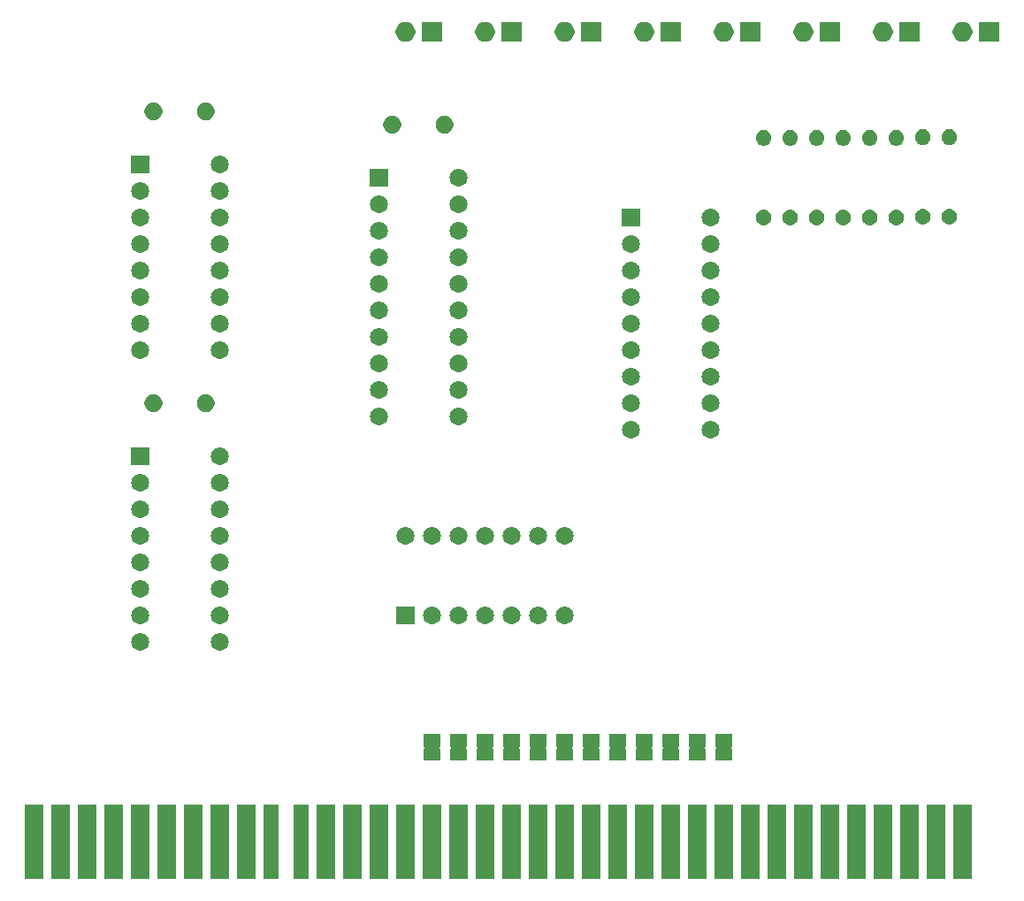
<source format=gbs>
G04 #@! TF.GenerationSoftware,KiCad,Pcbnew,(5.0.1)-3*
G04 #@! TF.CreationDate,2018-12-11T20:57:09+00:00*
G04 #@! TF.ProjectId,Register (8 Bit),52656769737465722028382042697429,rev?*
G04 #@! TF.SameCoordinates,Original*
G04 #@! TF.FileFunction,Soldermask,Bot*
G04 #@! TF.FilePolarity,Negative*
%FSLAX46Y46*%
G04 Gerber Fmt 4.6, Leading zero omitted, Abs format (unit mm)*
G04 Created by KiCad (PCBNEW (5.0.1)-3) date 11/12/2018 20:57:09*
%MOMM*%
%LPD*%
G01*
G04 APERTURE LIST*
%ADD10C,0.100000*%
G04 APERTURE END LIST*
D10*
G36*
X79305000Y-185271000D02*
X77865000Y-185271000D01*
X77865000Y-178169000D01*
X79305000Y-178169000D01*
X79305000Y-185271000D01*
X79305000Y-185271000D01*
G37*
G36*
X77076500Y-185271000D02*
X75323500Y-185271000D01*
X75323500Y-178169000D01*
X77076500Y-178169000D01*
X77076500Y-185271000D01*
X77076500Y-185271000D01*
G37*
G36*
X56756500Y-185271000D02*
X55003500Y-185271000D01*
X55003500Y-178169000D01*
X56756500Y-178169000D01*
X56756500Y-185271000D01*
X56756500Y-185271000D01*
G37*
G36*
X59296500Y-185271000D02*
X57543500Y-185271000D01*
X57543500Y-178169000D01*
X59296500Y-178169000D01*
X59296500Y-185271000D01*
X59296500Y-185271000D01*
G37*
G36*
X61836500Y-185271000D02*
X60083500Y-185271000D01*
X60083500Y-178169000D01*
X61836500Y-178169000D01*
X61836500Y-185271000D01*
X61836500Y-185271000D01*
G37*
G36*
X64376500Y-185271000D02*
X62623500Y-185271000D01*
X62623500Y-178169000D01*
X64376500Y-178169000D01*
X64376500Y-185271000D01*
X64376500Y-185271000D01*
G37*
G36*
X66916500Y-185271000D02*
X65163500Y-185271000D01*
X65163500Y-178169000D01*
X66916500Y-178169000D01*
X66916500Y-185271000D01*
X66916500Y-185271000D01*
G37*
G36*
X69456500Y-185271000D02*
X67703500Y-185271000D01*
X67703500Y-178169000D01*
X69456500Y-178169000D01*
X69456500Y-185271000D01*
X69456500Y-185271000D01*
G37*
G36*
X71996500Y-185271000D02*
X70243500Y-185271000D01*
X70243500Y-178169000D01*
X71996500Y-178169000D01*
X71996500Y-185271000D01*
X71996500Y-185271000D01*
G37*
G36*
X74536500Y-185271000D02*
X72783500Y-185271000D01*
X72783500Y-178169000D01*
X74536500Y-178169000D01*
X74536500Y-185271000D01*
X74536500Y-185271000D01*
G37*
G36*
X102476500Y-185271000D02*
X100723500Y-185271000D01*
X100723500Y-178169000D01*
X102476500Y-178169000D01*
X102476500Y-185271000D01*
X102476500Y-185271000D01*
G37*
G36*
X82155000Y-185271000D02*
X80715000Y-185271000D01*
X80715000Y-178169000D01*
X82155000Y-178169000D01*
X82155000Y-185271000D01*
X82155000Y-185271000D01*
G37*
G36*
X84696500Y-185271000D02*
X82943500Y-185271000D01*
X82943500Y-178169000D01*
X84696500Y-178169000D01*
X84696500Y-185271000D01*
X84696500Y-185271000D01*
G37*
G36*
X87236500Y-185271000D02*
X85483500Y-185271000D01*
X85483500Y-178169000D01*
X87236500Y-178169000D01*
X87236500Y-185271000D01*
X87236500Y-185271000D01*
G37*
G36*
X89776500Y-185271000D02*
X88023500Y-185271000D01*
X88023500Y-178169000D01*
X89776500Y-178169000D01*
X89776500Y-185271000D01*
X89776500Y-185271000D01*
G37*
G36*
X92316500Y-185271000D02*
X90563500Y-185271000D01*
X90563500Y-178169000D01*
X92316500Y-178169000D01*
X92316500Y-185271000D01*
X92316500Y-185271000D01*
G37*
G36*
X94856500Y-185271000D02*
X93103500Y-185271000D01*
X93103500Y-178169000D01*
X94856500Y-178169000D01*
X94856500Y-185271000D01*
X94856500Y-185271000D01*
G37*
G36*
X97396500Y-185271000D02*
X95643500Y-185271000D01*
X95643500Y-178169000D01*
X97396500Y-178169000D01*
X97396500Y-185271000D01*
X97396500Y-185271000D01*
G37*
G36*
X125336500Y-185271000D02*
X123583500Y-185271000D01*
X123583500Y-178169000D01*
X125336500Y-178169000D01*
X125336500Y-185271000D01*
X125336500Y-185271000D01*
G37*
G36*
X143116500Y-185271000D02*
X141363500Y-185271000D01*
X141363500Y-178169000D01*
X143116500Y-178169000D01*
X143116500Y-185271000D01*
X143116500Y-185271000D01*
G37*
G36*
X105016500Y-185271000D02*
X103263500Y-185271000D01*
X103263500Y-178169000D01*
X105016500Y-178169000D01*
X105016500Y-185271000D01*
X105016500Y-185271000D01*
G37*
G36*
X107556500Y-185271000D02*
X105803500Y-185271000D01*
X105803500Y-178169000D01*
X107556500Y-178169000D01*
X107556500Y-185271000D01*
X107556500Y-185271000D01*
G37*
G36*
X110096500Y-185271000D02*
X108343500Y-185271000D01*
X108343500Y-178169000D01*
X110096500Y-178169000D01*
X110096500Y-185271000D01*
X110096500Y-185271000D01*
G37*
G36*
X112636500Y-185271000D02*
X110883500Y-185271000D01*
X110883500Y-178169000D01*
X112636500Y-178169000D01*
X112636500Y-185271000D01*
X112636500Y-185271000D01*
G37*
G36*
X115176500Y-185271000D02*
X113423500Y-185271000D01*
X113423500Y-178169000D01*
X115176500Y-178169000D01*
X115176500Y-185271000D01*
X115176500Y-185271000D01*
G37*
G36*
X117716500Y-185271000D02*
X115963500Y-185271000D01*
X115963500Y-178169000D01*
X117716500Y-178169000D01*
X117716500Y-185271000D01*
X117716500Y-185271000D01*
G37*
G36*
X120256500Y-185271000D02*
X118503500Y-185271000D01*
X118503500Y-178169000D01*
X120256500Y-178169000D01*
X120256500Y-185271000D01*
X120256500Y-185271000D01*
G37*
G36*
X122796500Y-185271000D02*
X121043500Y-185271000D01*
X121043500Y-178169000D01*
X122796500Y-178169000D01*
X122796500Y-185271000D01*
X122796500Y-185271000D01*
G37*
G36*
X99936500Y-185271000D02*
X98183500Y-185271000D01*
X98183500Y-178169000D01*
X99936500Y-178169000D01*
X99936500Y-185271000D01*
X99936500Y-185271000D01*
G37*
G36*
X127876500Y-185271000D02*
X126123500Y-185271000D01*
X126123500Y-178169000D01*
X127876500Y-178169000D01*
X127876500Y-185271000D01*
X127876500Y-185271000D01*
G37*
G36*
X130416500Y-185271000D02*
X128663500Y-185271000D01*
X128663500Y-178169000D01*
X130416500Y-178169000D01*
X130416500Y-185271000D01*
X130416500Y-185271000D01*
G37*
G36*
X132956500Y-185271000D02*
X131203500Y-185271000D01*
X131203500Y-178169000D01*
X132956500Y-178169000D01*
X132956500Y-185271000D01*
X132956500Y-185271000D01*
G37*
G36*
X135496500Y-185271000D02*
X133743500Y-185271000D01*
X133743500Y-178169000D01*
X135496500Y-178169000D01*
X135496500Y-185271000D01*
X135496500Y-185271000D01*
G37*
G36*
X138036500Y-185271000D02*
X136283500Y-185271000D01*
X136283500Y-178169000D01*
X138036500Y-178169000D01*
X138036500Y-185271000D01*
X138036500Y-185271000D01*
G37*
G36*
X140576500Y-185271000D02*
X138823500Y-185271000D01*
X138823500Y-178169000D01*
X140576500Y-178169000D01*
X140576500Y-185271000D01*
X140576500Y-185271000D01*
G37*
G36*
X145656500Y-185271000D02*
X143903500Y-185271000D01*
X143903500Y-178169000D01*
X145656500Y-178169000D01*
X145656500Y-185271000D01*
X145656500Y-185271000D01*
G37*
G36*
X102359999Y-171398644D02*
X102369611Y-171401560D01*
X102378469Y-171406295D01*
X102386237Y-171412670D01*
X102392612Y-171420438D01*
X102397347Y-171429296D01*
X102400263Y-171438908D01*
X102401852Y-171455047D01*
X102401852Y-172592767D01*
X102400263Y-172608906D01*
X102397347Y-172618518D01*
X102392612Y-172627376D01*
X102386237Y-172635144D01*
X102373264Y-172645791D01*
X102364041Y-172651953D01*
X102346713Y-172669280D01*
X102333099Y-172689654D01*
X102323721Y-172712293D01*
X102318939Y-172736326D01*
X102318939Y-172760830D01*
X102323718Y-172784864D01*
X102333095Y-172807503D01*
X102346708Y-172827878D01*
X102364035Y-172845206D01*
X102373327Y-172852090D01*
X102386195Y-172862628D01*
X102386199Y-172862632D01*
X102392581Y-172870391D01*
X102397326Y-172879246D01*
X102400252Y-172888857D01*
X102401247Y-172898907D01*
X102401247Y-172898973D01*
X102401852Y-172905082D01*
X102401852Y-173892767D01*
X102400263Y-173908906D01*
X102397347Y-173918518D01*
X102392612Y-173927376D01*
X102386237Y-173935144D01*
X102378469Y-173941519D01*
X102369611Y-173946254D01*
X102359999Y-173949170D01*
X102343860Y-173950759D01*
X100856140Y-173950759D01*
X100840001Y-173949170D01*
X100830389Y-173946254D01*
X100821531Y-173941519D01*
X100813763Y-173935144D01*
X100807388Y-173927376D01*
X100802653Y-173918518D01*
X100799737Y-173908906D01*
X100798148Y-173892767D01*
X100798148Y-172905047D01*
X100799737Y-172888908D01*
X100802653Y-172879296D01*
X100807388Y-172870438D01*
X100813744Y-172862693D01*
X100813763Y-172862670D01*
X100821573Y-172856267D01*
X100821622Y-172856234D01*
X100831150Y-172848423D01*
X100831125Y-172848393D01*
X100844974Y-172837050D01*
X100860538Y-172818124D01*
X100872111Y-172796525D01*
X100879248Y-172773083D01*
X100881674Y-172748699D01*
X100879296Y-172724310D01*
X100872207Y-172700854D01*
X100860677Y-172679231D01*
X100845150Y-172660274D01*
X100830766Y-172649583D01*
X100830993Y-172649307D01*
X100821489Y-172641491D01*
X100821484Y-172641488D01*
X100813725Y-172635106D01*
X100813721Y-172635102D01*
X100807360Y-172627335D01*
X100802632Y-172618467D01*
X100799718Y-172608825D01*
X100798148Y-172592795D01*
X100798148Y-171455047D01*
X100799737Y-171438908D01*
X100802653Y-171429296D01*
X100807388Y-171420438D01*
X100813763Y-171412670D01*
X100821531Y-171406295D01*
X100830389Y-171401560D01*
X100840001Y-171398644D01*
X100856140Y-171397055D01*
X102343860Y-171397055D01*
X102359999Y-171398644D01*
X102359999Y-171398644D01*
G37*
G36*
X115059999Y-171398644D02*
X115069611Y-171401560D01*
X115078469Y-171406295D01*
X115086237Y-171412670D01*
X115092612Y-171420438D01*
X115097347Y-171429296D01*
X115100263Y-171438908D01*
X115101852Y-171455047D01*
X115101852Y-172592767D01*
X115100263Y-172608906D01*
X115097347Y-172618518D01*
X115092612Y-172627376D01*
X115086237Y-172635144D01*
X115073264Y-172645791D01*
X115064041Y-172651953D01*
X115046713Y-172669280D01*
X115033099Y-172689654D01*
X115023721Y-172712293D01*
X115018939Y-172736326D01*
X115018939Y-172760830D01*
X115023718Y-172784864D01*
X115033095Y-172807503D01*
X115046708Y-172827878D01*
X115064035Y-172845206D01*
X115073327Y-172852090D01*
X115086195Y-172862628D01*
X115086199Y-172862632D01*
X115092581Y-172870391D01*
X115097326Y-172879246D01*
X115100252Y-172888857D01*
X115101247Y-172898907D01*
X115101247Y-172898973D01*
X115101852Y-172905082D01*
X115101852Y-173892767D01*
X115100263Y-173908906D01*
X115097347Y-173918518D01*
X115092612Y-173927376D01*
X115086237Y-173935144D01*
X115078469Y-173941519D01*
X115069611Y-173946254D01*
X115059999Y-173949170D01*
X115043860Y-173950759D01*
X113556140Y-173950759D01*
X113540001Y-173949170D01*
X113530389Y-173946254D01*
X113521531Y-173941519D01*
X113513763Y-173935144D01*
X113507388Y-173927376D01*
X113502653Y-173918518D01*
X113499737Y-173908906D01*
X113498148Y-173892767D01*
X113498148Y-172905047D01*
X113499737Y-172888908D01*
X113502653Y-172879296D01*
X113507388Y-172870438D01*
X113513744Y-172862693D01*
X113513763Y-172862670D01*
X113521573Y-172856267D01*
X113521622Y-172856234D01*
X113531150Y-172848423D01*
X113531125Y-172848393D01*
X113544974Y-172837050D01*
X113560538Y-172818124D01*
X113572111Y-172796525D01*
X113579248Y-172773083D01*
X113581674Y-172748699D01*
X113579296Y-172724310D01*
X113572207Y-172700854D01*
X113560677Y-172679231D01*
X113545150Y-172660274D01*
X113530766Y-172649583D01*
X113530993Y-172649307D01*
X113521489Y-172641491D01*
X113521484Y-172641488D01*
X113513725Y-172635106D01*
X113513721Y-172635102D01*
X113507360Y-172627335D01*
X113502632Y-172618467D01*
X113499718Y-172608825D01*
X113498148Y-172592795D01*
X113498148Y-171455047D01*
X113499737Y-171438908D01*
X113502653Y-171429296D01*
X113507388Y-171420438D01*
X113513763Y-171412670D01*
X113521531Y-171406295D01*
X113530389Y-171401560D01*
X113540001Y-171398644D01*
X113556140Y-171397055D01*
X115043860Y-171397055D01*
X115059999Y-171398644D01*
X115059999Y-171398644D01*
G37*
G36*
X112519999Y-171398644D02*
X112529611Y-171401560D01*
X112538469Y-171406295D01*
X112546237Y-171412670D01*
X112552612Y-171420438D01*
X112557347Y-171429296D01*
X112560263Y-171438908D01*
X112561852Y-171455047D01*
X112561852Y-172592767D01*
X112560263Y-172608906D01*
X112557347Y-172618518D01*
X112552612Y-172627376D01*
X112546237Y-172635144D01*
X112533264Y-172645791D01*
X112524041Y-172651953D01*
X112506713Y-172669280D01*
X112493099Y-172689654D01*
X112483721Y-172712293D01*
X112478939Y-172736326D01*
X112478939Y-172760830D01*
X112483718Y-172784864D01*
X112493095Y-172807503D01*
X112506708Y-172827878D01*
X112524035Y-172845206D01*
X112533327Y-172852090D01*
X112546195Y-172862628D01*
X112546199Y-172862632D01*
X112552581Y-172870391D01*
X112557326Y-172879246D01*
X112560252Y-172888857D01*
X112561247Y-172898907D01*
X112561247Y-172898973D01*
X112561852Y-172905082D01*
X112561852Y-173892767D01*
X112560263Y-173908906D01*
X112557347Y-173918518D01*
X112552612Y-173927376D01*
X112546237Y-173935144D01*
X112538469Y-173941519D01*
X112529611Y-173946254D01*
X112519999Y-173949170D01*
X112503860Y-173950759D01*
X111016140Y-173950759D01*
X111000001Y-173949170D01*
X110990389Y-173946254D01*
X110981531Y-173941519D01*
X110973763Y-173935144D01*
X110967388Y-173927376D01*
X110962653Y-173918518D01*
X110959737Y-173908906D01*
X110958148Y-173892767D01*
X110958148Y-172905047D01*
X110959737Y-172888908D01*
X110962653Y-172879296D01*
X110967388Y-172870438D01*
X110973744Y-172862693D01*
X110973763Y-172862670D01*
X110981573Y-172856267D01*
X110981622Y-172856234D01*
X110991150Y-172848423D01*
X110991125Y-172848393D01*
X111004974Y-172837050D01*
X111020538Y-172818124D01*
X111032111Y-172796525D01*
X111039248Y-172773083D01*
X111041674Y-172748699D01*
X111039296Y-172724310D01*
X111032207Y-172700854D01*
X111020677Y-172679231D01*
X111005150Y-172660274D01*
X110990766Y-172649583D01*
X110990993Y-172649307D01*
X110981489Y-172641491D01*
X110981484Y-172641488D01*
X110973725Y-172635106D01*
X110973721Y-172635102D01*
X110967360Y-172627335D01*
X110962632Y-172618467D01*
X110959718Y-172608825D01*
X110958148Y-172592795D01*
X110958148Y-171455047D01*
X110959737Y-171438908D01*
X110962653Y-171429296D01*
X110967388Y-171420438D01*
X110973763Y-171412670D01*
X110981531Y-171406295D01*
X110990389Y-171401560D01*
X111000001Y-171398644D01*
X111016140Y-171397055D01*
X112503860Y-171397055D01*
X112519999Y-171398644D01*
X112519999Y-171398644D01*
G37*
G36*
X109979999Y-171398644D02*
X109989611Y-171401560D01*
X109998469Y-171406295D01*
X110006237Y-171412670D01*
X110012612Y-171420438D01*
X110017347Y-171429296D01*
X110020263Y-171438908D01*
X110021852Y-171455047D01*
X110021852Y-172592767D01*
X110020263Y-172608906D01*
X110017347Y-172618518D01*
X110012612Y-172627376D01*
X110006237Y-172635144D01*
X109993264Y-172645791D01*
X109984041Y-172651953D01*
X109966713Y-172669280D01*
X109953099Y-172689654D01*
X109943721Y-172712293D01*
X109938939Y-172736326D01*
X109938939Y-172760830D01*
X109943718Y-172784864D01*
X109953095Y-172807503D01*
X109966708Y-172827878D01*
X109984035Y-172845206D01*
X109993327Y-172852090D01*
X110006195Y-172862628D01*
X110006199Y-172862632D01*
X110012581Y-172870391D01*
X110017326Y-172879246D01*
X110020252Y-172888857D01*
X110021247Y-172898907D01*
X110021247Y-172898973D01*
X110021852Y-172905082D01*
X110021852Y-173892767D01*
X110020263Y-173908906D01*
X110017347Y-173918518D01*
X110012612Y-173927376D01*
X110006237Y-173935144D01*
X109998469Y-173941519D01*
X109989611Y-173946254D01*
X109979999Y-173949170D01*
X109963860Y-173950759D01*
X108476140Y-173950759D01*
X108460001Y-173949170D01*
X108450389Y-173946254D01*
X108441531Y-173941519D01*
X108433763Y-173935144D01*
X108427388Y-173927376D01*
X108422653Y-173918518D01*
X108419737Y-173908906D01*
X108418148Y-173892767D01*
X108418148Y-172905047D01*
X108419737Y-172888908D01*
X108422653Y-172879296D01*
X108427388Y-172870438D01*
X108433744Y-172862693D01*
X108433763Y-172862670D01*
X108441573Y-172856267D01*
X108441622Y-172856234D01*
X108451150Y-172848423D01*
X108451125Y-172848393D01*
X108464974Y-172837050D01*
X108480538Y-172818124D01*
X108492111Y-172796525D01*
X108499248Y-172773083D01*
X108501674Y-172748699D01*
X108499296Y-172724310D01*
X108492207Y-172700854D01*
X108480677Y-172679231D01*
X108465150Y-172660274D01*
X108450766Y-172649583D01*
X108450993Y-172649307D01*
X108441489Y-172641491D01*
X108441484Y-172641488D01*
X108433725Y-172635106D01*
X108433721Y-172635102D01*
X108427360Y-172627335D01*
X108422632Y-172618467D01*
X108419718Y-172608825D01*
X108418148Y-172592795D01*
X108418148Y-171455047D01*
X108419737Y-171438908D01*
X108422653Y-171429296D01*
X108427388Y-171420438D01*
X108433763Y-171412670D01*
X108441531Y-171406295D01*
X108450389Y-171401560D01*
X108460001Y-171398644D01*
X108476140Y-171397055D01*
X109963860Y-171397055D01*
X109979999Y-171398644D01*
X109979999Y-171398644D01*
G37*
G36*
X107439999Y-171398644D02*
X107449611Y-171401560D01*
X107458469Y-171406295D01*
X107466237Y-171412670D01*
X107472612Y-171420438D01*
X107477347Y-171429296D01*
X107480263Y-171438908D01*
X107481852Y-171455047D01*
X107481852Y-172592767D01*
X107480263Y-172608906D01*
X107477347Y-172618518D01*
X107472612Y-172627376D01*
X107466237Y-172635144D01*
X107453264Y-172645791D01*
X107444041Y-172651953D01*
X107426713Y-172669280D01*
X107413099Y-172689654D01*
X107403721Y-172712293D01*
X107398939Y-172736326D01*
X107398939Y-172760830D01*
X107403718Y-172784864D01*
X107413095Y-172807503D01*
X107426708Y-172827878D01*
X107444035Y-172845206D01*
X107453327Y-172852090D01*
X107466195Y-172862628D01*
X107466199Y-172862632D01*
X107472581Y-172870391D01*
X107477326Y-172879246D01*
X107480252Y-172888857D01*
X107481247Y-172898907D01*
X107481247Y-172898973D01*
X107481852Y-172905082D01*
X107481852Y-173892767D01*
X107480263Y-173908906D01*
X107477347Y-173918518D01*
X107472612Y-173927376D01*
X107466237Y-173935144D01*
X107458469Y-173941519D01*
X107449611Y-173946254D01*
X107439999Y-173949170D01*
X107423860Y-173950759D01*
X105936140Y-173950759D01*
X105920001Y-173949170D01*
X105910389Y-173946254D01*
X105901531Y-173941519D01*
X105893763Y-173935144D01*
X105887388Y-173927376D01*
X105882653Y-173918518D01*
X105879737Y-173908906D01*
X105878148Y-173892767D01*
X105878148Y-172905047D01*
X105879737Y-172888908D01*
X105882653Y-172879296D01*
X105887388Y-172870438D01*
X105893744Y-172862693D01*
X105893763Y-172862670D01*
X105901573Y-172856267D01*
X105901622Y-172856234D01*
X105911150Y-172848423D01*
X105911125Y-172848393D01*
X105924974Y-172837050D01*
X105940538Y-172818124D01*
X105952111Y-172796525D01*
X105959248Y-172773083D01*
X105961674Y-172748699D01*
X105959296Y-172724310D01*
X105952207Y-172700854D01*
X105940677Y-172679231D01*
X105925150Y-172660274D01*
X105910766Y-172649583D01*
X105910993Y-172649307D01*
X105901489Y-172641491D01*
X105901484Y-172641488D01*
X105893725Y-172635106D01*
X105893721Y-172635102D01*
X105887360Y-172627335D01*
X105882632Y-172618467D01*
X105879718Y-172608825D01*
X105878148Y-172592795D01*
X105878148Y-171455047D01*
X105879737Y-171438908D01*
X105882653Y-171429296D01*
X105887388Y-171420438D01*
X105893763Y-171412670D01*
X105901531Y-171406295D01*
X105910389Y-171401560D01*
X105920001Y-171398644D01*
X105936140Y-171397055D01*
X107423860Y-171397055D01*
X107439999Y-171398644D01*
X107439999Y-171398644D01*
G37*
G36*
X104899999Y-171398644D02*
X104909611Y-171401560D01*
X104918469Y-171406295D01*
X104926237Y-171412670D01*
X104932612Y-171420438D01*
X104937347Y-171429296D01*
X104940263Y-171438908D01*
X104941852Y-171455047D01*
X104941852Y-172592767D01*
X104940263Y-172608906D01*
X104937347Y-172618518D01*
X104932612Y-172627376D01*
X104926237Y-172635144D01*
X104913264Y-172645791D01*
X104904041Y-172651953D01*
X104886713Y-172669280D01*
X104873099Y-172689654D01*
X104863721Y-172712293D01*
X104858939Y-172736326D01*
X104858939Y-172760830D01*
X104863718Y-172784864D01*
X104873095Y-172807503D01*
X104886708Y-172827878D01*
X104904035Y-172845206D01*
X104913327Y-172852090D01*
X104926195Y-172862628D01*
X104926199Y-172862632D01*
X104932581Y-172870391D01*
X104937326Y-172879246D01*
X104940252Y-172888857D01*
X104941247Y-172898907D01*
X104941247Y-172898973D01*
X104941852Y-172905082D01*
X104941852Y-173892767D01*
X104940263Y-173908906D01*
X104937347Y-173918518D01*
X104932612Y-173927376D01*
X104926237Y-173935144D01*
X104918469Y-173941519D01*
X104909611Y-173946254D01*
X104899999Y-173949170D01*
X104883860Y-173950759D01*
X103396140Y-173950759D01*
X103380001Y-173949170D01*
X103370389Y-173946254D01*
X103361531Y-173941519D01*
X103353763Y-173935144D01*
X103347388Y-173927376D01*
X103342653Y-173918518D01*
X103339737Y-173908906D01*
X103338148Y-173892767D01*
X103338148Y-172905047D01*
X103339737Y-172888908D01*
X103342653Y-172879296D01*
X103347388Y-172870438D01*
X103353744Y-172862693D01*
X103353763Y-172862670D01*
X103361573Y-172856267D01*
X103361622Y-172856234D01*
X103371150Y-172848423D01*
X103371125Y-172848393D01*
X103384974Y-172837050D01*
X103400538Y-172818124D01*
X103412111Y-172796525D01*
X103419248Y-172773083D01*
X103421674Y-172748699D01*
X103419296Y-172724310D01*
X103412207Y-172700854D01*
X103400677Y-172679231D01*
X103385150Y-172660274D01*
X103370766Y-172649583D01*
X103370993Y-172649307D01*
X103361489Y-172641491D01*
X103361484Y-172641488D01*
X103353725Y-172635106D01*
X103353721Y-172635102D01*
X103347360Y-172627335D01*
X103342632Y-172618467D01*
X103339718Y-172608825D01*
X103338148Y-172592795D01*
X103338148Y-171455047D01*
X103339737Y-171438908D01*
X103342653Y-171429296D01*
X103347388Y-171420438D01*
X103353763Y-171412670D01*
X103361531Y-171406295D01*
X103370389Y-171401560D01*
X103380001Y-171398644D01*
X103396140Y-171397055D01*
X104883860Y-171397055D01*
X104899999Y-171398644D01*
X104899999Y-171398644D01*
G37*
G36*
X99819999Y-171398644D02*
X99829611Y-171401560D01*
X99838469Y-171406295D01*
X99846237Y-171412670D01*
X99852612Y-171420438D01*
X99857347Y-171429296D01*
X99860263Y-171438908D01*
X99861852Y-171455047D01*
X99861852Y-172592767D01*
X99860263Y-172608906D01*
X99857347Y-172618518D01*
X99852612Y-172627376D01*
X99846237Y-172635144D01*
X99833264Y-172645791D01*
X99824041Y-172651953D01*
X99806713Y-172669280D01*
X99793099Y-172689654D01*
X99783721Y-172712293D01*
X99778939Y-172736326D01*
X99778939Y-172760830D01*
X99783718Y-172784864D01*
X99793095Y-172807503D01*
X99806708Y-172827878D01*
X99824035Y-172845206D01*
X99833327Y-172852090D01*
X99846195Y-172862628D01*
X99846199Y-172862632D01*
X99852581Y-172870391D01*
X99857326Y-172879246D01*
X99860252Y-172888857D01*
X99861247Y-172898907D01*
X99861247Y-172898973D01*
X99861852Y-172905082D01*
X99861852Y-173892767D01*
X99860263Y-173908906D01*
X99857347Y-173918518D01*
X99852612Y-173927376D01*
X99846237Y-173935144D01*
X99838469Y-173941519D01*
X99829611Y-173946254D01*
X99819999Y-173949170D01*
X99803860Y-173950759D01*
X98316140Y-173950759D01*
X98300001Y-173949170D01*
X98290389Y-173946254D01*
X98281531Y-173941519D01*
X98273763Y-173935144D01*
X98267388Y-173927376D01*
X98262653Y-173918518D01*
X98259737Y-173908906D01*
X98258148Y-173892767D01*
X98258148Y-172905047D01*
X98259737Y-172888908D01*
X98262653Y-172879296D01*
X98267388Y-172870438D01*
X98273744Y-172862693D01*
X98273763Y-172862670D01*
X98281573Y-172856267D01*
X98281622Y-172856234D01*
X98291150Y-172848423D01*
X98291125Y-172848393D01*
X98304974Y-172837050D01*
X98320538Y-172818124D01*
X98332111Y-172796525D01*
X98339248Y-172773083D01*
X98341674Y-172748699D01*
X98339296Y-172724310D01*
X98332207Y-172700854D01*
X98320677Y-172679231D01*
X98305150Y-172660274D01*
X98290766Y-172649583D01*
X98290993Y-172649307D01*
X98281489Y-172641491D01*
X98281484Y-172641488D01*
X98273725Y-172635106D01*
X98273721Y-172635102D01*
X98267360Y-172627335D01*
X98262632Y-172618467D01*
X98259718Y-172608825D01*
X98258148Y-172592795D01*
X98258148Y-171455047D01*
X98259737Y-171438908D01*
X98262653Y-171429296D01*
X98267388Y-171420438D01*
X98273763Y-171412670D01*
X98281531Y-171406295D01*
X98290389Y-171401560D01*
X98300001Y-171398644D01*
X98316140Y-171397055D01*
X99803860Y-171397055D01*
X99819999Y-171398644D01*
X99819999Y-171398644D01*
G37*
G36*
X97279999Y-171398644D02*
X97289611Y-171401560D01*
X97298469Y-171406295D01*
X97306237Y-171412670D01*
X97312612Y-171420438D01*
X97317347Y-171429296D01*
X97320263Y-171438908D01*
X97321852Y-171455047D01*
X97321852Y-172592767D01*
X97320263Y-172608906D01*
X97317347Y-172618518D01*
X97312612Y-172627376D01*
X97306237Y-172635144D01*
X97293264Y-172645791D01*
X97284041Y-172651953D01*
X97266713Y-172669280D01*
X97253099Y-172689654D01*
X97243721Y-172712293D01*
X97238939Y-172736326D01*
X97238939Y-172760830D01*
X97243718Y-172784864D01*
X97253095Y-172807503D01*
X97266708Y-172827878D01*
X97284035Y-172845206D01*
X97293327Y-172852090D01*
X97306195Y-172862628D01*
X97306199Y-172862632D01*
X97312581Y-172870391D01*
X97317326Y-172879246D01*
X97320252Y-172888857D01*
X97321247Y-172898907D01*
X97321247Y-172898973D01*
X97321852Y-172905082D01*
X97321852Y-173892767D01*
X97320263Y-173908906D01*
X97317347Y-173918518D01*
X97312612Y-173927376D01*
X97306237Y-173935144D01*
X97298469Y-173941519D01*
X97289611Y-173946254D01*
X97279999Y-173949170D01*
X97263860Y-173950759D01*
X95776140Y-173950759D01*
X95760001Y-173949170D01*
X95750389Y-173946254D01*
X95741531Y-173941519D01*
X95733763Y-173935144D01*
X95727388Y-173927376D01*
X95722653Y-173918518D01*
X95719737Y-173908906D01*
X95718148Y-173892767D01*
X95718148Y-172905047D01*
X95719737Y-172888908D01*
X95722653Y-172879296D01*
X95727388Y-172870438D01*
X95733744Y-172862693D01*
X95733763Y-172862670D01*
X95741573Y-172856267D01*
X95741622Y-172856234D01*
X95751150Y-172848423D01*
X95751125Y-172848393D01*
X95764974Y-172837050D01*
X95780538Y-172818124D01*
X95792111Y-172796525D01*
X95799248Y-172773083D01*
X95801674Y-172748699D01*
X95799296Y-172724310D01*
X95792207Y-172700854D01*
X95780677Y-172679231D01*
X95765150Y-172660274D01*
X95750766Y-172649583D01*
X95750993Y-172649307D01*
X95741489Y-172641491D01*
X95741484Y-172641488D01*
X95733725Y-172635106D01*
X95733721Y-172635102D01*
X95727360Y-172627335D01*
X95722632Y-172618467D01*
X95719718Y-172608825D01*
X95718148Y-172592795D01*
X95718148Y-171455047D01*
X95719737Y-171438908D01*
X95722653Y-171429296D01*
X95727388Y-171420438D01*
X95733763Y-171412670D01*
X95741531Y-171406295D01*
X95750389Y-171401560D01*
X95760001Y-171398644D01*
X95776140Y-171397055D01*
X97263860Y-171397055D01*
X97279999Y-171398644D01*
X97279999Y-171398644D01*
G37*
G36*
X94739999Y-171398644D02*
X94749611Y-171401560D01*
X94758469Y-171406295D01*
X94766237Y-171412670D01*
X94772612Y-171420438D01*
X94777347Y-171429296D01*
X94780263Y-171438908D01*
X94781852Y-171455047D01*
X94781852Y-172592767D01*
X94780263Y-172608906D01*
X94777347Y-172618518D01*
X94772612Y-172627376D01*
X94766237Y-172635144D01*
X94753264Y-172645791D01*
X94744041Y-172651953D01*
X94726713Y-172669280D01*
X94713099Y-172689654D01*
X94703721Y-172712293D01*
X94698939Y-172736326D01*
X94698939Y-172760830D01*
X94703718Y-172784864D01*
X94713095Y-172807503D01*
X94726708Y-172827878D01*
X94744035Y-172845206D01*
X94753327Y-172852090D01*
X94766195Y-172862628D01*
X94766199Y-172862632D01*
X94772581Y-172870391D01*
X94777326Y-172879246D01*
X94780252Y-172888857D01*
X94781247Y-172898907D01*
X94781247Y-172898973D01*
X94781852Y-172905082D01*
X94781852Y-173892767D01*
X94780263Y-173908906D01*
X94777347Y-173918518D01*
X94772612Y-173927376D01*
X94766237Y-173935144D01*
X94758469Y-173941519D01*
X94749611Y-173946254D01*
X94739999Y-173949170D01*
X94723860Y-173950759D01*
X93236140Y-173950759D01*
X93220001Y-173949170D01*
X93210389Y-173946254D01*
X93201531Y-173941519D01*
X93193763Y-173935144D01*
X93187388Y-173927376D01*
X93182653Y-173918518D01*
X93179737Y-173908906D01*
X93178148Y-173892767D01*
X93178148Y-172905047D01*
X93179737Y-172888908D01*
X93182653Y-172879296D01*
X93187388Y-172870438D01*
X93193744Y-172862693D01*
X93193763Y-172862670D01*
X93201573Y-172856267D01*
X93201622Y-172856234D01*
X93211150Y-172848423D01*
X93211125Y-172848393D01*
X93224974Y-172837050D01*
X93240538Y-172818124D01*
X93252111Y-172796525D01*
X93259248Y-172773083D01*
X93261674Y-172748699D01*
X93259296Y-172724310D01*
X93252207Y-172700854D01*
X93240677Y-172679231D01*
X93225150Y-172660274D01*
X93210766Y-172649583D01*
X93210993Y-172649307D01*
X93201489Y-172641491D01*
X93201484Y-172641488D01*
X93193725Y-172635106D01*
X93193721Y-172635102D01*
X93187360Y-172627335D01*
X93182632Y-172618467D01*
X93179718Y-172608825D01*
X93178148Y-172592795D01*
X93178148Y-171455047D01*
X93179737Y-171438908D01*
X93182653Y-171429296D01*
X93187388Y-171420438D01*
X93193763Y-171412670D01*
X93201531Y-171406295D01*
X93210389Y-171401560D01*
X93220001Y-171398644D01*
X93236140Y-171397055D01*
X94723860Y-171397055D01*
X94739999Y-171398644D01*
X94739999Y-171398644D01*
G37*
G36*
X120139999Y-171398644D02*
X120149611Y-171401560D01*
X120158469Y-171406295D01*
X120166237Y-171412670D01*
X120172612Y-171420438D01*
X120177347Y-171429296D01*
X120180263Y-171438908D01*
X120181852Y-171455047D01*
X120181852Y-172592767D01*
X120180263Y-172608906D01*
X120177347Y-172618518D01*
X120172612Y-172627376D01*
X120166237Y-172635144D01*
X120153264Y-172645791D01*
X120144041Y-172651953D01*
X120126713Y-172669280D01*
X120113099Y-172689654D01*
X120103721Y-172712293D01*
X120098939Y-172736326D01*
X120098939Y-172760830D01*
X120103718Y-172784864D01*
X120113095Y-172807503D01*
X120126708Y-172827878D01*
X120144035Y-172845206D01*
X120153327Y-172852090D01*
X120166195Y-172862628D01*
X120166199Y-172862632D01*
X120172581Y-172870391D01*
X120177326Y-172879246D01*
X120180252Y-172888857D01*
X120181247Y-172898907D01*
X120181247Y-172898973D01*
X120181852Y-172905082D01*
X120181852Y-173892767D01*
X120180263Y-173908906D01*
X120177347Y-173918518D01*
X120172612Y-173927376D01*
X120166237Y-173935144D01*
X120158469Y-173941519D01*
X120149611Y-173946254D01*
X120139999Y-173949170D01*
X120123860Y-173950759D01*
X118636140Y-173950759D01*
X118620001Y-173949170D01*
X118610389Y-173946254D01*
X118601531Y-173941519D01*
X118593763Y-173935144D01*
X118587388Y-173927376D01*
X118582653Y-173918518D01*
X118579737Y-173908906D01*
X118578148Y-173892767D01*
X118578148Y-172905047D01*
X118579737Y-172888908D01*
X118582653Y-172879296D01*
X118587388Y-172870438D01*
X118593744Y-172862693D01*
X118593763Y-172862670D01*
X118601573Y-172856267D01*
X118601622Y-172856234D01*
X118611150Y-172848423D01*
X118611125Y-172848393D01*
X118624974Y-172837050D01*
X118640538Y-172818124D01*
X118652111Y-172796525D01*
X118659248Y-172773083D01*
X118661674Y-172748699D01*
X118659296Y-172724310D01*
X118652207Y-172700854D01*
X118640677Y-172679231D01*
X118625150Y-172660274D01*
X118610766Y-172649583D01*
X118610993Y-172649307D01*
X118601489Y-172641491D01*
X118601484Y-172641488D01*
X118593725Y-172635106D01*
X118593721Y-172635102D01*
X118587360Y-172627335D01*
X118582632Y-172618467D01*
X118579718Y-172608825D01*
X118578148Y-172592795D01*
X118578148Y-171455047D01*
X118579737Y-171438908D01*
X118582653Y-171429296D01*
X118587388Y-171420438D01*
X118593763Y-171412670D01*
X118601531Y-171406295D01*
X118610389Y-171401560D01*
X118620001Y-171398644D01*
X118636140Y-171397055D01*
X120123860Y-171397055D01*
X120139999Y-171398644D01*
X120139999Y-171398644D01*
G37*
G36*
X122679999Y-171398644D02*
X122689611Y-171401560D01*
X122698469Y-171406295D01*
X122706237Y-171412670D01*
X122712612Y-171420438D01*
X122717347Y-171429296D01*
X122720263Y-171438908D01*
X122721852Y-171455047D01*
X122721852Y-172592767D01*
X122720263Y-172608906D01*
X122717347Y-172618518D01*
X122712612Y-172627376D01*
X122706237Y-172635144D01*
X122693264Y-172645791D01*
X122684041Y-172651953D01*
X122666713Y-172669280D01*
X122653099Y-172689654D01*
X122643721Y-172712293D01*
X122638939Y-172736326D01*
X122638939Y-172760830D01*
X122643718Y-172784864D01*
X122653095Y-172807503D01*
X122666708Y-172827878D01*
X122684035Y-172845206D01*
X122693327Y-172852090D01*
X122706195Y-172862628D01*
X122706199Y-172862632D01*
X122712581Y-172870391D01*
X122717326Y-172879246D01*
X122720252Y-172888857D01*
X122721247Y-172898907D01*
X122721247Y-172898973D01*
X122721852Y-172905082D01*
X122721852Y-173892767D01*
X122720263Y-173908906D01*
X122717347Y-173918518D01*
X122712612Y-173927376D01*
X122706237Y-173935144D01*
X122698469Y-173941519D01*
X122689611Y-173946254D01*
X122679999Y-173949170D01*
X122663860Y-173950759D01*
X121176140Y-173950759D01*
X121160001Y-173949170D01*
X121150389Y-173946254D01*
X121141531Y-173941519D01*
X121133763Y-173935144D01*
X121127388Y-173927376D01*
X121122653Y-173918518D01*
X121119737Y-173908906D01*
X121118148Y-173892767D01*
X121118148Y-172905047D01*
X121119737Y-172888908D01*
X121122653Y-172879296D01*
X121127388Y-172870438D01*
X121133744Y-172862693D01*
X121133763Y-172862670D01*
X121141573Y-172856267D01*
X121141622Y-172856234D01*
X121151150Y-172848423D01*
X121151125Y-172848393D01*
X121164974Y-172837050D01*
X121180538Y-172818124D01*
X121192111Y-172796525D01*
X121199248Y-172773083D01*
X121201674Y-172748699D01*
X121199296Y-172724310D01*
X121192207Y-172700854D01*
X121180677Y-172679231D01*
X121165150Y-172660274D01*
X121150766Y-172649583D01*
X121150993Y-172649307D01*
X121141489Y-172641491D01*
X121141484Y-172641488D01*
X121133725Y-172635106D01*
X121133721Y-172635102D01*
X121127360Y-172627335D01*
X121122632Y-172618467D01*
X121119718Y-172608825D01*
X121118148Y-172592795D01*
X121118148Y-171455047D01*
X121119737Y-171438908D01*
X121122653Y-171429296D01*
X121127388Y-171420438D01*
X121133763Y-171412670D01*
X121141531Y-171406295D01*
X121150389Y-171401560D01*
X121160001Y-171398644D01*
X121176140Y-171397055D01*
X122663860Y-171397055D01*
X122679999Y-171398644D01*
X122679999Y-171398644D01*
G37*
G36*
X117599999Y-171398644D02*
X117609611Y-171401560D01*
X117618469Y-171406295D01*
X117626237Y-171412670D01*
X117632612Y-171420438D01*
X117637347Y-171429296D01*
X117640263Y-171438908D01*
X117641852Y-171455047D01*
X117641852Y-172592767D01*
X117640263Y-172608906D01*
X117637347Y-172618518D01*
X117632612Y-172627376D01*
X117626237Y-172635144D01*
X117613264Y-172645791D01*
X117604041Y-172651953D01*
X117586713Y-172669280D01*
X117573099Y-172689654D01*
X117563721Y-172712293D01*
X117558939Y-172736326D01*
X117558939Y-172760830D01*
X117563718Y-172784864D01*
X117573095Y-172807503D01*
X117586708Y-172827878D01*
X117604035Y-172845206D01*
X117613327Y-172852090D01*
X117626195Y-172862628D01*
X117626199Y-172862632D01*
X117632581Y-172870391D01*
X117637326Y-172879246D01*
X117640252Y-172888857D01*
X117641247Y-172898907D01*
X117641247Y-172898973D01*
X117641852Y-172905082D01*
X117641852Y-173892767D01*
X117640263Y-173908906D01*
X117637347Y-173918518D01*
X117632612Y-173927376D01*
X117626237Y-173935144D01*
X117618469Y-173941519D01*
X117609611Y-173946254D01*
X117599999Y-173949170D01*
X117583860Y-173950759D01*
X116096140Y-173950759D01*
X116080001Y-173949170D01*
X116070389Y-173946254D01*
X116061531Y-173941519D01*
X116053763Y-173935144D01*
X116047388Y-173927376D01*
X116042653Y-173918518D01*
X116039737Y-173908906D01*
X116038148Y-173892767D01*
X116038148Y-172905047D01*
X116039737Y-172888908D01*
X116042653Y-172879296D01*
X116047388Y-172870438D01*
X116053744Y-172862693D01*
X116053763Y-172862670D01*
X116061573Y-172856267D01*
X116061622Y-172856234D01*
X116071150Y-172848423D01*
X116071125Y-172848393D01*
X116084974Y-172837050D01*
X116100538Y-172818124D01*
X116112111Y-172796525D01*
X116119248Y-172773083D01*
X116121674Y-172748699D01*
X116119296Y-172724310D01*
X116112207Y-172700854D01*
X116100677Y-172679231D01*
X116085150Y-172660274D01*
X116070766Y-172649583D01*
X116070993Y-172649307D01*
X116061489Y-172641491D01*
X116061484Y-172641488D01*
X116053725Y-172635106D01*
X116053721Y-172635102D01*
X116047360Y-172627335D01*
X116042632Y-172618467D01*
X116039718Y-172608825D01*
X116038148Y-172592795D01*
X116038148Y-171455047D01*
X116039737Y-171438908D01*
X116042653Y-171429296D01*
X116047388Y-171420438D01*
X116053763Y-171412670D01*
X116061531Y-171406295D01*
X116070389Y-171401560D01*
X116080001Y-171398644D01*
X116096140Y-171397055D01*
X117583860Y-171397055D01*
X117599999Y-171398644D01*
X117599999Y-171398644D01*
G37*
G36*
X66206821Y-161721313D02*
X66206824Y-161721314D01*
X66206825Y-161721314D01*
X66367239Y-161769975D01*
X66367241Y-161769976D01*
X66367244Y-161769977D01*
X66515078Y-161848995D01*
X66644659Y-161955341D01*
X66751005Y-162084922D01*
X66830023Y-162232756D01*
X66878687Y-162393179D01*
X66895117Y-162560000D01*
X66878687Y-162726821D01*
X66830023Y-162887244D01*
X66751005Y-163035078D01*
X66644659Y-163164659D01*
X66515078Y-163271005D01*
X66367244Y-163350023D01*
X66367241Y-163350024D01*
X66367239Y-163350025D01*
X66206825Y-163398686D01*
X66206824Y-163398686D01*
X66206821Y-163398687D01*
X66081804Y-163411000D01*
X65998196Y-163411000D01*
X65873179Y-163398687D01*
X65873176Y-163398686D01*
X65873175Y-163398686D01*
X65712761Y-163350025D01*
X65712759Y-163350024D01*
X65712756Y-163350023D01*
X65564922Y-163271005D01*
X65435341Y-163164659D01*
X65328995Y-163035078D01*
X65249977Y-162887244D01*
X65201313Y-162726821D01*
X65184883Y-162560000D01*
X65201313Y-162393179D01*
X65249977Y-162232756D01*
X65328995Y-162084922D01*
X65435341Y-161955341D01*
X65564922Y-161848995D01*
X65712756Y-161769977D01*
X65712759Y-161769976D01*
X65712761Y-161769975D01*
X65873175Y-161721314D01*
X65873176Y-161721314D01*
X65873179Y-161721313D01*
X65998196Y-161709000D01*
X66081804Y-161709000D01*
X66206821Y-161721313D01*
X66206821Y-161721313D01*
G37*
G36*
X73826821Y-161721313D02*
X73826824Y-161721314D01*
X73826825Y-161721314D01*
X73987239Y-161769975D01*
X73987241Y-161769976D01*
X73987244Y-161769977D01*
X74135078Y-161848995D01*
X74264659Y-161955341D01*
X74371005Y-162084922D01*
X74450023Y-162232756D01*
X74498687Y-162393179D01*
X74515117Y-162560000D01*
X74498687Y-162726821D01*
X74450023Y-162887244D01*
X74371005Y-163035078D01*
X74264659Y-163164659D01*
X74135078Y-163271005D01*
X73987244Y-163350023D01*
X73987241Y-163350024D01*
X73987239Y-163350025D01*
X73826825Y-163398686D01*
X73826824Y-163398686D01*
X73826821Y-163398687D01*
X73701804Y-163411000D01*
X73618196Y-163411000D01*
X73493179Y-163398687D01*
X73493176Y-163398686D01*
X73493175Y-163398686D01*
X73332761Y-163350025D01*
X73332759Y-163350024D01*
X73332756Y-163350023D01*
X73184922Y-163271005D01*
X73055341Y-163164659D01*
X72948995Y-163035078D01*
X72869977Y-162887244D01*
X72821313Y-162726821D01*
X72804883Y-162560000D01*
X72821313Y-162393179D01*
X72869977Y-162232756D01*
X72948995Y-162084922D01*
X73055341Y-161955341D01*
X73184922Y-161848995D01*
X73332756Y-161769977D01*
X73332759Y-161769976D01*
X73332761Y-161769975D01*
X73493175Y-161721314D01*
X73493176Y-161721314D01*
X73493179Y-161721313D01*
X73618196Y-161709000D01*
X73701804Y-161709000D01*
X73826821Y-161721313D01*
X73826821Y-161721313D01*
G37*
G36*
X94146821Y-159181313D02*
X94146824Y-159181314D01*
X94146825Y-159181314D01*
X94307239Y-159229975D01*
X94307241Y-159229976D01*
X94307244Y-159229977D01*
X94455078Y-159308995D01*
X94584659Y-159415341D01*
X94691005Y-159544922D01*
X94770023Y-159692756D01*
X94818687Y-159853179D01*
X94835117Y-160020000D01*
X94818687Y-160186821D01*
X94770023Y-160347244D01*
X94691005Y-160495078D01*
X94584659Y-160624659D01*
X94455078Y-160731005D01*
X94307244Y-160810023D01*
X94307241Y-160810024D01*
X94307239Y-160810025D01*
X94146825Y-160858686D01*
X94146824Y-160858686D01*
X94146821Y-160858687D01*
X94021804Y-160871000D01*
X93938196Y-160871000D01*
X93813179Y-160858687D01*
X93813176Y-160858686D01*
X93813175Y-160858686D01*
X93652761Y-160810025D01*
X93652759Y-160810024D01*
X93652756Y-160810023D01*
X93504922Y-160731005D01*
X93375341Y-160624659D01*
X93268995Y-160495078D01*
X93189977Y-160347244D01*
X93141313Y-160186821D01*
X93124883Y-160020000D01*
X93141313Y-159853179D01*
X93189977Y-159692756D01*
X93268995Y-159544922D01*
X93375341Y-159415341D01*
X93504922Y-159308995D01*
X93652756Y-159229977D01*
X93652759Y-159229976D01*
X93652761Y-159229975D01*
X93813175Y-159181314D01*
X93813176Y-159181314D01*
X93813179Y-159181313D01*
X93938196Y-159169000D01*
X94021804Y-159169000D01*
X94146821Y-159181313D01*
X94146821Y-159181313D01*
G37*
G36*
X66206821Y-159181313D02*
X66206824Y-159181314D01*
X66206825Y-159181314D01*
X66367239Y-159229975D01*
X66367241Y-159229976D01*
X66367244Y-159229977D01*
X66515078Y-159308995D01*
X66644659Y-159415341D01*
X66751005Y-159544922D01*
X66830023Y-159692756D01*
X66878687Y-159853179D01*
X66895117Y-160020000D01*
X66878687Y-160186821D01*
X66830023Y-160347244D01*
X66751005Y-160495078D01*
X66644659Y-160624659D01*
X66515078Y-160731005D01*
X66367244Y-160810023D01*
X66367241Y-160810024D01*
X66367239Y-160810025D01*
X66206825Y-160858686D01*
X66206824Y-160858686D01*
X66206821Y-160858687D01*
X66081804Y-160871000D01*
X65998196Y-160871000D01*
X65873179Y-160858687D01*
X65873176Y-160858686D01*
X65873175Y-160858686D01*
X65712761Y-160810025D01*
X65712759Y-160810024D01*
X65712756Y-160810023D01*
X65564922Y-160731005D01*
X65435341Y-160624659D01*
X65328995Y-160495078D01*
X65249977Y-160347244D01*
X65201313Y-160186821D01*
X65184883Y-160020000D01*
X65201313Y-159853179D01*
X65249977Y-159692756D01*
X65328995Y-159544922D01*
X65435341Y-159415341D01*
X65564922Y-159308995D01*
X65712756Y-159229977D01*
X65712759Y-159229976D01*
X65712761Y-159229975D01*
X65873175Y-159181314D01*
X65873176Y-159181314D01*
X65873179Y-159181313D01*
X65998196Y-159169000D01*
X66081804Y-159169000D01*
X66206821Y-159181313D01*
X66206821Y-159181313D01*
G37*
G36*
X92291000Y-160871000D02*
X90589000Y-160871000D01*
X90589000Y-159169000D01*
X92291000Y-159169000D01*
X92291000Y-160871000D01*
X92291000Y-160871000D01*
G37*
G36*
X73826821Y-159181313D02*
X73826824Y-159181314D01*
X73826825Y-159181314D01*
X73987239Y-159229975D01*
X73987241Y-159229976D01*
X73987244Y-159229977D01*
X74135078Y-159308995D01*
X74264659Y-159415341D01*
X74371005Y-159544922D01*
X74450023Y-159692756D01*
X74498687Y-159853179D01*
X74515117Y-160020000D01*
X74498687Y-160186821D01*
X74450023Y-160347244D01*
X74371005Y-160495078D01*
X74264659Y-160624659D01*
X74135078Y-160731005D01*
X73987244Y-160810023D01*
X73987241Y-160810024D01*
X73987239Y-160810025D01*
X73826825Y-160858686D01*
X73826824Y-160858686D01*
X73826821Y-160858687D01*
X73701804Y-160871000D01*
X73618196Y-160871000D01*
X73493179Y-160858687D01*
X73493176Y-160858686D01*
X73493175Y-160858686D01*
X73332761Y-160810025D01*
X73332759Y-160810024D01*
X73332756Y-160810023D01*
X73184922Y-160731005D01*
X73055341Y-160624659D01*
X72948995Y-160495078D01*
X72869977Y-160347244D01*
X72821313Y-160186821D01*
X72804883Y-160020000D01*
X72821313Y-159853179D01*
X72869977Y-159692756D01*
X72948995Y-159544922D01*
X73055341Y-159415341D01*
X73184922Y-159308995D01*
X73332756Y-159229977D01*
X73332759Y-159229976D01*
X73332761Y-159229975D01*
X73493175Y-159181314D01*
X73493176Y-159181314D01*
X73493179Y-159181313D01*
X73618196Y-159169000D01*
X73701804Y-159169000D01*
X73826821Y-159181313D01*
X73826821Y-159181313D01*
G37*
G36*
X96686821Y-159181313D02*
X96686824Y-159181314D01*
X96686825Y-159181314D01*
X96847239Y-159229975D01*
X96847241Y-159229976D01*
X96847244Y-159229977D01*
X96995078Y-159308995D01*
X97124659Y-159415341D01*
X97231005Y-159544922D01*
X97310023Y-159692756D01*
X97358687Y-159853179D01*
X97375117Y-160020000D01*
X97358687Y-160186821D01*
X97310023Y-160347244D01*
X97231005Y-160495078D01*
X97124659Y-160624659D01*
X96995078Y-160731005D01*
X96847244Y-160810023D01*
X96847241Y-160810024D01*
X96847239Y-160810025D01*
X96686825Y-160858686D01*
X96686824Y-160858686D01*
X96686821Y-160858687D01*
X96561804Y-160871000D01*
X96478196Y-160871000D01*
X96353179Y-160858687D01*
X96353176Y-160858686D01*
X96353175Y-160858686D01*
X96192761Y-160810025D01*
X96192759Y-160810024D01*
X96192756Y-160810023D01*
X96044922Y-160731005D01*
X95915341Y-160624659D01*
X95808995Y-160495078D01*
X95729977Y-160347244D01*
X95681313Y-160186821D01*
X95664883Y-160020000D01*
X95681313Y-159853179D01*
X95729977Y-159692756D01*
X95808995Y-159544922D01*
X95915341Y-159415341D01*
X96044922Y-159308995D01*
X96192756Y-159229977D01*
X96192759Y-159229976D01*
X96192761Y-159229975D01*
X96353175Y-159181314D01*
X96353176Y-159181314D01*
X96353179Y-159181313D01*
X96478196Y-159169000D01*
X96561804Y-159169000D01*
X96686821Y-159181313D01*
X96686821Y-159181313D01*
G37*
G36*
X99226821Y-159181313D02*
X99226824Y-159181314D01*
X99226825Y-159181314D01*
X99387239Y-159229975D01*
X99387241Y-159229976D01*
X99387244Y-159229977D01*
X99535078Y-159308995D01*
X99664659Y-159415341D01*
X99771005Y-159544922D01*
X99850023Y-159692756D01*
X99898687Y-159853179D01*
X99915117Y-160020000D01*
X99898687Y-160186821D01*
X99850023Y-160347244D01*
X99771005Y-160495078D01*
X99664659Y-160624659D01*
X99535078Y-160731005D01*
X99387244Y-160810023D01*
X99387241Y-160810024D01*
X99387239Y-160810025D01*
X99226825Y-160858686D01*
X99226824Y-160858686D01*
X99226821Y-160858687D01*
X99101804Y-160871000D01*
X99018196Y-160871000D01*
X98893179Y-160858687D01*
X98893176Y-160858686D01*
X98893175Y-160858686D01*
X98732761Y-160810025D01*
X98732759Y-160810024D01*
X98732756Y-160810023D01*
X98584922Y-160731005D01*
X98455341Y-160624659D01*
X98348995Y-160495078D01*
X98269977Y-160347244D01*
X98221313Y-160186821D01*
X98204883Y-160020000D01*
X98221313Y-159853179D01*
X98269977Y-159692756D01*
X98348995Y-159544922D01*
X98455341Y-159415341D01*
X98584922Y-159308995D01*
X98732756Y-159229977D01*
X98732759Y-159229976D01*
X98732761Y-159229975D01*
X98893175Y-159181314D01*
X98893176Y-159181314D01*
X98893179Y-159181313D01*
X99018196Y-159169000D01*
X99101804Y-159169000D01*
X99226821Y-159181313D01*
X99226821Y-159181313D01*
G37*
G36*
X101766821Y-159181313D02*
X101766824Y-159181314D01*
X101766825Y-159181314D01*
X101927239Y-159229975D01*
X101927241Y-159229976D01*
X101927244Y-159229977D01*
X102075078Y-159308995D01*
X102204659Y-159415341D01*
X102311005Y-159544922D01*
X102390023Y-159692756D01*
X102438687Y-159853179D01*
X102455117Y-160020000D01*
X102438687Y-160186821D01*
X102390023Y-160347244D01*
X102311005Y-160495078D01*
X102204659Y-160624659D01*
X102075078Y-160731005D01*
X101927244Y-160810023D01*
X101927241Y-160810024D01*
X101927239Y-160810025D01*
X101766825Y-160858686D01*
X101766824Y-160858686D01*
X101766821Y-160858687D01*
X101641804Y-160871000D01*
X101558196Y-160871000D01*
X101433179Y-160858687D01*
X101433176Y-160858686D01*
X101433175Y-160858686D01*
X101272761Y-160810025D01*
X101272759Y-160810024D01*
X101272756Y-160810023D01*
X101124922Y-160731005D01*
X100995341Y-160624659D01*
X100888995Y-160495078D01*
X100809977Y-160347244D01*
X100761313Y-160186821D01*
X100744883Y-160020000D01*
X100761313Y-159853179D01*
X100809977Y-159692756D01*
X100888995Y-159544922D01*
X100995341Y-159415341D01*
X101124922Y-159308995D01*
X101272756Y-159229977D01*
X101272759Y-159229976D01*
X101272761Y-159229975D01*
X101433175Y-159181314D01*
X101433176Y-159181314D01*
X101433179Y-159181313D01*
X101558196Y-159169000D01*
X101641804Y-159169000D01*
X101766821Y-159181313D01*
X101766821Y-159181313D01*
G37*
G36*
X104306821Y-159181313D02*
X104306824Y-159181314D01*
X104306825Y-159181314D01*
X104467239Y-159229975D01*
X104467241Y-159229976D01*
X104467244Y-159229977D01*
X104615078Y-159308995D01*
X104744659Y-159415341D01*
X104851005Y-159544922D01*
X104930023Y-159692756D01*
X104978687Y-159853179D01*
X104995117Y-160020000D01*
X104978687Y-160186821D01*
X104930023Y-160347244D01*
X104851005Y-160495078D01*
X104744659Y-160624659D01*
X104615078Y-160731005D01*
X104467244Y-160810023D01*
X104467241Y-160810024D01*
X104467239Y-160810025D01*
X104306825Y-160858686D01*
X104306824Y-160858686D01*
X104306821Y-160858687D01*
X104181804Y-160871000D01*
X104098196Y-160871000D01*
X103973179Y-160858687D01*
X103973176Y-160858686D01*
X103973175Y-160858686D01*
X103812761Y-160810025D01*
X103812759Y-160810024D01*
X103812756Y-160810023D01*
X103664922Y-160731005D01*
X103535341Y-160624659D01*
X103428995Y-160495078D01*
X103349977Y-160347244D01*
X103301313Y-160186821D01*
X103284883Y-160020000D01*
X103301313Y-159853179D01*
X103349977Y-159692756D01*
X103428995Y-159544922D01*
X103535341Y-159415341D01*
X103664922Y-159308995D01*
X103812756Y-159229977D01*
X103812759Y-159229976D01*
X103812761Y-159229975D01*
X103973175Y-159181314D01*
X103973176Y-159181314D01*
X103973179Y-159181313D01*
X104098196Y-159169000D01*
X104181804Y-159169000D01*
X104306821Y-159181313D01*
X104306821Y-159181313D01*
G37*
G36*
X106846821Y-159181313D02*
X106846824Y-159181314D01*
X106846825Y-159181314D01*
X107007239Y-159229975D01*
X107007241Y-159229976D01*
X107007244Y-159229977D01*
X107155078Y-159308995D01*
X107284659Y-159415341D01*
X107391005Y-159544922D01*
X107470023Y-159692756D01*
X107518687Y-159853179D01*
X107535117Y-160020000D01*
X107518687Y-160186821D01*
X107470023Y-160347244D01*
X107391005Y-160495078D01*
X107284659Y-160624659D01*
X107155078Y-160731005D01*
X107007244Y-160810023D01*
X107007241Y-160810024D01*
X107007239Y-160810025D01*
X106846825Y-160858686D01*
X106846824Y-160858686D01*
X106846821Y-160858687D01*
X106721804Y-160871000D01*
X106638196Y-160871000D01*
X106513179Y-160858687D01*
X106513176Y-160858686D01*
X106513175Y-160858686D01*
X106352761Y-160810025D01*
X106352759Y-160810024D01*
X106352756Y-160810023D01*
X106204922Y-160731005D01*
X106075341Y-160624659D01*
X105968995Y-160495078D01*
X105889977Y-160347244D01*
X105841313Y-160186821D01*
X105824883Y-160020000D01*
X105841313Y-159853179D01*
X105889977Y-159692756D01*
X105968995Y-159544922D01*
X106075341Y-159415341D01*
X106204922Y-159308995D01*
X106352756Y-159229977D01*
X106352759Y-159229976D01*
X106352761Y-159229975D01*
X106513175Y-159181314D01*
X106513176Y-159181314D01*
X106513179Y-159181313D01*
X106638196Y-159169000D01*
X106721804Y-159169000D01*
X106846821Y-159181313D01*
X106846821Y-159181313D01*
G37*
G36*
X66206821Y-156641313D02*
X66206824Y-156641314D01*
X66206825Y-156641314D01*
X66367239Y-156689975D01*
X66367241Y-156689976D01*
X66367244Y-156689977D01*
X66515078Y-156768995D01*
X66644659Y-156875341D01*
X66751005Y-157004922D01*
X66830023Y-157152756D01*
X66878687Y-157313179D01*
X66895117Y-157480000D01*
X66878687Y-157646821D01*
X66830023Y-157807244D01*
X66751005Y-157955078D01*
X66644659Y-158084659D01*
X66515078Y-158191005D01*
X66367244Y-158270023D01*
X66367241Y-158270024D01*
X66367239Y-158270025D01*
X66206825Y-158318686D01*
X66206824Y-158318686D01*
X66206821Y-158318687D01*
X66081804Y-158331000D01*
X65998196Y-158331000D01*
X65873179Y-158318687D01*
X65873176Y-158318686D01*
X65873175Y-158318686D01*
X65712761Y-158270025D01*
X65712759Y-158270024D01*
X65712756Y-158270023D01*
X65564922Y-158191005D01*
X65435341Y-158084659D01*
X65328995Y-157955078D01*
X65249977Y-157807244D01*
X65201313Y-157646821D01*
X65184883Y-157480000D01*
X65201313Y-157313179D01*
X65249977Y-157152756D01*
X65328995Y-157004922D01*
X65435341Y-156875341D01*
X65564922Y-156768995D01*
X65712756Y-156689977D01*
X65712759Y-156689976D01*
X65712761Y-156689975D01*
X65873175Y-156641314D01*
X65873176Y-156641314D01*
X65873179Y-156641313D01*
X65998196Y-156629000D01*
X66081804Y-156629000D01*
X66206821Y-156641313D01*
X66206821Y-156641313D01*
G37*
G36*
X73826821Y-156641313D02*
X73826824Y-156641314D01*
X73826825Y-156641314D01*
X73987239Y-156689975D01*
X73987241Y-156689976D01*
X73987244Y-156689977D01*
X74135078Y-156768995D01*
X74264659Y-156875341D01*
X74371005Y-157004922D01*
X74450023Y-157152756D01*
X74498687Y-157313179D01*
X74515117Y-157480000D01*
X74498687Y-157646821D01*
X74450023Y-157807244D01*
X74371005Y-157955078D01*
X74264659Y-158084659D01*
X74135078Y-158191005D01*
X73987244Y-158270023D01*
X73987241Y-158270024D01*
X73987239Y-158270025D01*
X73826825Y-158318686D01*
X73826824Y-158318686D01*
X73826821Y-158318687D01*
X73701804Y-158331000D01*
X73618196Y-158331000D01*
X73493179Y-158318687D01*
X73493176Y-158318686D01*
X73493175Y-158318686D01*
X73332761Y-158270025D01*
X73332759Y-158270024D01*
X73332756Y-158270023D01*
X73184922Y-158191005D01*
X73055341Y-158084659D01*
X72948995Y-157955078D01*
X72869977Y-157807244D01*
X72821313Y-157646821D01*
X72804883Y-157480000D01*
X72821313Y-157313179D01*
X72869977Y-157152756D01*
X72948995Y-157004922D01*
X73055341Y-156875341D01*
X73184922Y-156768995D01*
X73332756Y-156689977D01*
X73332759Y-156689976D01*
X73332761Y-156689975D01*
X73493175Y-156641314D01*
X73493176Y-156641314D01*
X73493179Y-156641313D01*
X73618196Y-156629000D01*
X73701804Y-156629000D01*
X73826821Y-156641313D01*
X73826821Y-156641313D01*
G37*
G36*
X66206821Y-154101313D02*
X66206824Y-154101314D01*
X66206825Y-154101314D01*
X66367239Y-154149975D01*
X66367241Y-154149976D01*
X66367244Y-154149977D01*
X66515078Y-154228995D01*
X66644659Y-154335341D01*
X66751005Y-154464922D01*
X66830023Y-154612756D01*
X66878687Y-154773179D01*
X66895117Y-154940000D01*
X66878687Y-155106821D01*
X66830023Y-155267244D01*
X66751005Y-155415078D01*
X66644659Y-155544659D01*
X66515078Y-155651005D01*
X66367244Y-155730023D01*
X66367241Y-155730024D01*
X66367239Y-155730025D01*
X66206825Y-155778686D01*
X66206824Y-155778686D01*
X66206821Y-155778687D01*
X66081804Y-155791000D01*
X65998196Y-155791000D01*
X65873179Y-155778687D01*
X65873176Y-155778686D01*
X65873175Y-155778686D01*
X65712761Y-155730025D01*
X65712759Y-155730024D01*
X65712756Y-155730023D01*
X65564922Y-155651005D01*
X65435341Y-155544659D01*
X65328995Y-155415078D01*
X65249977Y-155267244D01*
X65201313Y-155106821D01*
X65184883Y-154940000D01*
X65201313Y-154773179D01*
X65249977Y-154612756D01*
X65328995Y-154464922D01*
X65435341Y-154335341D01*
X65564922Y-154228995D01*
X65712756Y-154149977D01*
X65712759Y-154149976D01*
X65712761Y-154149975D01*
X65873175Y-154101314D01*
X65873176Y-154101314D01*
X65873179Y-154101313D01*
X65998196Y-154089000D01*
X66081804Y-154089000D01*
X66206821Y-154101313D01*
X66206821Y-154101313D01*
G37*
G36*
X73826821Y-154101313D02*
X73826824Y-154101314D01*
X73826825Y-154101314D01*
X73987239Y-154149975D01*
X73987241Y-154149976D01*
X73987244Y-154149977D01*
X74135078Y-154228995D01*
X74264659Y-154335341D01*
X74371005Y-154464922D01*
X74450023Y-154612756D01*
X74498687Y-154773179D01*
X74515117Y-154940000D01*
X74498687Y-155106821D01*
X74450023Y-155267244D01*
X74371005Y-155415078D01*
X74264659Y-155544659D01*
X74135078Y-155651005D01*
X73987244Y-155730023D01*
X73987241Y-155730024D01*
X73987239Y-155730025D01*
X73826825Y-155778686D01*
X73826824Y-155778686D01*
X73826821Y-155778687D01*
X73701804Y-155791000D01*
X73618196Y-155791000D01*
X73493179Y-155778687D01*
X73493176Y-155778686D01*
X73493175Y-155778686D01*
X73332761Y-155730025D01*
X73332759Y-155730024D01*
X73332756Y-155730023D01*
X73184922Y-155651005D01*
X73055341Y-155544659D01*
X72948995Y-155415078D01*
X72869977Y-155267244D01*
X72821313Y-155106821D01*
X72804883Y-154940000D01*
X72821313Y-154773179D01*
X72869977Y-154612756D01*
X72948995Y-154464922D01*
X73055341Y-154335341D01*
X73184922Y-154228995D01*
X73332756Y-154149977D01*
X73332759Y-154149976D01*
X73332761Y-154149975D01*
X73493175Y-154101314D01*
X73493176Y-154101314D01*
X73493179Y-154101313D01*
X73618196Y-154089000D01*
X73701804Y-154089000D01*
X73826821Y-154101313D01*
X73826821Y-154101313D01*
G37*
G36*
X91606821Y-151561313D02*
X91606824Y-151561314D01*
X91606825Y-151561314D01*
X91767239Y-151609975D01*
X91767241Y-151609976D01*
X91767244Y-151609977D01*
X91915078Y-151688995D01*
X92044659Y-151795341D01*
X92151005Y-151924922D01*
X92230023Y-152072756D01*
X92278687Y-152233179D01*
X92295117Y-152400000D01*
X92278687Y-152566821D01*
X92230023Y-152727244D01*
X92151005Y-152875078D01*
X92044659Y-153004659D01*
X91915078Y-153111005D01*
X91767244Y-153190023D01*
X91767241Y-153190024D01*
X91767239Y-153190025D01*
X91606825Y-153238686D01*
X91606824Y-153238686D01*
X91606821Y-153238687D01*
X91481804Y-153251000D01*
X91398196Y-153251000D01*
X91273179Y-153238687D01*
X91273176Y-153238686D01*
X91273175Y-153238686D01*
X91112761Y-153190025D01*
X91112759Y-153190024D01*
X91112756Y-153190023D01*
X90964922Y-153111005D01*
X90835341Y-153004659D01*
X90728995Y-152875078D01*
X90649977Y-152727244D01*
X90601313Y-152566821D01*
X90584883Y-152400000D01*
X90601313Y-152233179D01*
X90649977Y-152072756D01*
X90728995Y-151924922D01*
X90835341Y-151795341D01*
X90964922Y-151688995D01*
X91112756Y-151609977D01*
X91112759Y-151609976D01*
X91112761Y-151609975D01*
X91273175Y-151561314D01*
X91273176Y-151561314D01*
X91273179Y-151561313D01*
X91398196Y-151549000D01*
X91481804Y-151549000D01*
X91606821Y-151561313D01*
X91606821Y-151561313D01*
G37*
G36*
X106846821Y-151561313D02*
X106846824Y-151561314D01*
X106846825Y-151561314D01*
X107007239Y-151609975D01*
X107007241Y-151609976D01*
X107007244Y-151609977D01*
X107155078Y-151688995D01*
X107284659Y-151795341D01*
X107391005Y-151924922D01*
X107470023Y-152072756D01*
X107518687Y-152233179D01*
X107535117Y-152400000D01*
X107518687Y-152566821D01*
X107470023Y-152727244D01*
X107391005Y-152875078D01*
X107284659Y-153004659D01*
X107155078Y-153111005D01*
X107007244Y-153190023D01*
X107007241Y-153190024D01*
X107007239Y-153190025D01*
X106846825Y-153238686D01*
X106846824Y-153238686D01*
X106846821Y-153238687D01*
X106721804Y-153251000D01*
X106638196Y-153251000D01*
X106513179Y-153238687D01*
X106513176Y-153238686D01*
X106513175Y-153238686D01*
X106352761Y-153190025D01*
X106352759Y-153190024D01*
X106352756Y-153190023D01*
X106204922Y-153111005D01*
X106075341Y-153004659D01*
X105968995Y-152875078D01*
X105889977Y-152727244D01*
X105841313Y-152566821D01*
X105824883Y-152400000D01*
X105841313Y-152233179D01*
X105889977Y-152072756D01*
X105968995Y-151924922D01*
X106075341Y-151795341D01*
X106204922Y-151688995D01*
X106352756Y-151609977D01*
X106352759Y-151609976D01*
X106352761Y-151609975D01*
X106513175Y-151561314D01*
X106513176Y-151561314D01*
X106513179Y-151561313D01*
X106638196Y-151549000D01*
X106721804Y-151549000D01*
X106846821Y-151561313D01*
X106846821Y-151561313D01*
G37*
G36*
X104306821Y-151561313D02*
X104306824Y-151561314D01*
X104306825Y-151561314D01*
X104467239Y-151609975D01*
X104467241Y-151609976D01*
X104467244Y-151609977D01*
X104615078Y-151688995D01*
X104744659Y-151795341D01*
X104851005Y-151924922D01*
X104930023Y-152072756D01*
X104978687Y-152233179D01*
X104995117Y-152400000D01*
X104978687Y-152566821D01*
X104930023Y-152727244D01*
X104851005Y-152875078D01*
X104744659Y-153004659D01*
X104615078Y-153111005D01*
X104467244Y-153190023D01*
X104467241Y-153190024D01*
X104467239Y-153190025D01*
X104306825Y-153238686D01*
X104306824Y-153238686D01*
X104306821Y-153238687D01*
X104181804Y-153251000D01*
X104098196Y-153251000D01*
X103973179Y-153238687D01*
X103973176Y-153238686D01*
X103973175Y-153238686D01*
X103812761Y-153190025D01*
X103812759Y-153190024D01*
X103812756Y-153190023D01*
X103664922Y-153111005D01*
X103535341Y-153004659D01*
X103428995Y-152875078D01*
X103349977Y-152727244D01*
X103301313Y-152566821D01*
X103284883Y-152400000D01*
X103301313Y-152233179D01*
X103349977Y-152072756D01*
X103428995Y-151924922D01*
X103535341Y-151795341D01*
X103664922Y-151688995D01*
X103812756Y-151609977D01*
X103812759Y-151609976D01*
X103812761Y-151609975D01*
X103973175Y-151561314D01*
X103973176Y-151561314D01*
X103973179Y-151561313D01*
X104098196Y-151549000D01*
X104181804Y-151549000D01*
X104306821Y-151561313D01*
X104306821Y-151561313D01*
G37*
G36*
X101766821Y-151561313D02*
X101766824Y-151561314D01*
X101766825Y-151561314D01*
X101927239Y-151609975D01*
X101927241Y-151609976D01*
X101927244Y-151609977D01*
X102075078Y-151688995D01*
X102204659Y-151795341D01*
X102311005Y-151924922D01*
X102390023Y-152072756D01*
X102438687Y-152233179D01*
X102455117Y-152400000D01*
X102438687Y-152566821D01*
X102390023Y-152727244D01*
X102311005Y-152875078D01*
X102204659Y-153004659D01*
X102075078Y-153111005D01*
X101927244Y-153190023D01*
X101927241Y-153190024D01*
X101927239Y-153190025D01*
X101766825Y-153238686D01*
X101766824Y-153238686D01*
X101766821Y-153238687D01*
X101641804Y-153251000D01*
X101558196Y-153251000D01*
X101433179Y-153238687D01*
X101433176Y-153238686D01*
X101433175Y-153238686D01*
X101272761Y-153190025D01*
X101272759Y-153190024D01*
X101272756Y-153190023D01*
X101124922Y-153111005D01*
X100995341Y-153004659D01*
X100888995Y-152875078D01*
X100809977Y-152727244D01*
X100761313Y-152566821D01*
X100744883Y-152400000D01*
X100761313Y-152233179D01*
X100809977Y-152072756D01*
X100888995Y-151924922D01*
X100995341Y-151795341D01*
X101124922Y-151688995D01*
X101272756Y-151609977D01*
X101272759Y-151609976D01*
X101272761Y-151609975D01*
X101433175Y-151561314D01*
X101433176Y-151561314D01*
X101433179Y-151561313D01*
X101558196Y-151549000D01*
X101641804Y-151549000D01*
X101766821Y-151561313D01*
X101766821Y-151561313D01*
G37*
G36*
X99226821Y-151561313D02*
X99226824Y-151561314D01*
X99226825Y-151561314D01*
X99387239Y-151609975D01*
X99387241Y-151609976D01*
X99387244Y-151609977D01*
X99535078Y-151688995D01*
X99664659Y-151795341D01*
X99771005Y-151924922D01*
X99850023Y-152072756D01*
X99898687Y-152233179D01*
X99915117Y-152400000D01*
X99898687Y-152566821D01*
X99850023Y-152727244D01*
X99771005Y-152875078D01*
X99664659Y-153004659D01*
X99535078Y-153111005D01*
X99387244Y-153190023D01*
X99387241Y-153190024D01*
X99387239Y-153190025D01*
X99226825Y-153238686D01*
X99226824Y-153238686D01*
X99226821Y-153238687D01*
X99101804Y-153251000D01*
X99018196Y-153251000D01*
X98893179Y-153238687D01*
X98893176Y-153238686D01*
X98893175Y-153238686D01*
X98732761Y-153190025D01*
X98732759Y-153190024D01*
X98732756Y-153190023D01*
X98584922Y-153111005D01*
X98455341Y-153004659D01*
X98348995Y-152875078D01*
X98269977Y-152727244D01*
X98221313Y-152566821D01*
X98204883Y-152400000D01*
X98221313Y-152233179D01*
X98269977Y-152072756D01*
X98348995Y-151924922D01*
X98455341Y-151795341D01*
X98584922Y-151688995D01*
X98732756Y-151609977D01*
X98732759Y-151609976D01*
X98732761Y-151609975D01*
X98893175Y-151561314D01*
X98893176Y-151561314D01*
X98893179Y-151561313D01*
X99018196Y-151549000D01*
X99101804Y-151549000D01*
X99226821Y-151561313D01*
X99226821Y-151561313D01*
G37*
G36*
X96686821Y-151561313D02*
X96686824Y-151561314D01*
X96686825Y-151561314D01*
X96847239Y-151609975D01*
X96847241Y-151609976D01*
X96847244Y-151609977D01*
X96995078Y-151688995D01*
X97124659Y-151795341D01*
X97231005Y-151924922D01*
X97310023Y-152072756D01*
X97358687Y-152233179D01*
X97375117Y-152400000D01*
X97358687Y-152566821D01*
X97310023Y-152727244D01*
X97231005Y-152875078D01*
X97124659Y-153004659D01*
X96995078Y-153111005D01*
X96847244Y-153190023D01*
X96847241Y-153190024D01*
X96847239Y-153190025D01*
X96686825Y-153238686D01*
X96686824Y-153238686D01*
X96686821Y-153238687D01*
X96561804Y-153251000D01*
X96478196Y-153251000D01*
X96353179Y-153238687D01*
X96353176Y-153238686D01*
X96353175Y-153238686D01*
X96192761Y-153190025D01*
X96192759Y-153190024D01*
X96192756Y-153190023D01*
X96044922Y-153111005D01*
X95915341Y-153004659D01*
X95808995Y-152875078D01*
X95729977Y-152727244D01*
X95681313Y-152566821D01*
X95664883Y-152400000D01*
X95681313Y-152233179D01*
X95729977Y-152072756D01*
X95808995Y-151924922D01*
X95915341Y-151795341D01*
X96044922Y-151688995D01*
X96192756Y-151609977D01*
X96192759Y-151609976D01*
X96192761Y-151609975D01*
X96353175Y-151561314D01*
X96353176Y-151561314D01*
X96353179Y-151561313D01*
X96478196Y-151549000D01*
X96561804Y-151549000D01*
X96686821Y-151561313D01*
X96686821Y-151561313D01*
G37*
G36*
X94146821Y-151561313D02*
X94146824Y-151561314D01*
X94146825Y-151561314D01*
X94307239Y-151609975D01*
X94307241Y-151609976D01*
X94307244Y-151609977D01*
X94455078Y-151688995D01*
X94584659Y-151795341D01*
X94691005Y-151924922D01*
X94770023Y-152072756D01*
X94818687Y-152233179D01*
X94835117Y-152400000D01*
X94818687Y-152566821D01*
X94770023Y-152727244D01*
X94691005Y-152875078D01*
X94584659Y-153004659D01*
X94455078Y-153111005D01*
X94307244Y-153190023D01*
X94307241Y-153190024D01*
X94307239Y-153190025D01*
X94146825Y-153238686D01*
X94146824Y-153238686D01*
X94146821Y-153238687D01*
X94021804Y-153251000D01*
X93938196Y-153251000D01*
X93813179Y-153238687D01*
X93813176Y-153238686D01*
X93813175Y-153238686D01*
X93652761Y-153190025D01*
X93652759Y-153190024D01*
X93652756Y-153190023D01*
X93504922Y-153111005D01*
X93375341Y-153004659D01*
X93268995Y-152875078D01*
X93189977Y-152727244D01*
X93141313Y-152566821D01*
X93124883Y-152400000D01*
X93141313Y-152233179D01*
X93189977Y-152072756D01*
X93268995Y-151924922D01*
X93375341Y-151795341D01*
X93504922Y-151688995D01*
X93652756Y-151609977D01*
X93652759Y-151609976D01*
X93652761Y-151609975D01*
X93813175Y-151561314D01*
X93813176Y-151561314D01*
X93813179Y-151561313D01*
X93938196Y-151549000D01*
X94021804Y-151549000D01*
X94146821Y-151561313D01*
X94146821Y-151561313D01*
G37*
G36*
X66206821Y-151561313D02*
X66206824Y-151561314D01*
X66206825Y-151561314D01*
X66367239Y-151609975D01*
X66367241Y-151609976D01*
X66367244Y-151609977D01*
X66515078Y-151688995D01*
X66644659Y-151795341D01*
X66751005Y-151924922D01*
X66830023Y-152072756D01*
X66878687Y-152233179D01*
X66895117Y-152400000D01*
X66878687Y-152566821D01*
X66830023Y-152727244D01*
X66751005Y-152875078D01*
X66644659Y-153004659D01*
X66515078Y-153111005D01*
X66367244Y-153190023D01*
X66367241Y-153190024D01*
X66367239Y-153190025D01*
X66206825Y-153238686D01*
X66206824Y-153238686D01*
X66206821Y-153238687D01*
X66081804Y-153251000D01*
X65998196Y-153251000D01*
X65873179Y-153238687D01*
X65873176Y-153238686D01*
X65873175Y-153238686D01*
X65712761Y-153190025D01*
X65712759Y-153190024D01*
X65712756Y-153190023D01*
X65564922Y-153111005D01*
X65435341Y-153004659D01*
X65328995Y-152875078D01*
X65249977Y-152727244D01*
X65201313Y-152566821D01*
X65184883Y-152400000D01*
X65201313Y-152233179D01*
X65249977Y-152072756D01*
X65328995Y-151924922D01*
X65435341Y-151795341D01*
X65564922Y-151688995D01*
X65712756Y-151609977D01*
X65712759Y-151609976D01*
X65712761Y-151609975D01*
X65873175Y-151561314D01*
X65873176Y-151561314D01*
X65873179Y-151561313D01*
X65998196Y-151549000D01*
X66081804Y-151549000D01*
X66206821Y-151561313D01*
X66206821Y-151561313D01*
G37*
G36*
X73826821Y-151561313D02*
X73826824Y-151561314D01*
X73826825Y-151561314D01*
X73987239Y-151609975D01*
X73987241Y-151609976D01*
X73987244Y-151609977D01*
X74135078Y-151688995D01*
X74264659Y-151795341D01*
X74371005Y-151924922D01*
X74450023Y-152072756D01*
X74498687Y-152233179D01*
X74515117Y-152400000D01*
X74498687Y-152566821D01*
X74450023Y-152727244D01*
X74371005Y-152875078D01*
X74264659Y-153004659D01*
X74135078Y-153111005D01*
X73987244Y-153190023D01*
X73987241Y-153190024D01*
X73987239Y-153190025D01*
X73826825Y-153238686D01*
X73826824Y-153238686D01*
X73826821Y-153238687D01*
X73701804Y-153251000D01*
X73618196Y-153251000D01*
X73493179Y-153238687D01*
X73493176Y-153238686D01*
X73493175Y-153238686D01*
X73332761Y-153190025D01*
X73332759Y-153190024D01*
X73332756Y-153190023D01*
X73184922Y-153111005D01*
X73055341Y-153004659D01*
X72948995Y-152875078D01*
X72869977Y-152727244D01*
X72821313Y-152566821D01*
X72804883Y-152400000D01*
X72821313Y-152233179D01*
X72869977Y-152072756D01*
X72948995Y-151924922D01*
X73055341Y-151795341D01*
X73184922Y-151688995D01*
X73332756Y-151609977D01*
X73332759Y-151609976D01*
X73332761Y-151609975D01*
X73493175Y-151561314D01*
X73493176Y-151561314D01*
X73493179Y-151561313D01*
X73618196Y-151549000D01*
X73701804Y-151549000D01*
X73826821Y-151561313D01*
X73826821Y-151561313D01*
G37*
G36*
X73826821Y-149021313D02*
X73826824Y-149021314D01*
X73826825Y-149021314D01*
X73987239Y-149069975D01*
X73987241Y-149069976D01*
X73987244Y-149069977D01*
X74135078Y-149148995D01*
X74264659Y-149255341D01*
X74371005Y-149384922D01*
X74450023Y-149532756D01*
X74498687Y-149693179D01*
X74515117Y-149860000D01*
X74498687Y-150026821D01*
X74450023Y-150187244D01*
X74371005Y-150335078D01*
X74264659Y-150464659D01*
X74135078Y-150571005D01*
X73987244Y-150650023D01*
X73987241Y-150650024D01*
X73987239Y-150650025D01*
X73826825Y-150698686D01*
X73826824Y-150698686D01*
X73826821Y-150698687D01*
X73701804Y-150711000D01*
X73618196Y-150711000D01*
X73493179Y-150698687D01*
X73493176Y-150698686D01*
X73493175Y-150698686D01*
X73332761Y-150650025D01*
X73332759Y-150650024D01*
X73332756Y-150650023D01*
X73184922Y-150571005D01*
X73055341Y-150464659D01*
X72948995Y-150335078D01*
X72869977Y-150187244D01*
X72821313Y-150026821D01*
X72804883Y-149860000D01*
X72821313Y-149693179D01*
X72869977Y-149532756D01*
X72948995Y-149384922D01*
X73055341Y-149255341D01*
X73184922Y-149148995D01*
X73332756Y-149069977D01*
X73332759Y-149069976D01*
X73332761Y-149069975D01*
X73493175Y-149021314D01*
X73493176Y-149021314D01*
X73493179Y-149021313D01*
X73618196Y-149009000D01*
X73701804Y-149009000D01*
X73826821Y-149021313D01*
X73826821Y-149021313D01*
G37*
G36*
X66206821Y-149021313D02*
X66206824Y-149021314D01*
X66206825Y-149021314D01*
X66367239Y-149069975D01*
X66367241Y-149069976D01*
X66367244Y-149069977D01*
X66515078Y-149148995D01*
X66644659Y-149255341D01*
X66751005Y-149384922D01*
X66830023Y-149532756D01*
X66878687Y-149693179D01*
X66895117Y-149860000D01*
X66878687Y-150026821D01*
X66830023Y-150187244D01*
X66751005Y-150335078D01*
X66644659Y-150464659D01*
X66515078Y-150571005D01*
X66367244Y-150650023D01*
X66367241Y-150650024D01*
X66367239Y-150650025D01*
X66206825Y-150698686D01*
X66206824Y-150698686D01*
X66206821Y-150698687D01*
X66081804Y-150711000D01*
X65998196Y-150711000D01*
X65873179Y-150698687D01*
X65873176Y-150698686D01*
X65873175Y-150698686D01*
X65712761Y-150650025D01*
X65712759Y-150650024D01*
X65712756Y-150650023D01*
X65564922Y-150571005D01*
X65435341Y-150464659D01*
X65328995Y-150335078D01*
X65249977Y-150187244D01*
X65201313Y-150026821D01*
X65184883Y-149860000D01*
X65201313Y-149693179D01*
X65249977Y-149532756D01*
X65328995Y-149384922D01*
X65435341Y-149255341D01*
X65564922Y-149148995D01*
X65712756Y-149069977D01*
X65712759Y-149069976D01*
X65712761Y-149069975D01*
X65873175Y-149021314D01*
X65873176Y-149021314D01*
X65873179Y-149021313D01*
X65998196Y-149009000D01*
X66081804Y-149009000D01*
X66206821Y-149021313D01*
X66206821Y-149021313D01*
G37*
G36*
X73826821Y-146481313D02*
X73826824Y-146481314D01*
X73826825Y-146481314D01*
X73987239Y-146529975D01*
X73987241Y-146529976D01*
X73987244Y-146529977D01*
X74135078Y-146608995D01*
X74264659Y-146715341D01*
X74371005Y-146844922D01*
X74450023Y-146992756D01*
X74498687Y-147153179D01*
X74515117Y-147320000D01*
X74498687Y-147486821D01*
X74450023Y-147647244D01*
X74371005Y-147795078D01*
X74264659Y-147924659D01*
X74135078Y-148031005D01*
X73987244Y-148110023D01*
X73987241Y-148110024D01*
X73987239Y-148110025D01*
X73826825Y-148158686D01*
X73826824Y-148158686D01*
X73826821Y-148158687D01*
X73701804Y-148171000D01*
X73618196Y-148171000D01*
X73493179Y-148158687D01*
X73493176Y-148158686D01*
X73493175Y-148158686D01*
X73332761Y-148110025D01*
X73332759Y-148110024D01*
X73332756Y-148110023D01*
X73184922Y-148031005D01*
X73055341Y-147924659D01*
X72948995Y-147795078D01*
X72869977Y-147647244D01*
X72821313Y-147486821D01*
X72804883Y-147320000D01*
X72821313Y-147153179D01*
X72869977Y-146992756D01*
X72948995Y-146844922D01*
X73055341Y-146715341D01*
X73184922Y-146608995D01*
X73332756Y-146529977D01*
X73332759Y-146529976D01*
X73332761Y-146529975D01*
X73493175Y-146481314D01*
X73493176Y-146481314D01*
X73493179Y-146481313D01*
X73618196Y-146469000D01*
X73701804Y-146469000D01*
X73826821Y-146481313D01*
X73826821Y-146481313D01*
G37*
G36*
X66206821Y-146481313D02*
X66206824Y-146481314D01*
X66206825Y-146481314D01*
X66367239Y-146529975D01*
X66367241Y-146529976D01*
X66367244Y-146529977D01*
X66515078Y-146608995D01*
X66644659Y-146715341D01*
X66751005Y-146844922D01*
X66830023Y-146992756D01*
X66878687Y-147153179D01*
X66895117Y-147320000D01*
X66878687Y-147486821D01*
X66830023Y-147647244D01*
X66751005Y-147795078D01*
X66644659Y-147924659D01*
X66515078Y-148031005D01*
X66367244Y-148110023D01*
X66367241Y-148110024D01*
X66367239Y-148110025D01*
X66206825Y-148158686D01*
X66206824Y-148158686D01*
X66206821Y-148158687D01*
X66081804Y-148171000D01*
X65998196Y-148171000D01*
X65873179Y-148158687D01*
X65873176Y-148158686D01*
X65873175Y-148158686D01*
X65712761Y-148110025D01*
X65712759Y-148110024D01*
X65712756Y-148110023D01*
X65564922Y-148031005D01*
X65435341Y-147924659D01*
X65328995Y-147795078D01*
X65249977Y-147647244D01*
X65201313Y-147486821D01*
X65184883Y-147320000D01*
X65201313Y-147153179D01*
X65249977Y-146992756D01*
X65328995Y-146844922D01*
X65435341Y-146715341D01*
X65564922Y-146608995D01*
X65712756Y-146529977D01*
X65712759Y-146529976D01*
X65712761Y-146529975D01*
X65873175Y-146481314D01*
X65873176Y-146481314D01*
X65873179Y-146481313D01*
X65998196Y-146469000D01*
X66081804Y-146469000D01*
X66206821Y-146481313D01*
X66206821Y-146481313D01*
G37*
G36*
X73826821Y-143941313D02*
X73826824Y-143941314D01*
X73826825Y-143941314D01*
X73987239Y-143989975D01*
X73987241Y-143989976D01*
X73987244Y-143989977D01*
X74135078Y-144068995D01*
X74264659Y-144175341D01*
X74371005Y-144304922D01*
X74450023Y-144452756D01*
X74498687Y-144613179D01*
X74515117Y-144780000D01*
X74498687Y-144946821D01*
X74450023Y-145107244D01*
X74371005Y-145255078D01*
X74264659Y-145384659D01*
X74135078Y-145491005D01*
X73987244Y-145570023D01*
X73987241Y-145570024D01*
X73987239Y-145570025D01*
X73826825Y-145618686D01*
X73826824Y-145618686D01*
X73826821Y-145618687D01*
X73701804Y-145631000D01*
X73618196Y-145631000D01*
X73493179Y-145618687D01*
X73493176Y-145618686D01*
X73493175Y-145618686D01*
X73332761Y-145570025D01*
X73332759Y-145570024D01*
X73332756Y-145570023D01*
X73184922Y-145491005D01*
X73055341Y-145384659D01*
X72948995Y-145255078D01*
X72869977Y-145107244D01*
X72821313Y-144946821D01*
X72804883Y-144780000D01*
X72821313Y-144613179D01*
X72869977Y-144452756D01*
X72948995Y-144304922D01*
X73055341Y-144175341D01*
X73184922Y-144068995D01*
X73332756Y-143989977D01*
X73332759Y-143989976D01*
X73332761Y-143989975D01*
X73493175Y-143941314D01*
X73493176Y-143941314D01*
X73493179Y-143941313D01*
X73618196Y-143929000D01*
X73701804Y-143929000D01*
X73826821Y-143941313D01*
X73826821Y-143941313D01*
G37*
G36*
X66891000Y-145631000D02*
X65189000Y-145631000D01*
X65189000Y-143929000D01*
X66891000Y-143929000D01*
X66891000Y-145631000D01*
X66891000Y-145631000D01*
G37*
G36*
X120816821Y-141401313D02*
X120816824Y-141401314D01*
X120816825Y-141401314D01*
X120977239Y-141449975D01*
X120977241Y-141449976D01*
X120977244Y-141449977D01*
X121125078Y-141528995D01*
X121254659Y-141635341D01*
X121361005Y-141764922D01*
X121440023Y-141912756D01*
X121488687Y-142073179D01*
X121505117Y-142240000D01*
X121488687Y-142406821D01*
X121440023Y-142567244D01*
X121361005Y-142715078D01*
X121254659Y-142844659D01*
X121125078Y-142951005D01*
X120977244Y-143030023D01*
X120977241Y-143030024D01*
X120977239Y-143030025D01*
X120816825Y-143078686D01*
X120816824Y-143078686D01*
X120816821Y-143078687D01*
X120691804Y-143091000D01*
X120608196Y-143091000D01*
X120483179Y-143078687D01*
X120483176Y-143078686D01*
X120483175Y-143078686D01*
X120322761Y-143030025D01*
X120322759Y-143030024D01*
X120322756Y-143030023D01*
X120174922Y-142951005D01*
X120045341Y-142844659D01*
X119938995Y-142715078D01*
X119859977Y-142567244D01*
X119811313Y-142406821D01*
X119794883Y-142240000D01*
X119811313Y-142073179D01*
X119859977Y-141912756D01*
X119938995Y-141764922D01*
X120045341Y-141635341D01*
X120174922Y-141528995D01*
X120322756Y-141449977D01*
X120322759Y-141449976D01*
X120322761Y-141449975D01*
X120483175Y-141401314D01*
X120483176Y-141401314D01*
X120483179Y-141401313D01*
X120608196Y-141389000D01*
X120691804Y-141389000D01*
X120816821Y-141401313D01*
X120816821Y-141401313D01*
G37*
G36*
X113196821Y-141401313D02*
X113196824Y-141401314D01*
X113196825Y-141401314D01*
X113357239Y-141449975D01*
X113357241Y-141449976D01*
X113357244Y-141449977D01*
X113505078Y-141528995D01*
X113634659Y-141635341D01*
X113741005Y-141764922D01*
X113820023Y-141912756D01*
X113868687Y-142073179D01*
X113885117Y-142240000D01*
X113868687Y-142406821D01*
X113820023Y-142567244D01*
X113741005Y-142715078D01*
X113634659Y-142844659D01*
X113505078Y-142951005D01*
X113357244Y-143030023D01*
X113357241Y-143030024D01*
X113357239Y-143030025D01*
X113196825Y-143078686D01*
X113196824Y-143078686D01*
X113196821Y-143078687D01*
X113071804Y-143091000D01*
X112988196Y-143091000D01*
X112863179Y-143078687D01*
X112863176Y-143078686D01*
X112863175Y-143078686D01*
X112702761Y-143030025D01*
X112702759Y-143030024D01*
X112702756Y-143030023D01*
X112554922Y-142951005D01*
X112425341Y-142844659D01*
X112318995Y-142715078D01*
X112239977Y-142567244D01*
X112191313Y-142406821D01*
X112174883Y-142240000D01*
X112191313Y-142073179D01*
X112239977Y-141912756D01*
X112318995Y-141764922D01*
X112425341Y-141635341D01*
X112554922Y-141528995D01*
X112702756Y-141449977D01*
X112702759Y-141449976D01*
X112702761Y-141449975D01*
X112863175Y-141401314D01*
X112863176Y-141401314D01*
X112863179Y-141401313D01*
X112988196Y-141389000D01*
X113071804Y-141389000D01*
X113196821Y-141401313D01*
X113196821Y-141401313D01*
G37*
G36*
X89066821Y-140131313D02*
X89066824Y-140131314D01*
X89066825Y-140131314D01*
X89227239Y-140179975D01*
X89227241Y-140179976D01*
X89227244Y-140179977D01*
X89375078Y-140258995D01*
X89504659Y-140365341D01*
X89611005Y-140494922D01*
X89690023Y-140642756D01*
X89738687Y-140803179D01*
X89755117Y-140970000D01*
X89738687Y-141136821D01*
X89690023Y-141297244D01*
X89611005Y-141445078D01*
X89504659Y-141574659D01*
X89375078Y-141681005D01*
X89227244Y-141760023D01*
X89227241Y-141760024D01*
X89227239Y-141760025D01*
X89066825Y-141808686D01*
X89066824Y-141808686D01*
X89066821Y-141808687D01*
X88941804Y-141821000D01*
X88858196Y-141821000D01*
X88733179Y-141808687D01*
X88733176Y-141808686D01*
X88733175Y-141808686D01*
X88572761Y-141760025D01*
X88572759Y-141760024D01*
X88572756Y-141760023D01*
X88424922Y-141681005D01*
X88295341Y-141574659D01*
X88188995Y-141445078D01*
X88109977Y-141297244D01*
X88061313Y-141136821D01*
X88044883Y-140970000D01*
X88061313Y-140803179D01*
X88109977Y-140642756D01*
X88188995Y-140494922D01*
X88295341Y-140365341D01*
X88424922Y-140258995D01*
X88572756Y-140179977D01*
X88572759Y-140179976D01*
X88572761Y-140179975D01*
X88733175Y-140131314D01*
X88733176Y-140131314D01*
X88733179Y-140131313D01*
X88858196Y-140119000D01*
X88941804Y-140119000D01*
X89066821Y-140131313D01*
X89066821Y-140131313D01*
G37*
G36*
X96686821Y-140131313D02*
X96686824Y-140131314D01*
X96686825Y-140131314D01*
X96847239Y-140179975D01*
X96847241Y-140179976D01*
X96847244Y-140179977D01*
X96995078Y-140258995D01*
X97124659Y-140365341D01*
X97231005Y-140494922D01*
X97310023Y-140642756D01*
X97358687Y-140803179D01*
X97375117Y-140970000D01*
X97358687Y-141136821D01*
X97310023Y-141297244D01*
X97231005Y-141445078D01*
X97124659Y-141574659D01*
X96995078Y-141681005D01*
X96847244Y-141760023D01*
X96847241Y-141760024D01*
X96847239Y-141760025D01*
X96686825Y-141808686D01*
X96686824Y-141808686D01*
X96686821Y-141808687D01*
X96561804Y-141821000D01*
X96478196Y-141821000D01*
X96353179Y-141808687D01*
X96353176Y-141808686D01*
X96353175Y-141808686D01*
X96192761Y-141760025D01*
X96192759Y-141760024D01*
X96192756Y-141760023D01*
X96044922Y-141681005D01*
X95915341Y-141574659D01*
X95808995Y-141445078D01*
X95729977Y-141297244D01*
X95681313Y-141136821D01*
X95664883Y-140970000D01*
X95681313Y-140803179D01*
X95729977Y-140642756D01*
X95808995Y-140494922D01*
X95915341Y-140365341D01*
X96044922Y-140258995D01*
X96192756Y-140179977D01*
X96192759Y-140179976D01*
X96192761Y-140179975D01*
X96353175Y-140131314D01*
X96353176Y-140131314D01*
X96353179Y-140131313D01*
X96478196Y-140119000D01*
X96561804Y-140119000D01*
X96686821Y-140131313D01*
X96686821Y-140131313D01*
G37*
G36*
X120816821Y-138861313D02*
X120816824Y-138861314D01*
X120816825Y-138861314D01*
X120977239Y-138909975D01*
X120977241Y-138909976D01*
X120977244Y-138909977D01*
X121125078Y-138988995D01*
X121254659Y-139095341D01*
X121361005Y-139224922D01*
X121440023Y-139372756D01*
X121440024Y-139372759D01*
X121440025Y-139372761D01*
X121488686Y-139533175D01*
X121488687Y-139533179D01*
X121505117Y-139700000D01*
X121488687Y-139866821D01*
X121488686Y-139866824D01*
X121488686Y-139866825D01*
X121463993Y-139948228D01*
X121440023Y-140027244D01*
X121361005Y-140175078D01*
X121254659Y-140304659D01*
X121125078Y-140411005D01*
X120977244Y-140490023D01*
X120977241Y-140490024D01*
X120977239Y-140490025D01*
X120816825Y-140538686D01*
X120816824Y-140538686D01*
X120816821Y-140538687D01*
X120691804Y-140551000D01*
X120608196Y-140551000D01*
X120483179Y-140538687D01*
X120483176Y-140538686D01*
X120483175Y-140538686D01*
X120322761Y-140490025D01*
X120322759Y-140490024D01*
X120322756Y-140490023D01*
X120174922Y-140411005D01*
X120045341Y-140304659D01*
X119938995Y-140175078D01*
X119859977Y-140027244D01*
X119836008Y-139948228D01*
X119811314Y-139866825D01*
X119811314Y-139866824D01*
X119811313Y-139866821D01*
X119794883Y-139700000D01*
X119811313Y-139533179D01*
X119811314Y-139533175D01*
X119859975Y-139372761D01*
X119859976Y-139372759D01*
X119859977Y-139372756D01*
X119938995Y-139224922D01*
X120045341Y-139095341D01*
X120174922Y-138988995D01*
X120322756Y-138909977D01*
X120322759Y-138909976D01*
X120322761Y-138909975D01*
X120483175Y-138861314D01*
X120483176Y-138861314D01*
X120483179Y-138861313D01*
X120608196Y-138849000D01*
X120691804Y-138849000D01*
X120816821Y-138861313D01*
X120816821Y-138861313D01*
G37*
G36*
X113196821Y-138861313D02*
X113196824Y-138861314D01*
X113196825Y-138861314D01*
X113357239Y-138909975D01*
X113357241Y-138909976D01*
X113357244Y-138909977D01*
X113505078Y-138988995D01*
X113634659Y-139095341D01*
X113741005Y-139224922D01*
X113820023Y-139372756D01*
X113820024Y-139372759D01*
X113820025Y-139372761D01*
X113868686Y-139533175D01*
X113868687Y-139533179D01*
X113885117Y-139700000D01*
X113868687Y-139866821D01*
X113868686Y-139866824D01*
X113868686Y-139866825D01*
X113843993Y-139948228D01*
X113820023Y-140027244D01*
X113741005Y-140175078D01*
X113634659Y-140304659D01*
X113505078Y-140411005D01*
X113357244Y-140490023D01*
X113357241Y-140490024D01*
X113357239Y-140490025D01*
X113196825Y-140538686D01*
X113196824Y-140538686D01*
X113196821Y-140538687D01*
X113071804Y-140551000D01*
X112988196Y-140551000D01*
X112863179Y-140538687D01*
X112863176Y-140538686D01*
X112863175Y-140538686D01*
X112702761Y-140490025D01*
X112702759Y-140490024D01*
X112702756Y-140490023D01*
X112554922Y-140411005D01*
X112425341Y-140304659D01*
X112318995Y-140175078D01*
X112239977Y-140027244D01*
X112216008Y-139948228D01*
X112191314Y-139866825D01*
X112191314Y-139866824D01*
X112191313Y-139866821D01*
X112174883Y-139700000D01*
X112191313Y-139533179D01*
X112191314Y-139533175D01*
X112239975Y-139372761D01*
X112239976Y-139372759D01*
X112239977Y-139372756D01*
X112318995Y-139224922D01*
X112425341Y-139095341D01*
X112554922Y-138988995D01*
X112702756Y-138909977D01*
X112702759Y-138909976D01*
X112702761Y-138909975D01*
X112863175Y-138861314D01*
X112863176Y-138861314D01*
X112863179Y-138861313D01*
X112988196Y-138849000D01*
X113071804Y-138849000D01*
X113196821Y-138861313D01*
X113196821Y-138861313D01*
G37*
G36*
X67558228Y-138881703D02*
X67713100Y-138945853D01*
X67852481Y-139038985D01*
X67971015Y-139157519D01*
X68064147Y-139296900D01*
X68128297Y-139451772D01*
X68161000Y-139616184D01*
X68161000Y-139783816D01*
X68128297Y-139948228D01*
X68064147Y-140103100D01*
X67971015Y-140242481D01*
X67852481Y-140361015D01*
X67713100Y-140454147D01*
X67558228Y-140518297D01*
X67393816Y-140551000D01*
X67226184Y-140551000D01*
X67061772Y-140518297D01*
X66906900Y-140454147D01*
X66767519Y-140361015D01*
X66648985Y-140242481D01*
X66555853Y-140103100D01*
X66491703Y-139948228D01*
X66459000Y-139783816D01*
X66459000Y-139616184D01*
X66491703Y-139451772D01*
X66555853Y-139296900D01*
X66648985Y-139157519D01*
X66767519Y-139038985D01*
X66906900Y-138945853D01*
X67061772Y-138881703D01*
X67226184Y-138849000D01*
X67393816Y-138849000D01*
X67558228Y-138881703D01*
X67558228Y-138881703D01*
G37*
G36*
X72558228Y-138881703D02*
X72713100Y-138945853D01*
X72852481Y-139038985D01*
X72971015Y-139157519D01*
X73064147Y-139296900D01*
X73128297Y-139451772D01*
X73161000Y-139616184D01*
X73161000Y-139783816D01*
X73128297Y-139948228D01*
X73064147Y-140103100D01*
X72971015Y-140242481D01*
X72852481Y-140361015D01*
X72713100Y-140454147D01*
X72558228Y-140518297D01*
X72393816Y-140551000D01*
X72226184Y-140551000D01*
X72061772Y-140518297D01*
X71906900Y-140454147D01*
X71767519Y-140361015D01*
X71648985Y-140242481D01*
X71555853Y-140103100D01*
X71491703Y-139948228D01*
X71459000Y-139783816D01*
X71459000Y-139616184D01*
X71491703Y-139451772D01*
X71555853Y-139296900D01*
X71648985Y-139157519D01*
X71767519Y-139038985D01*
X71906900Y-138945853D01*
X72061772Y-138881703D01*
X72226184Y-138849000D01*
X72393816Y-138849000D01*
X72558228Y-138881703D01*
X72558228Y-138881703D01*
G37*
G36*
X96686821Y-137591313D02*
X96686824Y-137591314D01*
X96686825Y-137591314D01*
X96847239Y-137639975D01*
X96847241Y-137639976D01*
X96847244Y-137639977D01*
X96995078Y-137718995D01*
X97124659Y-137825341D01*
X97231005Y-137954922D01*
X97310023Y-138102756D01*
X97358687Y-138263179D01*
X97375117Y-138430000D01*
X97358687Y-138596821D01*
X97310023Y-138757244D01*
X97231005Y-138905078D01*
X97124659Y-139034659D01*
X96995078Y-139141005D01*
X96847244Y-139220023D01*
X96847241Y-139220024D01*
X96847239Y-139220025D01*
X96686825Y-139268686D01*
X96686824Y-139268686D01*
X96686821Y-139268687D01*
X96561804Y-139281000D01*
X96478196Y-139281000D01*
X96353179Y-139268687D01*
X96353176Y-139268686D01*
X96353175Y-139268686D01*
X96192761Y-139220025D01*
X96192759Y-139220024D01*
X96192756Y-139220023D01*
X96044922Y-139141005D01*
X95915341Y-139034659D01*
X95808995Y-138905078D01*
X95729977Y-138757244D01*
X95681313Y-138596821D01*
X95664883Y-138430000D01*
X95681313Y-138263179D01*
X95729977Y-138102756D01*
X95808995Y-137954922D01*
X95915341Y-137825341D01*
X96044922Y-137718995D01*
X96192756Y-137639977D01*
X96192759Y-137639976D01*
X96192761Y-137639975D01*
X96353175Y-137591314D01*
X96353176Y-137591314D01*
X96353179Y-137591313D01*
X96478196Y-137579000D01*
X96561804Y-137579000D01*
X96686821Y-137591313D01*
X96686821Y-137591313D01*
G37*
G36*
X89066821Y-137591313D02*
X89066824Y-137591314D01*
X89066825Y-137591314D01*
X89227239Y-137639975D01*
X89227241Y-137639976D01*
X89227244Y-137639977D01*
X89375078Y-137718995D01*
X89504659Y-137825341D01*
X89611005Y-137954922D01*
X89690023Y-138102756D01*
X89738687Y-138263179D01*
X89755117Y-138430000D01*
X89738687Y-138596821D01*
X89690023Y-138757244D01*
X89611005Y-138905078D01*
X89504659Y-139034659D01*
X89375078Y-139141005D01*
X89227244Y-139220023D01*
X89227241Y-139220024D01*
X89227239Y-139220025D01*
X89066825Y-139268686D01*
X89066824Y-139268686D01*
X89066821Y-139268687D01*
X88941804Y-139281000D01*
X88858196Y-139281000D01*
X88733179Y-139268687D01*
X88733176Y-139268686D01*
X88733175Y-139268686D01*
X88572761Y-139220025D01*
X88572759Y-139220024D01*
X88572756Y-139220023D01*
X88424922Y-139141005D01*
X88295341Y-139034659D01*
X88188995Y-138905078D01*
X88109977Y-138757244D01*
X88061313Y-138596821D01*
X88044883Y-138430000D01*
X88061313Y-138263179D01*
X88109977Y-138102756D01*
X88188995Y-137954922D01*
X88295341Y-137825341D01*
X88424922Y-137718995D01*
X88572756Y-137639977D01*
X88572759Y-137639976D01*
X88572761Y-137639975D01*
X88733175Y-137591314D01*
X88733176Y-137591314D01*
X88733179Y-137591313D01*
X88858196Y-137579000D01*
X88941804Y-137579000D01*
X89066821Y-137591313D01*
X89066821Y-137591313D01*
G37*
G36*
X113196821Y-136321313D02*
X113196824Y-136321314D01*
X113196825Y-136321314D01*
X113357239Y-136369975D01*
X113357241Y-136369976D01*
X113357244Y-136369977D01*
X113505078Y-136448995D01*
X113634659Y-136555341D01*
X113741005Y-136684922D01*
X113820023Y-136832756D01*
X113868687Y-136993179D01*
X113885117Y-137160000D01*
X113868687Y-137326821D01*
X113820023Y-137487244D01*
X113741005Y-137635078D01*
X113634659Y-137764659D01*
X113505078Y-137871005D01*
X113357244Y-137950023D01*
X113357241Y-137950024D01*
X113357239Y-137950025D01*
X113196825Y-137998686D01*
X113196824Y-137998686D01*
X113196821Y-137998687D01*
X113071804Y-138011000D01*
X112988196Y-138011000D01*
X112863179Y-137998687D01*
X112863176Y-137998686D01*
X112863175Y-137998686D01*
X112702761Y-137950025D01*
X112702759Y-137950024D01*
X112702756Y-137950023D01*
X112554922Y-137871005D01*
X112425341Y-137764659D01*
X112318995Y-137635078D01*
X112239977Y-137487244D01*
X112191313Y-137326821D01*
X112174883Y-137160000D01*
X112191313Y-136993179D01*
X112239977Y-136832756D01*
X112318995Y-136684922D01*
X112425341Y-136555341D01*
X112554922Y-136448995D01*
X112702756Y-136369977D01*
X112702759Y-136369976D01*
X112702761Y-136369975D01*
X112863175Y-136321314D01*
X112863176Y-136321314D01*
X112863179Y-136321313D01*
X112988196Y-136309000D01*
X113071804Y-136309000D01*
X113196821Y-136321313D01*
X113196821Y-136321313D01*
G37*
G36*
X120816821Y-136321313D02*
X120816824Y-136321314D01*
X120816825Y-136321314D01*
X120977239Y-136369975D01*
X120977241Y-136369976D01*
X120977244Y-136369977D01*
X121125078Y-136448995D01*
X121254659Y-136555341D01*
X121361005Y-136684922D01*
X121440023Y-136832756D01*
X121488687Y-136993179D01*
X121505117Y-137160000D01*
X121488687Y-137326821D01*
X121440023Y-137487244D01*
X121361005Y-137635078D01*
X121254659Y-137764659D01*
X121125078Y-137871005D01*
X120977244Y-137950023D01*
X120977241Y-137950024D01*
X120977239Y-137950025D01*
X120816825Y-137998686D01*
X120816824Y-137998686D01*
X120816821Y-137998687D01*
X120691804Y-138011000D01*
X120608196Y-138011000D01*
X120483179Y-137998687D01*
X120483176Y-137998686D01*
X120483175Y-137998686D01*
X120322761Y-137950025D01*
X120322759Y-137950024D01*
X120322756Y-137950023D01*
X120174922Y-137871005D01*
X120045341Y-137764659D01*
X119938995Y-137635078D01*
X119859977Y-137487244D01*
X119811313Y-137326821D01*
X119794883Y-137160000D01*
X119811313Y-136993179D01*
X119859977Y-136832756D01*
X119938995Y-136684922D01*
X120045341Y-136555341D01*
X120174922Y-136448995D01*
X120322756Y-136369977D01*
X120322759Y-136369976D01*
X120322761Y-136369975D01*
X120483175Y-136321314D01*
X120483176Y-136321314D01*
X120483179Y-136321313D01*
X120608196Y-136309000D01*
X120691804Y-136309000D01*
X120816821Y-136321313D01*
X120816821Y-136321313D01*
G37*
G36*
X96686821Y-135051313D02*
X96686824Y-135051314D01*
X96686825Y-135051314D01*
X96847239Y-135099975D01*
X96847241Y-135099976D01*
X96847244Y-135099977D01*
X96995078Y-135178995D01*
X97124659Y-135285341D01*
X97231005Y-135414922D01*
X97310023Y-135562756D01*
X97358687Y-135723179D01*
X97375117Y-135890000D01*
X97358687Y-136056821D01*
X97310023Y-136217244D01*
X97231005Y-136365078D01*
X97124659Y-136494659D01*
X96995078Y-136601005D01*
X96847244Y-136680023D01*
X96847241Y-136680024D01*
X96847239Y-136680025D01*
X96686825Y-136728686D01*
X96686824Y-136728686D01*
X96686821Y-136728687D01*
X96561804Y-136741000D01*
X96478196Y-136741000D01*
X96353179Y-136728687D01*
X96353176Y-136728686D01*
X96353175Y-136728686D01*
X96192761Y-136680025D01*
X96192759Y-136680024D01*
X96192756Y-136680023D01*
X96044922Y-136601005D01*
X95915341Y-136494659D01*
X95808995Y-136365078D01*
X95729977Y-136217244D01*
X95681313Y-136056821D01*
X95664883Y-135890000D01*
X95681313Y-135723179D01*
X95729977Y-135562756D01*
X95808995Y-135414922D01*
X95915341Y-135285341D01*
X96044922Y-135178995D01*
X96192756Y-135099977D01*
X96192759Y-135099976D01*
X96192761Y-135099975D01*
X96353175Y-135051314D01*
X96353176Y-135051314D01*
X96353179Y-135051313D01*
X96478196Y-135039000D01*
X96561804Y-135039000D01*
X96686821Y-135051313D01*
X96686821Y-135051313D01*
G37*
G36*
X89066821Y-135051313D02*
X89066824Y-135051314D01*
X89066825Y-135051314D01*
X89227239Y-135099975D01*
X89227241Y-135099976D01*
X89227244Y-135099977D01*
X89375078Y-135178995D01*
X89504659Y-135285341D01*
X89611005Y-135414922D01*
X89690023Y-135562756D01*
X89738687Y-135723179D01*
X89755117Y-135890000D01*
X89738687Y-136056821D01*
X89690023Y-136217244D01*
X89611005Y-136365078D01*
X89504659Y-136494659D01*
X89375078Y-136601005D01*
X89227244Y-136680023D01*
X89227241Y-136680024D01*
X89227239Y-136680025D01*
X89066825Y-136728686D01*
X89066824Y-136728686D01*
X89066821Y-136728687D01*
X88941804Y-136741000D01*
X88858196Y-136741000D01*
X88733179Y-136728687D01*
X88733176Y-136728686D01*
X88733175Y-136728686D01*
X88572761Y-136680025D01*
X88572759Y-136680024D01*
X88572756Y-136680023D01*
X88424922Y-136601005D01*
X88295341Y-136494659D01*
X88188995Y-136365078D01*
X88109977Y-136217244D01*
X88061313Y-136056821D01*
X88044883Y-135890000D01*
X88061313Y-135723179D01*
X88109977Y-135562756D01*
X88188995Y-135414922D01*
X88295341Y-135285341D01*
X88424922Y-135178995D01*
X88572756Y-135099977D01*
X88572759Y-135099976D01*
X88572761Y-135099975D01*
X88733175Y-135051314D01*
X88733176Y-135051314D01*
X88733179Y-135051313D01*
X88858196Y-135039000D01*
X88941804Y-135039000D01*
X89066821Y-135051313D01*
X89066821Y-135051313D01*
G37*
G36*
X113196821Y-133781313D02*
X113196824Y-133781314D01*
X113196825Y-133781314D01*
X113357239Y-133829975D01*
X113357241Y-133829976D01*
X113357244Y-133829977D01*
X113505078Y-133908995D01*
X113634659Y-134015341D01*
X113741005Y-134144922D01*
X113820023Y-134292756D01*
X113868687Y-134453179D01*
X113885117Y-134620000D01*
X113868687Y-134786821D01*
X113820023Y-134947244D01*
X113741005Y-135095078D01*
X113634659Y-135224659D01*
X113505078Y-135331005D01*
X113357244Y-135410023D01*
X113357241Y-135410024D01*
X113357239Y-135410025D01*
X113196825Y-135458686D01*
X113196824Y-135458686D01*
X113196821Y-135458687D01*
X113071804Y-135471000D01*
X112988196Y-135471000D01*
X112863179Y-135458687D01*
X112863176Y-135458686D01*
X112863175Y-135458686D01*
X112702761Y-135410025D01*
X112702759Y-135410024D01*
X112702756Y-135410023D01*
X112554922Y-135331005D01*
X112425341Y-135224659D01*
X112318995Y-135095078D01*
X112239977Y-134947244D01*
X112191313Y-134786821D01*
X112174883Y-134620000D01*
X112191313Y-134453179D01*
X112239977Y-134292756D01*
X112318995Y-134144922D01*
X112425341Y-134015341D01*
X112554922Y-133908995D01*
X112702756Y-133829977D01*
X112702759Y-133829976D01*
X112702761Y-133829975D01*
X112863175Y-133781314D01*
X112863176Y-133781314D01*
X112863179Y-133781313D01*
X112988196Y-133769000D01*
X113071804Y-133769000D01*
X113196821Y-133781313D01*
X113196821Y-133781313D01*
G37*
G36*
X120816821Y-133781313D02*
X120816824Y-133781314D01*
X120816825Y-133781314D01*
X120977239Y-133829975D01*
X120977241Y-133829976D01*
X120977244Y-133829977D01*
X121125078Y-133908995D01*
X121254659Y-134015341D01*
X121361005Y-134144922D01*
X121440023Y-134292756D01*
X121488687Y-134453179D01*
X121505117Y-134620000D01*
X121488687Y-134786821D01*
X121440023Y-134947244D01*
X121361005Y-135095078D01*
X121254659Y-135224659D01*
X121125078Y-135331005D01*
X120977244Y-135410023D01*
X120977241Y-135410024D01*
X120977239Y-135410025D01*
X120816825Y-135458686D01*
X120816824Y-135458686D01*
X120816821Y-135458687D01*
X120691804Y-135471000D01*
X120608196Y-135471000D01*
X120483179Y-135458687D01*
X120483176Y-135458686D01*
X120483175Y-135458686D01*
X120322761Y-135410025D01*
X120322759Y-135410024D01*
X120322756Y-135410023D01*
X120174922Y-135331005D01*
X120045341Y-135224659D01*
X119938995Y-135095078D01*
X119859977Y-134947244D01*
X119811313Y-134786821D01*
X119794883Y-134620000D01*
X119811313Y-134453179D01*
X119859977Y-134292756D01*
X119938995Y-134144922D01*
X120045341Y-134015341D01*
X120174922Y-133908995D01*
X120322756Y-133829977D01*
X120322759Y-133829976D01*
X120322761Y-133829975D01*
X120483175Y-133781314D01*
X120483176Y-133781314D01*
X120483179Y-133781313D01*
X120608196Y-133769000D01*
X120691804Y-133769000D01*
X120816821Y-133781313D01*
X120816821Y-133781313D01*
G37*
G36*
X66206821Y-133781313D02*
X66206824Y-133781314D01*
X66206825Y-133781314D01*
X66367239Y-133829975D01*
X66367241Y-133829976D01*
X66367244Y-133829977D01*
X66515078Y-133908995D01*
X66644659Y-134015341D01*
X66751005Y-134144922D01*
X66830023Y-134292756D01*
X66878687Y-134453179D01*
X66895117Y-134620000D01*
X66878687Y-134786821D01*
X66830023Y-134947244D01*
X66751005Y-135095078D01*
X66644659Y-135224659D01*
X66515078Y-135331005D01*
X66367244Y-135410023D01*
X66367241Y-135410024D01*
X66367239Y-135410025D01*
X66206825Y-135458686D01*
X66206824Y-135458686D01*
X66206821Y-135458687D01*
X66081804Y-135471000D01*
X65998196Y-135471000D01*
X65873179Y-135458687D01*
X65873176Y-135458686D01*
X65873175Y-135458686D01*
X65712761Y-135410025D01*
X65712759Y-135410024D01*
X65712756Y-135410023D01*
X65564922Y-135331005D01*
X65435341Y-135224659D01*
X65328995Y-135095078D01*
X65249977Y-134947244D01*
X65201313Y-134786821D01*
X65184883Y-134620000D01*
X65201313Y-134453179D01*
X65249977Y-134292756D01*
X65328995Y-134144922D01*
X65435341Y-134015341D01*
X65564922Y-133908995D01*
X65712756Y-133829977D01*
X65712759Y-133829976D01*
X65712761Y-133829975D01*
X65873175Y-133781314D01*
X65873176Y-133781314D01*
X65873179Y-133781313D01*
X65998196Y-133769000D01*
X66081804Y-133769000D01*
X66206821Y-133781313D01*
X66206821Y-133781313D01*
G37*
G36*
X73826821Y-133781313D02*
X73826824Y-133781314D01*
X73826825Y-133781314D01*
X73987239Y-133829975D01*
X73987241Y-133829976D01*
X73987244Y-133829977D01*
X74135078Y-133908995D01*
X74264659Y-134015341D01*
X74371005Y-134144922D01*
X74450023Y-134292756D01*
X74498687Y-134453179D01*
X74515117Y-134620000D01*
X74498687Y-134786821D01*
X74450023Y-134947244D01*
X74371005Y-135095078D01*
X74264659Y-135224659D01*
X74135078Y-135331005D01*
X73987244Y-135410023D01*
X73987241Y-135410024D01*
X73987239Y-135410025D01*
X73826825Y-135458686D01*
X73826824Y-135458686D01*
X73826821Y-135458687D01*
X73701804Y-135471000D01*
X73618196Y-135471000D01*
X73493179Y-135458687D01*
X73493176Y-135458686D01*
X73493175Y-135458686D01*
X73332761Y-135410025D01*
X73332759Y-135410024D01*
X73332756Y-135410023D01*
X73184922Y-135331005D01*
X73055341Y-135224659D01*
X72948995Y-135095078D01*
X72869977Y-134947244D01*
X72821313Y-134786821D01*
X72804883Y-134620000D01*
X72821313Y-134453179D01*
X72869977Y-134292756D01*
X72948995Y-134144922D01*
X73055341Y-134015341D01*
X73184922Y-133908995D01*
X73332756Y-133829977D01*
X73332759Y-133829976D01*
X73332761Y-133829975D01*
X73493175Y-133781314D01*
X73493176Y-133781314D01*
X73493179Y-133781313D01*
X73618196Y-133769000D01*
X73701804Y-133769000D01*
X73826821Y-133781313D01*
X73826821Y-133781313D01*
G37*
G36*
X89066821Y-132511313D02*
X89066824Y-132511314D01*
X89066825Y-132511314D01*
X89227239Y-132559975D01*
X89227241Y-132559976D01*
X89227244Y-132559977D01*
X89375078Y-132638995D01*
X89504659Y-132745341D01*
X89611005Y-132874922D01*
X89690023Y-133022756D01*
X89738687Y-133183179D01*
X89755117Y-133350000D01*
X89738687Y-133516821D01*
X89690023Y-133677244D01*
X89611005Y-133825078D01*
X89504659Y-133954659D01*
X89375078Y-134061005D01*
X89227244Y-134140023D01*
X89227241Y-134140024D01*
X89227239Y-134140025D01*
X89066825Y-134188686D01*
X89066824Y-134188686D01*
X89066821Y-134188687D01*
X88941804Y-134201000D01*
X88858196Y-134201000D01*
X88733179Y-134188687D01*
X88733176Y-134188686D01*
X88733175Y-134188686D01*
X88572761Y-134140025D01*
X88572759Y-134140024D01*
X88572756Y-134140023D01*
X88424922Y-134061005D01*
X88295341Y-133954659D01*
X88188995Y-133825078D01*
X88109977Y-133677244D01*
X88061313Y-133516821D01*
X88044883Y-133350000D01*
X88061313Y-133183179D01*
X88109977Y-133022756D01*
X88188995Y-132874922D01*
X88295341Y-132745341D01*
X88424922Y-132638995D01*
X88572756Y-132559977D01*
X88572759Y-132559976D01*
X88572761Y-132559975D01*
X88733175Y-132511314D01*
X88733176Y-132511314D01*
X88733179Y-132511313D01*
X88858196Y-132499000D01*
X88941804Y-132499000D01*
X89066821Y-132511313D01*
X89066821Y-132511313D01*
G37*
G36*
X96686821Y-132511313D02*
X96686824Y-132511314D01*
X96686825Y-132511314D01*
X96847239Y-132559975D01*
X96847241Y-132559976D01*
X96847244Y-132559977D01*
X96995078Y-132638995D01*
X97124659Y-132745341D01*
X97231005Y-132874922D01*
X97310023Y-133022756D01*
X97358687Y-133183179D01*
X97375117Y-133350000D01*
X97358687Y-133516821D01*
X97310023Y-133677244D01*
X97231005Y-133825078D01*
X97124659Y-133954659D01*
X96995078Y-134061005D01*
X96847244Y-134140023D01*
X96847241Y-134140024D01*
X96847239Y-134140025D01*
X96686825Y-134188686D01*
X96686824Y-134188686D01*
X96686821Y-134188687D01*
X96561804Y-134201000D01*
X96478196Y-134201000D01*
X96353179Y-134188687D01*
X96353176Y-134188686D01*
X96353175Y-134188686D01*
X96192761Y-134140025D01*
X96192759Y-134140024D01*
X96192756Y-134140023D01*
X96044922Y-134061005D01*
X95915341Y-133954659D01*
X95808995Y-133825078D01*
X95729977Y-133677244D01*
X95681313Y-133516821D01*
X95664883Y-133350000D01*
X95681313Y-133183179D01*
X95729977Y-133022756D01*
X95808995Y-132874922D01*
X95915341Y-132745341D01*
X96044922Y-132638995D01*
X96192756Y-132559977D01*
X96192759Y-132559976D01*
X96192761Y-132559975D01*
X96353175Y-132511314D01*
X96353176Y-132511314D01*
X96353179Y-132511313D01*
X96478196Y-132499000D01*
X96561804Y-132499000D01*
X96686821Y-132511313D01*
X96686821Y-132511313D01*
G37*
G36*
X113196821Y-131241313D02*
X113196824Y-131241314D01*
X113196825Y-131241314D01*
X113357239Y-131289975D01*
X113357241Y-131289976D01*
X113357244Y-131289977D01*
X113505078Y-131368995D01*
X113634659Y-131475341D01*
X113741005Y-131604922D01*
X113820023Y-131752756D01*
X113868687Y-131913179D01*
X113885117Y-132080000D01*
X113868687Y-132246821D01*
X113820023Y-132407244D01*
X113741005Y-132555078D01*
X113634659Y-132684659D01*
X113505078Y-132791005D01*
X113357244Y-132870023D01*
X113357241Y-132870024D01*
X113357239Y-132870025D01*
X113196825Y-132918686D01*
X113196824Y-132918686D01*
X113196821Y-132918687D01*
X113071804Y-132931000D01*
X112988196Y-132931000D01*
X112863179Y-132918687D01*
X112863176Y-132918686D01*
X112863175Y-132918686D01*
X112702761Y-132870025D01*
X112702759Y-132870024D01*
X112702756Y-132870023D01*
X112554922Y-132791005D01*
X112425341Y-132684659D01*
X112318995Y-132555078D01*
X112239977Y-132407244D01*
X112191313Y-132246821D01*
X112174883Y-132080000D01*
X112191313Y-131913179D01*
X112239977Y-131752756D01*
X112318995Y-131604922D01*
X112425341Y-131475341D01*
X112554922Y-131368995D01*
X112702756Y-131289977D01*
X112702759Y-131289976D01*
X112702761Y-131289975D01*
X112863175Y-131241314D01*
X112863176Y-131241314D01*
X112863179Y-131241313D01*
X112988196Y-131229000D01*
X113071804Y-131229000D01*
X113196821Y-131241313D01*
X113196821Y-131241313D01*
G37*
G36*
X120816821Y-131241313D02*
X120816824Y-131241314D01*
X120816825Y-131241314D01*
X120977239Y-131289975D01*
X120977241Y-131289976D01*
X120977244Y-131289977D01*
X121125078Y-131368995D01*
X121254659Y-131475341D01*
X121361005Y-131604922D01*
X121440023Y-131752756D01*
X121488687Y-131913179D01*
X121505117Y-132080000D01*
X121488687Y-132246821D01*
X121440023Y-132407244D01*
X121361005Y-132555078D01*
X121254659Y-132684659D01*
X121125078Y-132791005D01*
X120977244Y-132870023D01*
X120977241Y-132870024D01*
X120977239Y-132870025D01*
X120816825Y-132918686D01*
X120816824Y-132918686D01*
X120816821Y-132918687D01*
X120691804Y-132931000D01*
X120608196Y-132931000D01*
X120483179Y-132918687D01*
X120483176Y-132918686D01*
X120483175Y-132918686D01*
X120322761Y-132870025D01*
X120322759Y-132870024D01*
X120322756Y-132870023D01*
X120174922Y-132791005D01*
X120045341Y-132684659D01*
X119938995Y-132555078D01*
X119859977Y-132407244D01*
X119811313Y-132246821D01*
X119794883Y-132080000D01*
X119811313Y-131913179D01*
X119859977Y-131752756D01*
X119938995Y-131604922D01*
X120045341Y-131475341D01*
X120174922Y-131368995D01*
X120322756Y-131289977D01*
X120322759Y-131289976D01*
X120322761Y-131289975D01*
X120483175Y-131241314D01*
X120483176Y-131241314D01*
X120483179Y-131241313D01*
X120608196Y-131229000D01*
X120691804Y-131229000D01*
X120816821Y-131241313D01*
X120816821Y-131241313D01*
G37*
G36*
X73826821Y-131241313D02*
X73826824Y-131241314D01*
X73826825Y-131241314D01*
X73987239Y-131289975D01*
X73987241Y-131289976D01*
X73987244Y-131289977D01*
X74135078Y-131368995D01*
X74264659Y-131475341D01*
X74371005Y-131604922D01*
X74450023Y-131752756D01*
X74498687Y-131913179D01*
X74515117Y-132080000D01*
X74498687Y-132246821D01*
X74450023Y-132407244D01*
X74371005Y-132555078D01*
X74264659Y-132684659D01*
X74135078Y-132791005D01*
X73987244Y-132870023D01*
X73987241Y-132870024D01*
X73987239Y-132870025D01*
X73826825Y-132918686D01*
X73826824Y-132918686D01*
X73826821Y-132918687D01*
X73701804Y-132931000D01*
X73618196Y-132931000D01*
X73493179Y-132918687D01*
X73493176Y-132918686D01*
X73493175Y-132918686D01*
X73332761Y-132870025D01*
X73332759Y-132870024D01*
X73332756Y-132870023D01*
X73184922Y-132791005D01*
X73055341Y-132684659D01*
X72948995Y-132555078D01*
X72869977Y-132407244D01*
X72821313Y-132246821D01*
X72804883Y-132080000D01*
X72821313Y-131913179D01*
X72869977Y-131752756D01*
X72948995Y-131604922D01*
X73055341Y-131475341D01*
X73184922Y-131368995D01*
X73332756Y-131289977D01*
X73332759Y-131289976D01*
X73332761Y-131289975D01*
X73493175Y-131241314D01*
X73493176Y-131241314D01*
X73493179Y-131241313D01*
X73618196Y-131229000D01*
X73701804Y-131229000D01*
X73826821Y-131241313D01*
X73826821Y-131241313D01*
G37*
G36*
X66206821Y-131241313D02*
X66206824Y-131241314D01*
X66206825Y-131241314D01*
X66367239Y-131289975D01*
X66367241Y-131289976D01*
X66367244Y-131289977D01*
X66515078Y-131368995D01*
X66644659Y-131475341D01*
X66751005Y-131604922D01*
X66830023Y-131752756D01*
X66878687Y-131913179D01*
X66895117Y-132080000D01*
X66878687Y-132246821D01*
X66830023Y-132407244D01*
X66751005Y-132555078D01*
X66644659Y-132684659D01*
X66515078Y-132791005D01*
X66367244Y-132870023D01*
X66367241Y-132870024D01*
X66367239Y-132870025D01*
X66206825Y-132918686D01*
X66206824Y-132918686D01*
X66206821Y-132918687D01*
X66081804Y-132931000D01*
X65998196Y-132931000D01*
X65873179Y-132918687D01*
X65873176Y-132918686D01*
X65873175Y-132918686D01*
X65712761Y-132870025D01*
X65712759Y-132870024D01*
X65712756Y-132870023D01*
X65564922Y-132791005D01*
X65435341Y-132684659D01*
X65328995Y-132555078D01*
X65249977Y-132407244D01*
X65201313Y-132246821D01*
X65184883Y-132080000D01*
X65201313Y-131913179D01*
X65249977Y-131752756D01*
X65328995Y-131604922D01*
X65435341Y-131475341D01*
X65564922Y-131368995D01*
X65712756Y-131289977D01*
X65712759Y-131289976D01*
X65712761Y-131289975D01*
X65873175Y-131241314D01*
X65873176Y-131241314D01*
X65873179Y-131241313D01*
X65998196Y-131229000D01*
X66081804Y-131229000D01*
X66206821Y-131241313D01*
X66206821Y-131241313D01*
G37*
G36*
X96686821Y-129971313D02*
X96686824Y-129971314D01*
X96686825Y-129971314D01*
X96847239Y-130019975D01*
X96847241Y-130019976D01*
X96847244Y-130019977D01*
X96995078Y-130098995D01*
X97124659Y-130205341D01*
X97231005Y-130334922D01*
X97310023Y-130482756D01*
X97358687Y-130643179D01*
X97375117Y-130810000D01*
X97358687Y-130976821D01*
X97310023Y-131137244D01*
X97231005Y-131285078D01*
X97124659Y-131414659D01*
X96995078Y-131521005D01*
X96847244Y-131600023D01*
X96847241Y-131600024D01*
X96847239Y-131600025D01*
X96686825Y-131648686D01*
X96686824Y-131648686D01*
X96686821Y-131648687D01*
X96561804Y-131661000D01*
X96478196Y-131661000D01*
X96353179Y-131648687D01*
X96353176Y-131648686D01*
X96353175Y-131648686D01*
X96192761Y-131600025D01*
X96192759Y-131600024D01*
X96192756Y-131600023D01*
X96044922Y-131521005D01*
X95915341Y-131414659D01*
X95808995Y-131285078D01*
X95729977Y-131137244D01*
X95681313Y-130976821D01*
X95664883Y-130810000D01*
X95681313Y-130643179D01*
X95729977Y-130482756D01*
X95808995Y-130334922D01*
X95915341Y-130205341D01*
X96044922Y-130098995D01*
X96192756Y-130019977D01*
X96192759Y-130019976D01*
X96192761Y-130019975D01*
X96353175Y-129971314D01*
X96353176Y-129971314D01*
X96353179Y-129971313D01*
X96478196Y-129959000D01*
X96561804Y-129959000D01*
X96686821Y-129971313D01*
X96686821Y-129971313D01*
G37*
G36*
X89066821Y-129971313D02*
X89066824Y-129971314D01*
X89066825Y-129971314D01*
X89227239Y-130019975D01*
X89227241Y-130019976D01*
X89227244Y-130019977D01*
X89375078Y-130098995D01*
X89504659Y-130205341D01*
X89611005Y-130334922D01*
X89690023Y-130482756D01*
X89738687Y-130643179D01*
X89755117Y-130810000D01*
X89738687Y-130976821D01*
X89690023Y-131137244D01*
X89611005Y-131285078D01*
X89504659Y-131414659D01*
X89375078Y-131521005D01*
X89227244Y-131600023D01*
X89227241Y-131600024D01*
X89227239Y-131600025D01*
X89066825Y-131648686D01*
X89066824Y-131648686D01*
X89066821Y-131648687D01*
X88941804Y-131661000D01*
X88858196Y-131661000D01*
X88733179Y-131648687D01*
X88733176Y-131648686D01*
X88733175Y-131648686D01*
X88572761Y-131600025D01*
X88572759Y-131600024D01*
X88572756Y-131600023D01*
X88424922Y-131521005D01*
X88295341Y-131414659D01*
X88188995Y-131285078D01*
X88109977Y-131137244D01*
X88061313Y-130976821D01*
X88044883Y-130810000D01*
X88061313Y-130643179D01*
X88109977Y-130482756D01*
X88188995Y-130334922D01*
X88295341Y-130205341D01*
X88424922Y-130098995D01*
X88572756Y-130019977D01*
X88572759Y-130019976D01*
X88572761Y-130019975D01*
X88733175Y-129971314D01*
X88733176Y-129971314D01*
X88733179Y-129971313D01*
X88858196Y-129959000D01*
X88941804Y-129959000D01*
X89066821Y-129971313D01*
X89066821Y-129971313D01*
G37*
G36*
X120816821Y-128701313D02*
X120816824Y-128701314D01*
X120816825Y-128701314D01*
X120977239Y-128749975D01*
X120977241Y-128749976D01*
X120977244Y-128749977D01*
X121125078Y-128828995D01*
X121254659Y-128935341D01*
X121361005Y-129064922D01*
X121440023Y-129212756D01*
X121488687Y-129373179D01*
X121505117Y-129540000D01*
X121488687Y-129706821D01*
X121440023Y-129867244D01*
X121361005Y-130015078D01*
X121254659Y-130144659D01*
X121125078Y-130251005D01*
X120977244Y-130330023D01*
X120977241Y-130330024D01*
X120977239Y-130330025D01*
X120816825Y-130378686D01*
X120816824Y-130378686D01*
X120816821Y-130378687D01*
X120691804Y-130391000D01*
X120608196Y-130391000D01*
X120483179Y-130378687D01*
X120483176Y-130378686D01*
X120483175Y-130378686D01*
X120322761Y-130330025D01*
X120322759Y-130330024D01*
X120322756Y-130330023D01*
X120174922Y-130251005D01*
X120045341Y-130144659D01*
X119938995Y-130015078D01*
X119859977Y-129867244D01*
X119811313Y-129706821D01*
X119794883Y-129540000D01*
X119811313Y-129373179D01*
X119859977Y-129212756D01*
X119938995Y-129064922D01*
X120045341Y-128935341D01*
X120174922Y-128828995D01*
X120322756Y-128749977D01*
X120322759Y-128749976D01*
X120322761Y-128749975D01*
X120483175Y-128701314D01*
X120483176Y-128701314D01*
X120483179Y-128701313D01*
X120608196Y-128689000D01*
X120691804Y-128689000D01*
X120816821Y-128701313D01*
X120816821Y-128701313D01*
G37*
G36*
X73826821Y-128701313D02*
X73826824Y-128701314D01*
X73826825Y-128701314D01*
X73987239Y-128749975D01*
X73987241Y-128749976D01*
X73987244Y-128749977D01*
X74135078Y-128828995D01*
X74264659Y-128935341D01*
X74371005Y-129064922D01*
X74450023Y-129212756D01*
X74498687Y-129373179D01*
X74515117Y-129540000D01*
X74498687Y-129706821D01*
X74450023Y-129867244D01*
X74371005Y-130015078D01*
X74264659Y-130144659D01*
X74135078Y-130251005D01*
X73987244Y-130330023D01*
X73987241Y-130330024D01*
X73987239Y-130330025D01*
X73826825Y-130378686D01*
X73826824Y-130378686D01*
X73826821Y-130378687D01*
X73701804Y-130391000D01*
X73618196Y-130391000D01*
X73493179Y-130378687D01*
X73493176Y-130378686D01*
X73493175Y-130378686D01*
X73332761Y-130330025D01*
X73332759Y-130330024D01*
X73332756Y-130330023D01*
X73184922Y-130251005D01*
X73055341Y-130144659D01*
X72948995Y-130015078D01*
X72869977Y-129867244D01*
X72821313Y-129706821D01*
X72804883Y-129540000D01*
X72821313Y-129373179D01*
X72869977Y-129212756D01*
X72948995Y-129064922D01*
X73055341Y-128935341D01*
X73184922Y-128828995D01*
X73332756Y-128749977D01*
X73332759Y-128749976D01*
X73332761Y-128749975D01*
X73493175Y-128701314D01*
X73493176Y-128701314D01*
X73493179Y-128701313D01*
X73618196Y-128689000D01*
X73701804Y-128689000D01*
X73826821Y-128701313D01*
X73826821Y-128701313D01*
G37*
G36*
X66206821Y-128701313D02*
X66206824Y-128701314D01*
X66206825Y-128701314D01*
X66367239Y-128749975D01*
X66367241Y-128749976D01*
X66367244Y-128749977D01*
X66515078Y-128828995D01*
X66644659Y-128935341D01*
X66751005Y-129064922D01*
X66830023Y-129212756D01*
X66878687Y-129373179D01*
X66895117Y-129540000D01*
X66878687Y-129706821D01*
X66830023Y-129867244D01*
X66751005Y-130015078D01*
X66644659Y-130144659D01*
X66515078Y-130251005D01*
X66367244Y-130330023D01*
X66367241Y-130330024D01*
X66367239Y-130330025D01*
X66206825Y-130378686D01*
X66206824Y-130378686D01*
X66206821Y-130378687D01*
X66081804Y-130391000D01*
X65998196Y-130391000D01*
X65873179Y-130378687D01*
X65873176Y-130378686D01*
X65873175Y-130378686D01*
X65712761Y-130330025D01*
X65712759Y-130330024D01*
X65712756Y-130330023D01*
X65564922Y-130251005D01*
X65435341Y-130144659D01*
X65328995Y-130015078D01*
X65249977Y-129867244D01*
X65201313Y-129706821D01*
X65184883Y-129540000D01*
X65201313Y-129373179D01*
X65249977Y-129212756D01*
X65328995Y-129064922D01*
X65435341Y-128935341D01*
X65564922Y-128828995D01*
X65712756Y-128749977D01*
X65712759Y-128749976D01*
X65712761Y-128749975D01*
X65873175Y-128701314D01*
X65873176Y-128701314D01*
X65873179Y-128701313D01*
X65998196Y-128689000D01*
X66081804Y-128689000D01*
X66206821Y-128701313D01*
X66206821Y-128701313D01*
G37*
G36*
X113196821Y-128701313D02*
X113196824Y-128701314D01*
X113196825Y-128701314D01*
X113357239Y-128749975D01*
X113357241Y-128749976D01*
X113357244Y-128749977D01*
X113505078Y-128828995D01*
X113634659Y-128935341D01*
X113741005Y-129064922D01*
X113820023Y-129212756D01*
X113868687Y-129373179D01*
X113885117Y-129540000D01*
X113868687Y-129706821D01*
X113820023Y-129867244D01*
X113741005Y-130015078D01*
X113634659Y-130144659D01*
X113505078Y-130251005D01*
X113357244Y-130330023D01*
X113357241Y-130330024D01*
X113357239Y-130330025D01*
X113196825Y-130378686D01*
X113196824Y-130378686D01*
X113196821Y-130378687D01*
X113071804Y-130391000D01*
X112988196Y-130391000D01*
X112863179Y-130378687D01*
X112863176Y-130378686D01*
X112863175Y-130378686D01*
X112702761Y-130330025D01*
X112702759Y-130330024D01*
X112702756Y-130330023D01*
X112554922Y-130251005D01*
X112425341Y-130144659D01*
X112318995Y-130015078D01*
X112239977Y-129867244D01*
X112191313Y-129706821D01*
X112174883Y-129540000D01*
X112191313Y-129373179D01*
X112239977Y-129212756D01*
X112318995Y-129064922D01*
X112425341Y-128935341D01*
X112554922Y-128828995D01*
X112702756Y-128749977D01*
X112702759Y-128749976D01*
X112702761Y-128749975D01*
X112863175Y-128701314D01*
X112863176Y-128701314D01*
X112863179Y-128701313D01*
X112988196Y-128689000D01*
X113071804Y-128689000D01*
X113196821Y-128701313D01*
X113196821Y-128701313D01*
G37*
G36*
X89066821Y-127431313D02*
X89066824Y-127431314D01*
X89066825Y-127431314D01*
X89227239Y-127479975D01*
X89227241Y-127479976D01*
X89227244Y-127479977D01*
X89375078Y-127558995D01*
X89504659Y-127665341D01*
X89611005Y-127794922D01*
X89690023Y-127942756D01*
X89738687Y-128103179D01*
X89755117Y-128270000D01*
X89738687Y-128436821D01*
X89690023Y-128597244D01*
X89611005Y-128745078D01*
X89504659Y-128874659D01*
X89375078Y-128981005D01*
X89227244Y-129060023D01*
X89227241Y-129060024D01*
X89227239Y-129060025D01*
X89066825Y-129108686D01*
X89066824Y-129108686D01*
X89066821Y-129108687D01*
X88941804Y-129121000D01*
X88858196Y-129121000D01*
X88733179Y-129108687D01*
X88733176Y-129108686D01*
X88733175Y-129108686D01*
X88572761Y-129060025D01*
X88572759Y-129060024D01*
X88572756Y-129060023D01*
X88424922Y-128981005D01*
X88295341Y-128874659D01*
X88188995Y-128745078D01*
X88109977Y-128597244D01*
X88061313Y-128436821D01*
X88044883Y-128270000D01*
X88061313Y-128103179D01*
X88109977Y-127942756D01*
X88188995Y-127794922D01*
X88295341Y-127665341D01*
X88424922Y-127558995D01*
X88572756Y-127479977D01*
X88572759Y-127479976D01*
X88572761Y-127479975D01*
X88733175Y-127431314D01*
X88733176Y-127431314D01*
X88733179Y-127431313D01*
X88858196Y-127419000D01*
X88941804Y-127419000D01*
X89066821Y-127431313D01*
X89066821Y-127431313D01*
G37*
G36*
X96686821Y-127431313D02*
X96686824Y-127431314D01*
X96686825Y-127431314D01*
X96847239Y-127479975D01*
X96847241Y-127479976D01*
X96847244Y-127479977D01*
X96995078Y-127558995D01*
X97124659Y-127665341D01*
X97231005Y-127794922D01*
X97310023Y-127942756D01*
X97358687Y-128103179D01*
X97375117Y-128270000D01*
X97358687Y-128436821D01*
X97310023Y-128597244D01*
X97231005Y-128745078D01*
X97124659Y-128874659D01*
X96995078Y-128981005D01*
X96847244Y-129060023D01*
X96847241Y-129060024D01*
X96847239Y-129060025D01*
X96686825Y-129108686D01*
X96686824Y-129108686D01*
X96686821Y-129108687D01*
X96561804Y-129121000D01*
X96478196Y-129121000D01*
X96353179Y-129108687D01*
X96353176Y-129108686D01*
X96353175Y-129108686D01*
X96192761Y-129060025D01*
X96192759Y-129060024D01*
X96192756Y-129060023D01*
X96044922Y-128981005D01*
X95915341Y-128874659D01*
X95808995Y-128745078D01*
X95729977Y-128597244D01*
X95681313Y-128436821D01*
X95664883Y-128270000D01*
X95681313Y-128103179D01*
X95729977Y-127942756D01*
X95808995Y-127794922D01*
X95915341Y-127665341D01*
X96044922Y-127558995D01*
X96192756Y-127479977D01*
X96192759Y-127479976D01*
X96192761Y-127479975D01*
X96353175Y-127431314D01*
X96353176Y-127431314D01*
X96353179Y-127431313D01*
X96478196Y-127419000D01*
X96561804Y-127419000D01*
X96686821Y-127431313D01*
X96686821Y-127431313D01*
G37*
G36*
X113196821Y-126161313D02*
X113196824Y-126161314D01*
X113196825Y-126161314D01*
X113357239Y-126209975D01*
X113357241Y-126209976D01*
X113357244Y-126209977D01*
X113505078Y-126288995D01*
X113634659Y-126395341D01*
X113741005Y-126524922D01*
X113820023Y-126672756D01*
X113868687Y-126833179D01*
X113885117Y-127000000D01*
X113868687Y-127166821D01*
X113820023Y-127327244D01*
X113741005Y-127475078D01*
X113634659Y-127604659D01*
X113505078Y-127711005D01*
X113357244Y-127790023D01*
X113357241Y-127790024D01*
X113357239Y-127790025D01*
X113196825Y-127838686D01*
X113196824Y-127838686D01*
X113196821Y-127838687D01*
X113071804Y-127851000D01*
X112988196Y-127851000D01*
X112863179Y-127838687D01*
X112863176Y-127838686D01*
X112863175Y-127838686D01*
X112702761Y-127790025D01*
X112702759Y-127790024D01*
X112702756Y-127790023D01*
X112554922Y-127711005D01*
X112425341Y-127604659D01*
X112318995Y-127475078D01*
X112239977Y-127327244D01*
X112191313Y-127166821D01*
X112174883Y-127000000D01*
X112191313Y-126833179D01*
X112239977Y-126672756D01*
X112318995Y-126524922D01*
X112425341Y-126395341D01*
X112554922Y-126288995D01*
X112702756Y-126209977D01*
X112702759Y-126209976D01*
X112702761Y-126209975D01*
X112863175Y-126161314D01*
X112863176Y-126161314D01*
X112863179Y-126161313D01*
X112988196Y-126149000D01*
X113071804Y-126149000D01*
X113196821Y-126161313D01*
X113196821Y-126161313D01*
G37*
G36*
X120816821Y-126161313D02*
X120816824Y-126161314D01*
X120816825Y-126161314D01*
X120977239Y-126209975D01*
X120977241Y-126209976D01*
X120977244Y-126209977D01*
X121125078Y-126288995D01*
X121254659Y-126395341D01*
X121361005Y-126524922D01*
X121440023Y-126672756D01*
X121488687Y-126833179D01*
X121505117Y-127000000D01*
X121488687Y-127166821D01*
X121440023Y-127327244D01*
X121361005Y-127475078D01*
X121254659Y-127604659D01*
X121125078Y-127711005D01*
X120977244Y-127790023D01*
X120977241Y-127790024D01*
X120977239Y-127790025D01*
X120816825Y-127838686D01*
X120816824Y-127838686D01*
X120816821Y-127838687D01*
X120691804Y-127851000D01*
X120608196Y-127851000D01*
X120483179Y-127838687D01*
X120483176Y-127838686D01*
X120483175Y-127838686D01*
X120322761Y-127790025D01*
X120322759Y-127790024D01*
X120322756Y-127790023D01*
X120174922Y-127711005D01*
X120045341Y-127604659D01*
X119938995Y-127475078D01*
X119859977Y-127327244D01*
X119811313Y-127166821D01*
X119794883Y-127000000D01*
X119811313Y-126833179D01*
X119859977Y-126672756D01*
X119938995Y-126524922D01*
X120045341Y-126395341D01*
X120174922Y-126288995D01*
X120322756Y-126209977D01*
X120322759Y-126209976D01*
X120322761Y-126209975D01*
X120483175Y-126161314D01*
X120483176Y-126161314D01*
X120483179Y-126161313D01*
X120608196Y-126149000D01*
X120691804Y-126149000D01*
X120816821Y-126161313D01*
X120816821Y-126161313D01*
G37*
G36*
X73826821Y-126161313D02*
X73826824Y-126161314D01*
X73826825Y-126161314D01*
X73987239Y-126209975D01*
X73987241Y-126209976D01*
X73987244Y-126209977D01*
X74135078Y-126288995D01*
X74264659Y-126395341D01*
X74371005Y-126524922D01*
X74450023Y-126672756D01*
X74498687Y-126833179D01*
X74515117Y-127000000D01*
X74498687Y-127166821D01*
X74450023Y-127327244D01*
X74371005Y-127475078D01*
X74264659Y-127604659D01*
X74135078Y-127711005D01*
X73987244Y-127790023D01*
X73987241Y-127790024D01*
X73987239Y-127790025D01*
X73826825Y-127838686D01*
X73826824Y-127838686D01*
X73826821Y-127838687D01*
X73701804Y-127851000D01*
X73618196Y-127851000D01*
X73493179Y-127838687D01*
X73493176Y-127838686D01*
X73493175Y-127838686D01*
X73332761Y-127790025D01*
X73332759Y-127790024D01*
X73332756Y-127790023D01*
X73184922Y-127711005D01*
X73055341Y-127604659D01*
X72948995Y-127475078D01*
X72869977Y-127327244D01*
X72821313Y-127166821D01*
X72804883Y-127000000D01*
X72821313Y-126833179D01*
X72869977Y-126672756D01*
X72948995Y-126524922D01*
X73055341Y-126395341D01*
X73184922Y-126288995D01*
X73332756Y-126209977D01*
X73332759Y-126209976D01*
X73332761Y-126209975D01*
X73493175Y-126161314D01*
X73493176Y-126161314D01*
X73493179Y-126161313D01*
X73618196Y-126149000D01*
X73701804Y-126149000D01*
X73826821Y-126161313D01*
X73826821Y-126161313D01*
G37*
G36*
X66206821Y-126161313D02*
X66206824Y-126161314D01*
X66206825Y-126161314D01*
X66367239Y-126209975D01*
X66367241Y-126209976D01*
X66367244Y-126209977D01*
X66515078Y-126288995D01*
X66644659Y-126395341D01*
X66751005Y-126524922D01*
X66830023Y-126672756D01*
X66878687Y-126833179D01*
X66895117Y-127000000D01*
X66878687Y-127166821D01*
X66830023Y-127327244D01*
X66751005Y-127475078D01*
X66644659Y-127604659D01*
X66515078Y-127711005D01*
X66367244Y-127790023D01*
X66367241Y-127790024D01*
X66367239Y-127790025D01*
X66206825Y-127838686D01*
X66206824Y-127838686D01*
X66206821Y-127838687D01*
X66081804Y-127851000D01*
X65998196Y-127851000D01*
X65873179Y-127838687D01*
X65873176Y-127838686D01*
X65873175Y-127838686D01*
X65712761Y-127790025D01*
X65712759Y-127790024D01*
X65712756Y-127790023D01*
X65564922Y-127711005D01*
X65435341Y-127604659D01*
X65328995Y-127475078D01*
X65249977Y-127327244D01*
X65201313Y-127166821D01*
X65184883Y-127000000D01*
X65201313Y-126833179D01*
X65249977Y-126672756D01*
X65328995Y-126524922D01*
X65435341Y-126395341D01*
X65564922Y-126288995D01*
X65712756Y-126209977D01*
X65712759Y-126209976D01*
X65712761Y-126209975D01*
X65873175Y-126161314D01*
X65873176Y-126161314D01*
X65873179Y-126161313D01*
X65998196Y-126149000D01*
X66081804Y-126149000D01*
X66206821Y-126161313D01*
X66206821Y-126161313D01*
G37*
G36*
X89066821Y-124891313D02*
X89066824Y-124891314D01*
X89066825Y-124891314D01*
X89227239Y-124939975D01*
X89227241Y-124939976D01*
X89227244Y-124939977D01*
X89375078Y-125018995D01*
X89504659Y-125125341D01*
X89611005Y-125254922D01*
X89690023Y-125402756D01*
X89738687Y-125563179D01*
X89755117Y-125730000D01*
X89738687Y-125896821D01*
X89690023Y-126057244D01*
X89611005Y-126205078D01*
X89504659Y-126334659D01*
X89375078Y-126441005D01*
X89227244Y-126520023D01*
X89227241Y-126520024D01*
X89227239Y-126520025D01*
X89066825Y-126568686D01*
X89066824Y-126568686D01*
X89066821Y-126568687D01*
X88941804Y-126581000D01*
X88858196Y-126581000D01*
X88733179Y-126568687D01*
X88733176Y-126568686D01*
X88733175Y-126568686D01*
X88572761Y-126520025D01*
X88572759Y-126520024D01*
X88572756Y-126520023D01*
X88424922Y-126441005D01*
X88295341Y-126334659D01*
X88188995Y-126205078D01*
X88109977Y-126057244D01*
X88061313Y-125896821D01*
X88044883Y-125730000D01*
X88061313Y-125563179D01*
X88109977Y-125402756D01*
X88188995Y-125254922D01*
X88295341Y-125125341D01*
X88424922Y-125018995D01*
X88572756Y-124939977D01*
X88572759Y-124939976D01*
X88572761Y-124939975D01*
X88733175Y-124891314D01*
X88733176Y-124891314D01*
X88733179Y-124891313D01*
X88858196Y-124879000D01*
X88941804Y-124879000D01*
X89066821Y-124891313D01*
X89066821Y-124891313D01*
G37*
G36*
X96686821Y-124891313D02*
X96686824Y-124891314D01*
X96686825Y-124891314D01*
X96847239Y-124939975D01*
X96847241Y-124939976D01*
X96847244Y-124939977D01*
X96995078Y-125018995D01*
X97124659Y-125125341D01*
X97231005Y-125254922D01*
X97310023Y-125402756D01*
X97358687Y-125563179D01*
X97375117Y-125730000D01*
X97358687Y-125896821D01*
X97310023Y-126057244D01*
X97231005Y-126205078D01*
X97124659Y-126334659D01*
X96995078Y-126441005D01*
X96847244Y-126520023D01*
X96847241Y-126520024D01*
X96847239Y-126520025D01*
X96686825Y-126568686D01*
X96686824Y-126568686D01*
X96686821Y-126568687D01*
X96561804Y-126581000D01*
X96478196Y-126581000D01*
X96353179Y-126568687D01*
X96353176Y-126568686D01*
X96353175Y-126568686D01*
X96192761Y-126520025D01*
X96192759Y-126520024D01*
X96192756Y-126520023D01*
X96044922Y-126441005D01*
X95915341Y-126334659D01*
X95808995Y-126205078D01*
X95729977Y-126057244D01*
X95681313Y-125896821D01*
X95664883Y-125730000D01*
X95681313Y-125563179D01*
X95729977Y-125402756D01*
X95808995Y-125254922D01*
X95915341Y-125125341D01*
X96044922Y-125018995D01*
X96192756Y-124939977D01*
X96192759Y-124939976D01*
X96192761Y-124939975D01*
X96353175Y-124891314D01*
X96353176Y-124891314D01*
X96353179Y-124891313D01*
X96478196Y-124879000D01*
X96561804Y-124879000D01*
X96686821Y-124891313D01*
X96686821Y-124891313D01*
G37*
G36*
X120816821Y-123621313D02*
X120816824Y-123621314D01*
X120816825Y-123621314D01*
X120977239Y-123669975D01*
X120977241Y-123669976D01*
X120977244Y-123669977D01*
X121125078Y-123748995D01*
X121254659Y-123855341D01*
X121361005Y-123984922D01*
X121440023Y-124132756D01*
X121488687Y-124293179D01*
X121505117Y-124460000D01*
X121488687Y-124626821D01*
X121440023Y-124787244D01*
X121361005Y-124935078D01*
X121254659Y-125064659D01*
X121125078Y-125171005D01*
X120977244Y-125250023D01*
X120977241Y-125250024D01*
X120977239Y-125250025D01*
X120816825Y-125298686D01*
X120816824Y-125298686D01*
X120816821Y-125298687D01*
X120691804Y-125311000D01*
X120608196Y-125311000D01*
X120483179Y-125298687D01*
X120483176Y-125298686D01*
X120483175Y-125298686D01*
X120322761Y-125250025D01*
X120322759Y-125250024D01*
X120322756Y-125250023D01*
X120174922Y-125171005D01*
X120045341Y-125064659D01*
X119938995Y-124935078D01*
X119859977Y-124787244D01*
X119811313Y-124626821D01*
X119794883Y-124460000D01*
X119811313Y-124293179D01*
X119859977Y-124132756D01*
X119938995Y-123984922D01*
X120045341Y-123855341D01*
X120174922Y-123748995D01*
X120322756Y-123669977D01*
X120322759Y-123669976D01*
X120322761Y-123669975D01*
X120483175Y-123621314D01*
X120483176Y-123621314D01*
X120483179Y-123621313D01*
X120608196Y-123609000D01*
X120691804Y-123609000D01*
X120816821Y-123621313D01*
X120816821Y-123621313D01*
G37*
G36*
X66206821Y-123621313D02*
X66206824Y-123621314D01*
X66206825Y-123621314D01*
X66367239Y-123669975D01*
X66367241Y-123669976D01*
X66367244Y-123669977D01*
X66515078Y-123748995D01*
X66644659Y-123855341D01*
X66751005Y-123984922D01*
X66830023Y-124132756D01*
X66878687Y-124293179D01*
X66895117Y-124460000D01*
X66878687Y-124626821D01*
X66830023Y-124787244D01*
X66751005Y-124935078D01*
X66644659Y-125064659D01*
X66515078Y-125171005D01*
X66367244Y-125250023D01*
X66367241Y-125250024D01*
X66367239Y-125250025D01*
X66206825Y-125298686D01*
X66206824Y-125298686D01*
X66206821Y-125298687D01*
X66081804Y-125311000D01*
X65998196Y-125311000D01*
X65873179Y-125298687D01*
X65873176Y-125298686D01*
X65873175Y-125298686D01*
X65712761Y-125250025D01*
X65712759Y-125250024D01*
X65712756Y-125250023D01*
X65564922Y-125171005D01*
X65435341Y-125064659D01*
X65328995Y-124935078D01*
X65249977Y-124787244D01*
X65201313Y-124626821D01*
X65184883Y-124460000D01*
X65201313Y-124293179D01*
X65249977Y-124132756D01*
X65328995Y-123984922D01*
X65435341Y-123855341D01*
X65564922Y-123748995D01*
X65712756Y-123669977D01*
X65712759Y-123669976D01*
X65712761Y-123669975D01*
X65873175Y-123621314D01*
X65873176Y-123621314D01*
X65873179Y-123621313D01*
X65998196Y-123609000D01*
X66081804Y-123609000D01*
X66206821Y-123621313D01*
X66206821Y-123621313D01*
G37*
G36*
X113196821Y-123621313D02*
X113196824Y-123621314D01*
X113196825Y-123621314D01*
X113357239Y-123669975D01*
X113357241Y-123669976D01*
X113357244Y-123669977D01*
X113505078Y-123748995D01*
X113634659Y-123855341D01*
X113741005Y-123984922D01*
X113820023Y-124132756D01*
X113868687Y-124293179D01*
X113885117Y-124460000D01*
X113868687Y-124626821D01*
X113820023Y-124787244D01*
X113741005Y-124935078D01*
X113634659Y-125064659D01*
X113505078Y-125171005D01*
X113357244Y-125250023D01*
X113357241Y-125250024D01*
X113357239Y-125250025D01*
X113196825Y-125298686D01*
X113196824Y-125298686D01*
X113196821Y-125298687D01*
X113071804Y-125311000D01*
X112988196Y-125311000D01*
X112863179Y-125298687D01*
X112863176Y-125298686D01*
X112863175Y-125298686D01*
X112702761Y-125250025D01*
X112702759Y-125250024D01*
X112702756Y-125250023D01*
X112554922Y-125171005D01*
X112425341Y-125064659D01*
X112318995Y-124935078D01*
X112239977Y-124787244D01*
X112191313Y-124626821D01*
X112174883Y-124460000D01*
X112191313Y-124293179D01*
X112239977Y-124132756D01*
X112318995Y-123984922D01*
X112425341Y-123855341D01*
X112554922Y-123748995D01*
X112702756Y-123669977D01*
X112702759Y-123669976D01*
X112702761Y-123669975D01*
X112863175Y-123621314D01*
X112863176Y-123621314D01*
X112863179Y-123621313D01*
X112988196Y-123609000D01*
X113071804Y-123609000D01*
X113196821Y-123621313D01*
X113196821Y-123621313D01*
G37*
G36*
X73826821Y-123621313D02*
X73826824Y-123621314D01*
X73826825Y-123621314D01*
X73987239Y-123669975D01*
X73987241Y-123669976D01*
X73987244Y-123669977D01*
X74135078Y-123748995D01*
X74264659Y-123855341D01*
X74371005Y-123984922D01*
X74450023Y-124132756D01*
X74498687Y-124293179D01*
X74515117Y-124460000D01*
X74498687Y-124626821D01*
X74450023Y-124787244D01*
X74371005Y-124935078D01*
X74264659Y-125064659D01*
X74135078Y-125171005D01*
X73987244Y-125250023D01*
X73987241Y-125250024D01*
X73987239Y-125250025D01*
X73826825Y-125298686D01*
X73826824Y-125298686D01*
X73826821Y-125298687D01*
X73701804Y-125311000D01*
X73618196Y-125311000D01*
X73493179Y-125298687D01*
X73493176Y-125298686D01*
X73493175Y-125298686D01*
X73332761Y-125250025D01*
X73332759Y-125250024D01*
X73332756Y-125250023D01*
X73184922Y-125171005D01*
X73055341Y-125064659D01*
X72948995Y-124935078D01*
X72869977Y-124787244D01*
X72821313Y-124626821D01*
X72804883Y-124460000D01*
X72821313Y-124293179D01*
X72869977Y-124132756D01*
X72948995Y-123984922D01*
X73055341Y-123855341D01*
X73184922Y-123748995D01*
X73332756Y-123669977D01*
X73332759Y-123669976D01*
X73332761Y-123669975D01*
X73493175Y-123621314D01*
X73493176Y-123621314D01*
X73493179Y-123621313D01*
X73618196Y-123609000D01*
X73701804Y-123609000D01*
X73826821Y-123621313D01*
X73826821Y-123621313D01*
G37*
G36*
X89066821Y-122351313D02*
X89066824Y-122351314D01*
X89066825Y-122351314D01*
X89227239Y-122399975D01*
X89227241Y-122399976D01*
X89227244Y-122399977D01*
X89375078Y-122478995D01*
X89504659Y-122585341D01*
X89611005Y-122714922D01*
X89690023Y-122862756D01*
X89738687Y-123023179D01*
X89755117Y-123190000D01*
X89738687Y-123356821D01*
X89690023Y-123517244D01*
X89611005Y-123665078D01*
X89504659Y-123794659D01*
X89375078Y-123901005D01*
X89227244Y-123980023D01*
X89227241Y-123980024D01*
X89227239Y-123980025D01*
X89066825Y-124028686D01*
X89066824Y-124028686D01*
X89066821Y-124028687D01*
X88941804Y-124041000D01*
X88858196Y-124041000D01*
X88733179Y-124028687D01*
X88733176Y-124028686D01*
X88733175Y-124028686D01*
X88572761Y-123980025D01*
X88572759Y-123980024D01*
X88572756Y-123980023D01*
X88424922Y-123901005D01*
X88295341Y-123794659D01*
X88188995Y-123665078D01*
X88109977Y-123517244D01*
X88061313Y-123356821D01*
X88044883Y-123190000D01*
X88061313Y-123023179D01*
X88109977Y-122862756D01*
X88188995Y-122714922D01*
X88295341Y-122585341D01*
X88424922Y-122478995D01*
X88572756Y-122399977D01*
X88572759Y-122399976D01*
X88572761Y-122399975D01*
X88733175Y-122351314D01*
X88733176Y-122351314D01*
X88733179Y-122351313D01*
X88858196Y-122339000D01*
X88941804Y-122339000D01*
X89066821Y-122351313D01*
X89066821Y-122351313D01*
G37*
G36*
X96686821Y-122351313D02*
X96686824Y-122351314D01*
X96686825Y-122351314D01*
X96847239Y-122399975D01*
X96847241Y-122399976D01*
X96847244Y-122399977D01*
X96995078Y-122478995D01*
X97124659Y-122585341D01*
X97231005Y-122714922D01*
X97310023Y-122862756D01*
X97358687Y-123023179D01*
X97375117Y-123190000D01*
X97358687Y-123356821D01*
X97310023Y-123517244D01*
X97231005Y-123665078D01*
X97124659Y-123794659D01*
X96995078Y-123901005D01*
X96847244Y-123980023D01*
X96847241Y-123980024D01*
X96847239Y-123980025D01*
X96686825Y-124028686D01*
X96686824Y-124028686D01*
X96686821Y-124028687D01*
X96561804Y-124041000D01*
X96478196Y-124041000D01*
X96353179Y-124028687D01*
X96353176Y-124028686D01*
X96353175Y-124028686D01*
X96192761Y-123980025D01*
X96192759Y-123980024D01*
X96192756Y-123980023D01*
X96044922Y-123901005D01*
X95915341Y-123794659D01*
X95808995Y-123665078D01*
X95729977Y-123517244D01*
X95681313Y-123356821D01*
X95664883Y-123190000D01*
X95681313Y-123023179D01*
X95729977Y-122862756D01*
X95808995Y-122714922D01*
X95915341Y-122585341D01*
X96044922Y-122478995D01*
X96192756Y-122399977D01*
X96192759Y-122399976D01*
X96192761Y-122399975D01*
X96353175Y-122351314D01*
X96353176Y-122351314D01*
X96353179Y-122351313D01*
X96478196Y-122339000D01*
X96561804Y-122339000D01*
X96686821Y-122351313D01*
X96686821Y-122351313D01*
G37*
G36*
X120816821Y-121081313D02*
X120816824Y-121081314D01*
X120816825Y-121081314D01*
X120977239Y-121129975D01*
X120977241Y-121129976D01*
X120977244Y-121129977D01*
X121125078Y-121208995D01*
X121254659Y-121315341D01*
X121361005Y-121444922D01*
X121440023Y-121592756D01*
X121440024Y-121592759D01*
X121440025Y-121592761D01*
X121471987Y-121698127D01*
X121488687Y-121753179D01*
X121505117Y-121920000D01*
X121488687Y-122086821D01*
X121488686Y-122086824D01*
X121488686Y-122086825D01*
X121451690Y-122208786D01*
X121440023Y-122247244D01*
X121361005Y-122395078D01*
X121254659Y-122524659D01*
X121125078Y-122631005D01*
X120977244Y-122710023D01*
X120977241Y-122710024D01*
X120977239Y-122710025D01*
X120816825Y-122758686D01*
X120816824Y-122758686D01*
X120816821Y-122758687D01*
X120691804Y-122771000D01*
X120608196Y-122771000D01*
X120483179Y-122758687D01*
X120483176Y-122758686D01*
X120483175Y-122758686D01*
X120322761Y-122710025D01*
X120322759Y-122710024D01*
X120322756Y-122710023D01*
X120174922Y-122631005D01*
X120045341Y-122524659D01*
X119938995Y-122395078D01*
X119859977Y-122247244D01*
X119848311Y-122208786D01*
X119811314Y-122086825D01*
X119811314Y-122086824D01*
X119811313Y-122086821D01*
X119794883Y-121920000D01*
X119811313Y-121753179D01*
X119828013Y-121698127D01*
X119859975Y-121592761D01*
X119859976Y-121592759D01*
X119859977Y-121592756D01*
X119938995Y-121444922D01*
X120045341Y-121315341D01*
X120174922Y-121208995D01*
X120322756Y-121129977D01*
X120322759Y-121129976D01*
X120322761Y-121129975D01*
X120483175Y-121081314D01*
X120483176Y-121081314D01*
X120483179Y-121081313D01*
X120608196Y-121069000D01*
X120691804Y-121069000D01*
X120816821Y-121081313D01*
X120816821Y-121081313D01*
G37*
G36*
X113881000Y-122771000D02*
X112179000Y-122771000D01*
X112179000Y-121069000D01*
X113881000Y-121069000D01*
X113881000Y-122771000D01*
X113881000Y-122771000D01*
G37*
G36*
X73826821Y-121081313D02*
X73826824Y-121081314D01*
X73826825Y-121081314D01*
X73987239Y-121129975D01*
X73987241Y-121129976D01*
X73987244Y-121129977D01*
X74135078Y-121208995D01*
X74264659Y-121315341D01*
X74371005Y-121444922D01*
X74450023Y-121592756D01*
X74450024Y-121592759D01*
X74450025Y-121592761D01*
X74481987Y-121698127D01*
X74498687Y-121753179D01*
X74515117Y-121920000D01*
X74498687Y-122086821D01*
X74498686Y-122086824D01*
X74498686Y-122086825D01*
X74461690Y-122208786D01*
X74450023Y-122247244D01*
X74371005Y-122395078D01*
X74264659Y-122524659D01*
X74135078Y-122631005D01*
X73987244Y-122710023D01*
X73987241Y-122710024D01*
X73987239Y-122710025D01*
X73826825Y-122758686D01*
X73826824Y-122758686D01*
X73826821Y-122758687D01*
X73701804Y-122771000D01*
X73618196Y-122771000D01*
X73493179Y-122758687D01*
X73493176Y-122758686D01*
X73493175Y-122758686D01*
X73332761Y-122710025D01*
X73332759Y-122710024D01*
X73332756Y-122710023D01*
X73184922Y-122631005D01*
X73055341Y-122524659D01*
X72948995Y-122395078D01*
X72869977Y-122247244D01*
X72858311Y-122208786D01*
X72821314Y-122086825D01*
X72821314Y-122086824D01*
X72821313Y-122086821D01*
X72804883Y-121920000D01*
X72821313Y-121753179D01*
X72838013Y-121698127D01*
X72869975Y-121592761D01*
X72869976Y-121592759D01*
X72869977Y-121592756D01*
X72948995Y-121444922D01*
X73055341Y-121315341D01*
X73184922Y-121208995D01*
X73332756Y-121129977D01*
X73332759Y-121129976D01*
X73332761Y-121129975D01*
X73493175Y-121081314D01*
X73493176Y-121081314D01*
X73493179Y-121081313D01*
X73618196Y-121069000D01*
X73701804Y-121069000D01*
X73826821Y-121081313D01*
X73826821Y-121081313D01*
G37*
G36*
X66206821Y-121081313D02*
X66206824Y-121081314D01*
X66206825Y-121081314D01*
X66367239Y-121129975D01*
X66367241Y-121129976D01*
X66367244Y-121129977D01*
X66515078Y-121208995D01*
X66644659Y-121315341D01*
X66751005Y-121444922D01*
X66830023Y-121592756D01*
X66830024Y-121592759D01*
X66830025Y-121592761D01*
X66861987Y-121698127D01*
X66878687Y-121753179D01*
X66895117Y-121920000D01*
X66878687Y-122086821D01*
X66878686Y-122086824D01*
X66878686Y-122086825D01*
X66841690Y-122208786D01*
X66830023Y-122247244D01*
X66751005Y-122395078D01*
X66644659Y-122524659D01*
X66515078Y-122631005D01*
X66367244Y-122710023D01*
X66367241Y-122710024D01*
X66367239Y-122710025D01*
X66206825Y-122758686D01*
X66206824Y-122758686D01*
X66206821Y-122758687D01*
X66081804Y-122771000D01*
X65998196Y-122771000D01*
X65873179Y-122758687D01*
X65873176Y-122758686D01*
X65873175Y-122758686D01*
X65712761Y-122710025D01*
X65712759Y-122710024D01*
X65712756Y-122710023D01*
X65564922Y-122631005D01*
X65435341Y-122524659D01*
X65328995Y-122395078D01*
X65249977Y-122247244D01*
X65238311Y-122208786D01*
X65201314Y-122086825D01*
X65201314Y-122086824D01*
X65201313Y-122086821D01*
X65184883Y-121920000D01*
X65201313Y-121753179D01*
X65218013Y-121698127D01*
X65249975Y-121592761D01*
X65249976Y-121592759D01*
X65249977Y-121592756D01*
X65328995Y-121444922D01*
X65435341Y-121315341D01*
X65564922Y-121208995D01*
X65712756Y-121129977D01*
X65712759Y-121129976D01*
X65712761Y-121129975D01*
X65873175Y-121081314D01*
X65873176Y-121081314D01*
X65873179Y-121081313D01*
X65998196Y-121069000D01*
X66081804Y-121069000D01*
X66206821Y-121081313D01*
X66206821Y-121081313D01*
G37*
G36*
X133423665Y-121172622D02*
X133497222Y-121179867D01*
X133638786Y-121222810D01*
X133769252Y-121292546D01*
X133883606Y-121386394D01*
X133977454Y-121500748D01*
X134047190Y-121631214D01*
X134090133Y-121772778D01*
X134104633Y-121920000D01*
X134090133Y-122067222D01*
X134047190Y-122208786D01*
X133977454Y-122339252D01*
X133883606Y-122453606D01*
X133769252Y-122547454D01*
X133638786Y-122617190D01*
X133497222Y-122660133D01*
X133423665Y-122667378D01*
X133386888Y-122671000D01*
X133313112Y-122671000D01*
X133276335Y-122667378D01*
X133202778Y-122660133D01*
X133061214Y-122617190D01*
X132930748Y-122547454D01*
X132816394Y-122453606D01*
X132722546Y-122339252D01*
X132652810Y-122208786D01*
X132609867Y-122067222D01*
X132595367Y-121920000D01*
X132609867Y-121772778D01*
X132652810Y-121631214D01*
X132722546Y-121500748D01*
X132816394Y-121386394D01*
X132930748Y-121292546D01*
X133061214Y-121222810D01*
X133202778Y-121179867D01*
X133276335Y-121172622D01*
X133313112Y-121169000D01*
X133386888Y-121169000D01*
X133423665Y-121172622D01*
X133423665Y-121172622D01*
G37*
G36*
X125803665Y-121172622D02*
X125877222Y-121179867D01*
X126018786Y-121222810D01*
X126149252Y-121292546D01*
X126263606Y-121386394D01*
X126357454Y-121500748D01*
X126427190Y-121631214D01*
X126470133Y-121772778D01*
X126484633Y-121920000D01*
X126470133Y-122067222D01*
X126427190Y-122208786D01*
X126357454Y-122339252D01*
X126263606Y-122453606D01*
X126149252Y-122547454D01*
X126018786Y-122617190D01*
X125877222Y-122660133D01*
X125803665Y-122667378D01*
X125766888Y-122671000D01*
X125693112Y-122671000D01*
X125656335Y-122667378D01*
X125582778Y-122660133D01*
X125441214Y-122617190D01*
X125310748Y-122547454D01*
X125196394Y-122453606D01*
X125102546Y-122339252D01*
X125032810Y-122208786D01*
X124989867Y-122067222D01*
X124975367Y-121920000D01*
X124989867Y-121772778D01*
X125032810Y-121631214D01*
X125102546Y-121500748D01*
X125196394Y-121386394D01*
X125310748Y-121292546D01*
X125441214Y-121222810D01*
X125582778Y-121179867D01*
X125656335Y-121172622D01*
X125693112Y-121169000D01*
X125766888Y-121169000D01*
X125803665Y-121172622D01*
X125803665Y-121172622D01*
G37*
G36*
X128343665Y-121172622D02*
X128417222Y-121179867D01*
X128558786Y-121222810D01*
X128689252Y-121292546D01*
X128803606Y-121386394D01*
X128897454Y-121500748D01*
X128967190Y-121631214D01*
X129010133Y-121772778D01*
X129024633Y-121920000D01*
X129010133Y-122067222D01*
X128967190Y-122208786D01*
X128897454Y-122339252D01*
X128803606Y-122453606D01*
X128689252Y-122547454D01*
X128558786Y-122617190D01*
X128417222Y-122660133D01*
X128343665Y-122667378D01*
X128306888Y-122671000D01*
X128233112Y-122671000D01*
X128196335Y-122667378D01*
X128122778Y-122660133D01*
X127981214Y-122617190D01*
X127850748Y-122547454D01*
X127736394Y-122453606D01*
X127642546Y-122339252D01*
X127572810Y-122208786D01*
X127529867Y-122067222D01*
X127515367Y-121920000D01*
X127529867Y-121772778D01*
X127572810Y-121631214D01*
X127642546Y-121500748D01*
X127736394Y-121386394D01*
X127850748Y-121292546D01*
X127981214Y-121222810D01*
X128122778Y-121179867D01*
X128196335Y-121172622D01*
X128233112Y-121169000D01*
X128306888Y-121169000D01*
X128343665Y-121172622D01*
X128343665Y-121172622D01*
G37*
G36*
X135963665Y-121172622D02*
X136037222Y-121179867D01*
X136178786Y-121222810D01*
X136309252Y-121292546D01*
X136423606Y-121386394D01*
X136517454Y-121500748D01*
X136587190Y-121631214D01*
X136630133Y-121772778D01*
X136644633Y-121920000D01*
X136630133Y-122067222D01*
X136587190Y-122208786D01*
X136517454Y-122339252D01*
X136423606Y-122453606D01*
X136309252Y-122547454D01*
X136178786Y-122617190D01*
X136037222Y-122660133D01*
X135963665Y-122667378D01*
X135926888Y-122671000D01*
X135853112Y-122671000D01*
X135816335Y-122667378D01*
X135742778Y-122660133D01*
X135601214Y-122617190D01*
X135470748Y-122547454D01*
X135356394Y-122453606D01*
X135262546Y-122339252D01*
X135192810Y-122208786D01*
X135149867Y-122067222D01*
X135135367Y-121920000D01*
X135149867Y-121772778D01*
X135192810Y-121631214D01*
X135262546Y-121500748D01*
X135356394Y-121386394D01*
X135470748Y-121292546D01*
X135601214Y-121222810D01*
X135742778Y-121179867D01*
X135816335Y-121172622D01*
X135853112Y-121169000D01*
X135926888Y-121169000D01*
X135963665Y-121172622D01*
X135963665Y-121172622D01*
G37*
G36*
X138503665Y-121172622D02*
X138577222Y-121179867D01*
X138718786Y-121222810D01*
X138849252Y-121292546D01*
X138963606Y-121386394D01*
X139057454Y-121500748D01*
X139127190Y-121631214D01*
X139170133Y-121772778D01*
X139184633Y-121920000D01*
X139170133Y-122067222D01*
X139127190Y-122208786D01*
X139057454Y-122339252D01*
X138963606Y-122453606D01*
X138849252Y-122547454D01*
X138718786Y-122617190D01*
X138577222Y-122660133D01*
X138503665Y-122667378D01*
X138466888Y-122671000D01*
X138393112Y-122671000D01*
X138356335Y-122667378D01*
X138282778Y-122660133D01*
X138141214Y-122617190D01*
X138010748Y-122547454D01*
X137896394Y-122453606D01*
X137802546Y-122339252D01*
X137732810Y-122208786D01*
X137689867Y-122067222D01*
X137675367Y-121920000D01*
X137689867Y-121772778D01*
X137732810Y-121631214D01*
X137802546Y-121500748D01*
X137896394Y-121386394D01*
X138010748Y-121292546D01*
X138141214Y-121222810D01*
X138282778Y-121179867D01*
X138356335Y-121172622D01*
X138393112Y-121169000D01*
X138466888Y-121169000D01*
X138503665Y-121172622D01*
X138503665Y-121172622D01*
G37*
G36*
X130883665Y-121172622D02*
X130957222Y-121179867D01*
X131098786Y-121222810D01*
X131229252Y-121292546D01*
X131343606Y-121386394D01*
X131437454Y-121500748D01*
X131507190Y-121631214D01*
X131550133Y-121772778D01*
X131564633Y-121920000D01*
X131550133Y-122067222D01*
X131507190Y-122208786D01*
X131437454Y-122339252D01*
X131343606Y-122453606D01*
X131229252Y-122547454D01*
X131098786Y-122617190D01*
X130957222Y-122660133D01*
X130883665Y-122667378D01*
X130846888Y-122671000D01*
X130773112Y-122671000D01*
X130736335Y-122667378D01*
X130662778Y-122660133D01*
X130521214Y-122617190D01*
X130390748Y-122547454D01*
X130276394Y-122453606D01*
X130182546Y-122339252D01*
X130112810Y-122208786D01*
X130069867Y-122067222D01*
X130055367Y-121920000D01*
X130069867Y-121772778D01*
X130112810Y-121631214D01*
X130182546Y-121500748D01*
X130276394Y-121386394D01*
X130390748Y-121292546D01*
X130521214Y-121222810D01*
X130662778Y-121179867D01*
X130736335Y-121172622D01*
X130773112Y-121169000D01*
X130846888Y-121169000D01*
X130883665Y-121172622D01*
X130883665Y-121172622D01*
G37*
G36*
X141043665Y-121097971D02*
X141117222Y-121105216D01*
X141258786Y-121148159D01*
X141389252Y-121217895D01*
X141503606Y-121311743D01*
X141597454Y-121426097D01*
X141667190Y-121556563D01*
X141710133Y-121698127D01*
X141724633Y-121845349D01*
X141710133Y-121992571D01*
X141667190Y-122134135D01*
X141597454Y-122264601D01*
X141503606Y-122378955D01*
X141389252Y-122472803D01*
X141258786Y-122542539D01*
X141117222Y-122585482D01*
X141043665Y-122592727D01*
X141006888Y-122596349D01*
X140933112Y-122596349D01*
X140896335Y-122592727D01*
X140822778Y-122585482D01*
X140681214Y-122542539D01*
X140550748Y-122472803D01*
X140436394Y-122378955D01*
X140342546Y-122264601D01*
X140272810Y-122134135D01*
X140229867Y-121992571D01*
X140215367Y-121845349D01*
X140229867Y-121698127D01*
X140272810Y-121556563D01*
X140342546Y-121426097D01*
X140436394Y-121311743D01*
X140550748Y-121217895D01*
X140681214Y-121148159D01*
X140822778Y-121105216D01*
X140896335Y-121097971D01*
X140933112Y-121094349D01*
X141006888Y-121094349D01*
X141043665Y-121097971D01*
X141043665Y-121097971D01*
G37*
G36*
X143583665Y-121097971D02*
X143657222Y-121105216D01*
X143798786Y-121148159D01*
X143929252Y-121217895D01*
X144043606Y-121311743D01*
X144137454Y-121426097D01*
X144207190Y-121556563D01*
X144250133Y-121698127D01*
X144264633Y-121845349D01*
X144250133Y-121992571D01*
X144207190Y-122134135D01*
X144137454Y-122264601D01*
X144043606Y-122378955D01*
X143929252Y-122472803D01*
X143798786Y-122542539D01*
X143657222Y-122585482D01*
X143583665Y-122592727D01*
X143546888Y-122596349D01*
X143473112Y-122596349D01*
X143436335Y-122592727D01*
X143362778Y-122585482D01*
X143221214Y-122542539D01*
X143090748Y-122472803D01*
X142976394Y-122378955D01*
X142882546Y-122264601D01*
X142812810Y-122134135D01*
X142769867Y-121992571D01*
X142755367Y-121845349D01*
X142769867Y-121698127D01*
X142812810Y-121556563D01*
X142882546Y-121426097D01*
X142976394Y-121311743D01*
X143090748Y-121217895D01*
X143221214Y-121148159D01*
X143362778Y-121105216D01*
X143436335Y-121097971D01*
X143473112Y-121094349D01*
X143546888Y-121094349D01*
X143583665Y-121097971D01*
X143583665Y-121097971D01*
G37*
G36*
X96686821Y-119811313D02*
X96686824Y-119811314D01*
X96686825Y-119811314D01*
X96847239Y-119859975D01*
X96847241Y-119859976D01*
X96847244Y-119859977D01*
X96995078Y-119938995D01*
X97124659Y-120045341D01*
X97231005Y-120174922D01*
X97310023Y-120322756D01*
X97358687Y-120483179D01*
X97375117Y-120650000D01*
X97358687Y-120816821D01*
X97310023Y-120977244D01*
X97231005Y-121125078D01*
X97124659Y-121254659D01*
X96995078Y-121361005D01*
X96847244Y-121440023D01*
X96847241Y-121440024D01*
X96847239Y-121440025D01*
X96686825Y-121488686D01*
X96686824Y-121488686D01*
X96686821Y-121488687D01*
X96561804Y-121501000D01*
X96478196Y-121501000D01*
X96353179Y-121488687D01*
X96353176Y-121488686D01*
X96353175Y-121488686D01*
X96192761Y-121440025D01*
X96192759Y-121440024D01*
X96192756Y-121440023D01*
X96044922Y-121361005D01*
X95915341Y-121254659D01*
X95808995Y-121125078D01*
X95729977Y-120977244D01*
X95681313Y-120816821D01*
X95664883Y-120650000D01*
X95681313Y-120483179D01*
X95729977Y-120322756D01*
X95808995Y-120174922D01*
X95915341Y-120045341D01*
X96044922Y-119938995D01*
X96192756Y-119859977D01*
X96192759Y-119859976D01*
X96192761Y-119859975D01*
X96353175Y-119811314D01*
X96353176Y-119811314D01*
X96353179Y-119811313D01*
X96478196Y-119799000D01*
X96561804Y-119799000D01*
X96686821Y-119811313D01*
X96686821Y-119811313D01*
G37*
G36*
X89066821Y-119811313D02*
X89066824Y-119811314D01*
X89066825Y-119811314D01*
X89227239Y-119859975D01*
X89227241Y-119859976D01*
X89227244Y-119859977D01*
X89375078Y-119938995D01*
X89504659Y-120045341D01*
X89611005Y-120174922D01*
X89690023Y-120322756D01*
X89738687Y-120483179D01*
X89755117Y-120650000D01*
X89738687Y-120816821D01*
X89690023Y-120977244D01*
X89611005Y-121125078D01*
X89504659Y-121254659D01*
X89375078Y-121361005D01*
X89227244Y-121440023D01*
X89227241Y-121440024D01*
X89227239Y-121440025D01*
X89066825Y-121488686D01*
X89066824Y-121488686D01*
X89066821Y-121488687D01*
X88941804Y-121501000D01*
X88858196Y-121501000D01*
X88733179Y-121488687D01*
X88733176Y-121488686D01*
X88733175Y-121488686D01*
X88572761Y-121440025D01*
X88572759Y-121440024D01*
X88572756Y-121440023D01*
X88424922Y-121361005D01*
X88295341Y-121254659D01*
X88188995Y-121125078D01*
X88109977Y-120977244D01*
X88061313Y-120816821D01*
X88044883Y-120650000D01*
X88061313Y-120483179D01*
X88109977Y-120322756D01*
X88188995Y-120174922D01*
X88295341Y-120045341D01*
X88424922Y-119938995D01*
X88572756Y-119859977D01*
X88572759Y-119859976D01*
X88572761Y-119859975D01*
X88733175Y-119811314D01*
X88733176Y-119811314D01*
X88733179Y-119811313D01*
X88858196Y-119799000D01*
X88941804Y-119799000D01*
X89066821Y-119811313D01*
X89066821Y-119811313D01*
G37*
G36*
X73826821Y-118541313D02*
X73826824Y-118541314D01*
X73826825Y-118541314D01*
X73987239Y-118589975D01*
X73987241Y-118589976D01*
X73987244Y-118589977D01*
X74135078Y-118668995D01*
X74264659Y-118775341D01*
X74371005Y-118904922D01*
X74450023Y-119052756D01*
X74498687Y-119213179D01*
X74515117Y-119380000D01*
X74498687Y-119546821D01*
X74450023Y-119707244D01*
X74371005Y-119855078D01*
X74264659Y-119984659D01*
X74135078Y-120091005D01*
X73987244Y-120170023D01*
X73987241Y-120170024D01*
X73987239Y-120170025D01*
X73826825Y-120218686D01*
X73826824Y-120218686D01*
X73826821Y-120218687D01*
X73701804Y-120231000D01*
X73618196Y-120231000D01*
X73493179Y-120218687D01*
X73493176Y-120218686D01*
X73493175Y-120218686D01*
X73332761Y-120170025D01*
X73332759Y-120170024D01*
X73332756Y-120170023D01*
X73184922Y-120091005D01*
X73055341Y-119984659D01*
X72948995Y-119855078D01*
X72869977Y-119707244D01*
X72821313Y-119546821D01*
X72804883Y-119380000D01*
X72821313Y-119213179D01*
X72869977Y-119052756D01*
X72948995Y-118904922D01*
X73055341Y-118775341D01*
X73184922Y-118668995D01*
X73332756Y-118589977D01*
X73332759Y-118589976D01*
X73332761Y-118589975D01*
X73493175Y-118541314D01*
X73493176Y-118541314D01*
X73493179Y-118541313D01*
X73618196Y-118529000D01*
X73701804Y-118529000D01*
X73826821Y-118541313D01*
X73826821Y-118541313D01*
G37*
G36*
X66206821Y-118541313D02*
X66206824Y-118541314D01*
X66206825Y-118541314D01*
X66367239Y-118589975D01*
X66367241Y-118589976D01*
X66367244Y-118589977D01*
X66515078Y-118668995D01*
X66644659Y-118775341D01*
X66751005Y-118904922D01*
X66830023Y-119052756D01*
X66878687Y-119213179D01*
X66895117Y-119380000D01*
X66878687Y-119546821D01*
X66830023Y-119707244D01*
X66751005Y-119855078D01*
X66644659Y-119984659D01*
X66515078Y-120091005D01*
X66367244Y-120170023D01*
X66367241Y-120170024D01*
X66367239Y-120170025D01*
X66206825Y-120218686D01*
X66206824Y-120218686D01*
X66206821Y-120218687D01*
X66081804Y-120231000D01*
X65998196Y-120231000D01*
X65873179Y-120218687D01*
X65873176Y-120218686D01*
X65873175Y-120218686D01*
X65712761Y-120170025D01*
X65712759Y-120170024D01*
X65712756Y-120170023D01*
X65564922Y-120091005D01*
X65435341Y-119984659D01*
X65328995Y-119855078D01*
X65249977Y-119707244D01*
X65201313Y-119546821D01*
X65184883Y-119380000D01*
X65201313Y-119213179D01*
X65249977Y-119052756D01*
X65328995Y-118904922D01*
X65435341Y-118775341D01*
X65564922Y-118668995D01*
X65712756Y-118589977D01*
X65712759Y-118589976D01*
X65712761Y-118589975D01*
X65873175Y-118541314D01*
X65873176Y-118541314D01*
X65873179Y-118541313D01*
X65998196Y-118529000D01*
X66081804Y-118529000D01*
X66206821Y-118541313D01*
X66206821Y-118541313D01*
G37*
G36*
X89751000Y-118961000D02*
X88049000Y-118961000D01*
X88049000Y-117259000D01*
X89751000Y-117259000D01*
X89751000Y-118961000D01*
X89751000Y-118961000D01*
G37*
G36*
X96686821Y-117271313D02*
X96686824Y-117271314D01*
X96686825Y-117271314D01*
X96847239Y-117319975D01*
X96847241Y-117319976D01*
X96847244Y-117319977D01*
X96995078Y-117398995D01*
X97124659Y-117505341D01*
X97231005Y-117634922D01*
X97310023Y-117782756D01*
X97358687Y-117943179D01*
X97375117Y-118110000D01*
X97358687Y-118276821D01*
X97310023Y-118437244D01*
X97231005Y-118585078D01*
X97124659Y-118714659D01*
X96995078Y-118821005D01*
X96847244Y-118900023D01*
X96847241Y-118900024D01*
X96847239Y-118900025D01*
X96686825Y-118948686D01*
X96686824Y-118948686D01*
X96686821Y-118948687D01*
X96561804Y-118961000D01*
X96478196Y-118961000D01*
X96353179Y-118948687D01*
X96353176Y-118948686D01*
X96353175Y-118948686D01*
X96192761Y-118900025D01*
X96192759Y-118900024D01*
X96192756Y-118900023D01*
X96044922Y-118821005D01*
X95915341Y-118714659D01*
X95808995Y-118585078D01*
X95729977Y-118437244D01*
X95681313Y-118276821D01*
X95664883Y-118110000D01*
X95681313Y-117943179D01*
X95729977Y-117782756D01*
X95808995Y-117634922D01*
X95915341Y-117505341D01*
X96044922Y-117398995D01*
X96192756Y-117319977D01*
X96192759Y-117319976D01*
X96192761Y-117319975D01*
X96353175Y-117271314D01*
X96353176Y-117271314D01*
X96353179Y-117271313D01*
X96478196Y-117259000D01*
X96561804Y-117259000D01*
X96686821Y-117271313D01*
X96686821Y-117271313D01*
G37*
G36*
X66891000Y-117691000D02*
X65189000Y-117691000D01*
X65189000Y-115989000D01*
X66891000Y-115989000D01*
X66891000Y-117691000D01*
X66891000Y-117691000D01*
G37*
G36*
X73826821Y-116001313D02*
X73826824Y-116001314D01*
X73826825Y-116001314D01*
X73987239Y-116049975D01*
X73987241Y-116049976D01*
X73987244Y-116049977D01*
X74135078Y-116128995D01*
X74264659Y-116235341D01*
X74371005Y-116364922D01*
X74450023Y-116512756D01*
X74498687Y-116673179D01*
X74515117Y-116840000D01*
X74498687Y-117006821D01*
X74450023Y-117167244D01*
X74371005Y-117315078D01*
X74264659Y-117444659D01*
X74135078Y-117551005D01*
X73987244Y-117630023D01*
X73987241Y-117630024D01*
X73987239Y-117630025D01*
X73826825Y-117678686D01*
X73826824Y-117678686D01*
X73826821Y-117678687D01*
X73701804Y-117691000D01*
X73618196Y-117691000D01*
X73493179Y-117678687D01*
X73493176Y-117678686D01*
X73493175Y-117678686D01*
X73332761Y-117630025D01*
X73332759Y-117630024D01*
X73332756Y-117630023D01*
X73184922Y-117551005D01*
X73055341Y-117444659D01*
X72948995Y-117315078D01*
X72869977Y-117167244D01*
X72821313Y-117006821D01*
X72804883Y-116840000D01*
X72821313Y-116673179D01*
X72869977Y-116512756D01*
X72948995Y-116364922D01*
X73055341Y-116235341D01*
X73184922Y-116128995D01*
X73332756Y-116049977D01*
X73332759Y-116049976D01*
X73332761Y-116049975D01*
X73493175Y-116001314D01*
X73493176Y-116001314D01*
X73493179Y-116001313D01*
X73618196Y-115989000D01*
X73701804Y-115989000D01*
X73826821Y-116001313D01*
X73826821Y-116001313D01*
G37*
G36*
X136018369Y-113559821D02*
X136109059Y-113577860D01*
X136245732Y-113634472D01*
X136367079Y-113715554D01*
X136368738Y-113716662D01*
X136473338Y-113821262D01*
X136473340Y-113821265D01*
X136555528Y-113944268D01*
X136612140Y-114080941D01*
X136641000Y-114226033D01*
X136641000Y-114373967D01*
X136612140Y-114519059D01*
X136555528Y-114655732D01*
X136555527Y-114655733D01*
X136473338Y-114778738D01*
X136368738Y-114883338D01*
X136368735Y-114883340D01*
X136245732Y-114965528D01*
X136109059Y-115022140D01*
X136022004Y-115039456D01*
X135963969Y-115051000D01*
X135816031Y-115051000D01*
X135757996Y-115039456D01*
X135670941Y-115022140D01*
X135534268Y-114965528D01*
X135411265Y-114883340D01*
X135411262Y-114883338D01*
X135306662Y-114778738D01*
X135224473Y-114655733D01*
X135224472Y-114655732D01*
X135167860Y-114519059D01*
X135139000Y-114373967D01*
X135139000Y-114226033D01*
X135167860Y-114080941D01*
X135224472Y-113944268D01*
X135306660Y-113821265D01*
X135306662Y-113821262D01*
X135411262Y-113716662D01*
X135412921Y-113715554D01*
X135534268Y-113634472D01*
X135670941Y-113577860D01*
X135761631Y-113559821D01*
X135816031Y-113549000D01*
X135963969Y-113549000D01*
X136018369Y-113559821D01*
X136018369Y-113559821D01*
G37*
G36*
X138558369Y-113559821D02*
X138649059Y-113577860D01*
X138785732Y-113634472D01*
X138907079Y-113715554D01*
X138908738Y-113716662D01*
X139013338Y-113821262D01*
X139013340Y-113821265D01*
X139095528Y-113944268D01*
X139152140Y-114080941D01*
X139181000Y-114226033D01*
X139181000Y-114373967D01*
X139152140Y-114519059D01*
X139095528Y-114655732D01*
X139095527Y-114655733D01*
X139013338Y-114778738D01*
X138908738Y-114883338D01*
X138908735Y-114883340D01*
X138785732Y-114965528D01*
X138649059Y-115022140D01*
X138562004Y-115039456D01*
X138503969Y-115051000D01*
X138356031Y-115051000D01*
X138297996Y-115039456D01*
X138210941Y-115022140D01*
X138074268Y-114965528D01*
X137951265Y-114883340D01*
X137951262Y-114883338D01*
X137846662Y-114778738D01*
X137764473Y-114655733D01*
X137764472Y-114655732D01*
X137707860Y-114519059D01*
X137679000Y-114373967D01*
X137679000Y-114226033D01*
X137707860Y-114080941D01*
X137764472Y-113944268D01*
X137846660Y-113821265D01*
X137846662Y-113821262D01*
X137951262Y-113716662D01*
X137952921Y-113715554D01*
X138074268Y-113634472D01*
X138210941Y-113577860D01*
X138301631Y-113559821D01*
X138356031Y-113549000D01*
X138503969Y-113549000D01*
X138558369Y-113559821D01*
X138558369Y-113559821D01*
G37*
G36*
X133478369Y-113559821D02*
X133569059Y-113577860D01*
X133705732Y-113634472D01*
X133827079Y-113715554D01*
X133828738Y-113716662D01*
X133933338Y-113821262D01*
X133933340Y-113821265D01*
X134015528Y-113944268D01*
X134072140Y-114080941D01*
X134101000Y-114226033D01*
X134101000Y-114373967D01*
X134072140Y-114519059D01*
X134015528Y-114655732D01*
X134015527Y-114655733D01*
X133933338Y-114778738D01*
X133828738Y-114883338D01*
X133828735Y-114883340D01*
X133705732Y-114965528D01*
X133569059Y-115022140D01*
X133482004Y-115039456D01*
X133423969Y-115051000D01*
X133276031Y-115051000D01*
X133217996Y-115039456D01*
X133130941Y-115022140D01*
X132994268Y-114965528D01*
X132871265Y-114883340D01*
X132871262Y-114883338D01*
X132766662Y-114778738D01*
X132684473Y-114655733D01*
X132684472Y-114655732D01*
X132627860Y-114519059D01*
X132599000Y-114373967D01*
X132599000Y-114226033D01*
X132627860Y-114080941D01*
X132684472Y-113944268D01*
X132766660Y-113821265D01*
X132766662Y-113821262D01*
X132871262Y-113716662D01*
X132872921Y-113715554D01*
X132994268Y-113634472D01*
X133130941Y-113577860D01*
X133221631Y-113559821D01*
X133276031Y-113549000D01*
X133423969Y-113549000D01*
X133478369Y-113559821D01*
X133478369Y-113559821D01*
G37*
G36*
X130938369Y-113559821D02*
X131029059Y-113577860D01*
X131165732Y-113634472D01*
X131287079Y-113715554D01*
X131288738Y-113716662D01*
X131393338Y-113821262D01*
X131393340Y-113821265D01*
X131475528Y-113944268D01*
X131532140Y-114080941D01*
X131561000Y-114226033D01*
X131561000Y-114373967D01*
X131532140Y-114519059D01*
X131475528Y-114655732D01*
X131475527Y-114655733D01*
X131393338Y-114778738D01*
X131288738Y-114883338D01*
X131288735Y-114883340D01*
X131165732Y-114965528D01*
X131029059Y-115022140D01*
X130942004Y-115039456D01*
X130883969Y-115051000D01*
X130736031Y-115051000D01*
X130677996Y-115039456D01*
X130590941Y-115022140D01*
X130454268Y-114965528D01*
X130331265Y-114883340D01*
X130331262Y-114883338D01*
X130226662Y-114778738D01*
X130144473Y-114655733D01*
X130144472Y-114655732D01*
X130087860Y-114519059D01*
X130059000Y-114373967D01*
X130059000Y-114226033D01*
X130087860Y-114080941D01*
X130144472Y-113944268D01*
X130226660Y-113821265D01*
X130226662Y-113821262D01*
X130331262Y-113716662D01*
X130332921Y-113715554D01*
X130454268Y-113634472D01*
X130590941Y-113577860D01*
X130681631Y-113559821D01*
X130736031Y-113549000D01*
X130883969Y-113549000D01*
X130938369Y-113559821D01*
X130938369Y-113559821D01*
G37*
G36*
X128398369Y-113559821D02*
X128489059Y-113577860D01*
X128625732Y-113634472D01*
X128747079Y-113715554D01*
X128748738Y-113716662D01*
X128853338Y-113821262D01*
X128853340Y-113821265D01*
X128935528Y-113944268D01*
X128992140Y-114080941D01*
X129021000Y-114226033D01*
X129021000Y-114373967D01*
X128992140Y-114519059D01*
X128935528Y-114655732D01*
X128935527Y-114655733D01*
X128853338Y-114778738D01*
X128748738Y-114883338D01*
X128748735Y-114883340D01*
X128625732Y-114965528D01*
X128489059Y-115022140D01*
X128402004Y-115039456D01*
X128343969Y-115051000D01*
X128196031Y-115051000D01*
X128137996Y-115039456D01*
X128050941Y-115022140D01*
X127914268Y-114965528D01*
X127791265Y-114883340D01*
X127791262Y-114883338D01*
X127686662Y-114778738D01*
X127604473Y-114655733D01*
X127604472Y-114655732D01*
X127547860Y-114519059D01*
X127519000Y-114373967D01*
X127519000Y-114226033D01*
X127547860Y-114080941D01*
X127604472Y-113944268D01*
X127686660Y-113821265D01*
X127686662Y-113821262D01*
X127791262Y-113716662D01*
X127792921Y-113715554D01*
X127914268Y-113634472D01*
X128050941Y-113577860D01*
X128141631Y-113559821D01*
X128196031Y-113549000D01*
X128343969Y-113549000D01*
X128398369Y-113559821D01*
X128398369Y-113559821D01*
G37*
G36*
X125858369Y-113559821D02*
X125949059Y-113577860D01*
X126085732Y-113634472D01*
X126207079Y-113715554D01*
X126208738Y-113716662D01*
X126313338Y-113821262D01*
X126313340Y-113821265D01*
X126395528Y-113944268D01*
X126452140Y-114080941D01*
X126481000Y-114226033D01*
X126481000Y-114373967D01*
X126452140Y-114519059D01*
X126395528Y-114655732D01*
X126395527Y-114655733D01*
X126313338Y-114778738D01*
X126208738Y-114883338D01*
X126208735Y-114883340D01*
X126085732Y-114965528D01*
X125949059Y-115022140D01*
X125862004Y-115039456D01*
X125803969Y-115051000D01*
X125656031Y-115051000D01*
X125597996Y-115039456D01*
X125510941Y-115022140D01*
X125374268Y-114965528D01*
X125251265Y-114883340D01*
X125251262Y-114883338D01*
X125146662Y-114778738D01*
X125064473Y-114655733D01*
X125064472Y-114655732D01*
X125007860Y-114519059D01*
X124979000Y-114373967D01*
X124979000Y-114226033D01*
X125007860Y-114080941D01*
X125064472Y-113944268D01*
X125146660Y-113821265D01*
X125146662Y-113821262D01*
X125251262Y-113716662D01*
X125252921Y-113715554D01*
X125374268Y-113634472D01*
X125510941Y-113577860D01*
X125601631Y-113559821D01*
X125656031Y-113549000D01*
X125803969Y-113549000D01*
X125858369Y-113559821D01*
X125858369Y-113559821D01*
G37*
G36*
X141102004Y-113485893D02*
X141189059Y-113503209D01*
X141325732Y-113559821D01*
X141325733Y-113559822D01*
X141448738Y-113642011D01*
X141553338Y-113746611D01*
X141553340Y-113746614D01*
X141635528Y-113869617D01*
X141692140Y-114006290D01*
X141721000Y-114151382D01*
X141721000Y-114299316D01*
X141692140Y-114444408D01*
X141635528Y-114581081D01*
X141635527Y-114581082D01*
X141553338Y-114704087D01*
X141448738Y-114808687D01*
X141448735Y-114808689D01*
X141325732Y-114890877D01*
X141189059Y-114947489D01*
X141102004Y-114964805D01*
X141043969Y-114976349D01*
X140896031Y-114976349D01*
X140837996Y-114964805D01*
X140750941Y-114947489D01*
X140614268Y-114890877D01*
X140491265Y-114808689D01*
X140491262Y-114808687D01*
X140386662Y-114704087D01*
X140304473Y-114581082D01*
X140304472Y-114581081D01*
X140247860Y-114444408D01*
X140219000Y-114299316D01*
X140219000Y-114151382D01*
X140247860Y-114006290D01*
X140304472Y-113869617D01*
X140386660Y-113746614D01*
X140386662Y-113746611D01*
X140491262Y-113642011D01*
X140614267Y-113559822D01*
X140614268Y-113559821D01*
X140750941Y-113503209D01*
X140837996Y-113485893D01*
X140896031Y-113474349D01*
X141043969Y-113474349D01*
X141102004Y-113485893D01*
X141102004Y-113485893D01*
G37*
G36*
X143642004Y-113485893D02*
X143729059Y-113503209D01*
X143865732Y-113559821D01*
X143865733Y-113559822D01*
X143988738Y-113642011D01*
X144093338Y-113746611D01*
X144093340Y-113746614D01*
X144175528Y-113869617D01*
X144232140Y-114006290D01*
X144261000Y-114151382D01*
X144261000Y-114299316D01*
X144232140Y-114444408D01*
X144175528Y-114581081D01*
X144175527Y-114581082D01*
X144093338Y-114704087D01*
X143988738Y-114808687D01*
X143988735Y-114808689D01*
X143865732Y-114890877D01*
X143729059Y-114947489D01*
X143642004Y-114964805D01*
X143583969Y-114976349D01*
X143436031Y-114976349D01*
X143377996Y-114964805D01*
X143290941Y-114947489D01*
X143154268Y-114890877D01*
X143031265Y-114808689D01*
X143031262Y-114808687D01*
X142926662Y-114704087D01*
X142844473Y-114581082D01*
X142844472Y-114581081D01*
X142787860Y-114444408D01*
X142759000Y-114299316D01*
X142759000Y-114151382D01*
X142787860Y-114006290D01*
X142844472Y-113869617D01*
X142926660Y-113746614D01*
X142926662Y-113746611D01*
X143031262Y-113642011D01*
X143154267Y-113559822D01*
X143154268Y-113559821D01*
X143290941Y-113503209D01*
X143377996Y-113485893D01*
X143436031Y-113474349D01*
X143583969Y-113474349D01*
X143642004Y-113485893D01*
X143642004Y-113485893D01*
G37*
G36*
X90418228Y-112211703D02*
X90573100Y-112275853D01*
X90712481Y-112368985D01*
X90831015Y-112487519D01*
X90924147Y-112626900D01*
X90988297Y-112781772D01*
X91021000Y-112946184D01*
X91021000Y-113113816D01*
X90988297Y-113278228D01*
X90924147Y-113433100D01*
X90831015Y-113572481D01*
X90712481Y-113691015D01*
X90573100Y-113784147D01*
X90418228Y-113848297D01*
X90253816Y-113881000D01*
X90086184Y-113881000D01*
X89921772Y-113848297D01*
X89766900Y-113784147D01*
X89627519Y-113691015D01*
X89508985Y-113572481D01*
X89415853Y-113433100D01*
X89351703Y-113278228D01*
X89319000Y-113113816D01*
X89319000Y-112946184D01*
X89351703Y-112781772D01*
X89415853Y-112626900D01*
X89508985Y-112487519D01*
X89627519Y-112368985D01*
X89766900Y-112275853D01*
X89921772Y-112211703D01*
X90086184Y-112179000D01*
X90253816Y-112179000D01*
X90418228Y-112211703D01*
X90418228Y-112211703D01*
G37*
G36*
X95418228Y-112211703D02*
X95573100Y-112275853D01*
X95712481Y-112368985D01*
X95831015Y-112487519D01*
X95924147Y-112626900D01*
X95988297Y-112781772D01*
X96021000Y-112946184D01*
X96021000Y-113113816D01*
X95988297Y-113278228D01*
X95924147Y-113433100D01*
X95831015Y-113572481D01*
X95712481Y-113691015D01*
X95573100Y-113784147D01*
X95418228Y-113848297D01*
X95253816Y-113881000D01*
X95086184Y-113881000D01*
X94921772Y-113848297D01*
X94766900Y-113784147D01*
X94627519Y-113691015D01*
X94508985Y-113572481D01*
X94415853Y-113433100D01*
X94351703Y-113278228D01*
X94319000Y-113113816D01*
X94319000Y-112946184D01*
X94351703Y-112781772D01*
X94415853Y-112626900D01*
X94508985Y-112487519D01*
X94627519Y-112368985D01*
X94766900Y-112275853D01*
X94921772Y-112211703D01*
X95086184Y-112179000D01*
X95253816Y-112179000D01*
X95418228Y-112211703D01*
X95418228Y-112211703D01*
G37*
G36*
X67558228Y-110941703D02*
X67713100Y-111005853D01*
X67852481Y-111098985D01*
X67971015Y-111217519D01*
X68064147Y-111356900D01*
X68128297Y-111511772D01*
X68161000Y-111676184D01*
X68161000Y-111843816D01*
X68128297Y-112008228D01*
X68064147Y-112163100D01*
X67971015Y-112302481D01*
X67852481Y-112421015D01*
X67713100Y-112514147D01*
X67558228Y-112578297D01*
X67393816Y-112611000D01*
X67226184Y-112611000D01*
X67061772Y-112578297D01*
X66906900Y-112514147D01*
X66767519Y-112421015D01*
X66648985Y-112302481D01*
X66555853Y-112163100D01*
X66491703Y-112008228D01*
X66459000Y-111843816D01*
X66459000Y-111676184D01*
X66491703Y-111511772D01*
X66555853Y-111356900D01*
X66648985Y-111217519D01*
X66767519Y-111098985D01*
X66906900Y-111005853D01*
X67061772Y-110941703D01*
X67226184Y-110909000D01*
X67393816Y-110909000D01*
X67558228Y-110941703D01*
X67558228Y-110941703D01*
G37*
G36*
X72558228Y-110941703D02*
X72713100Y-111005853D01*
X72852481Y-111098985D01*
X72971015Y-111217519D01*
X73064147Y-111356900D01*
X73128297Y-111511772D01*
X73161000Y-111676184D01*
X73161000Y-111843816D01*
X73128297Y-112008228D01*
X73064147Y-112163100D01*
X72971015Y-112302481D01*
X72852481Y-112421015D01*
X72713100Y-112514147D01*
X72558228Y-112578297D01*
X72393816Y-112611000D01*
X72226184Y-112611000D01*
X72061772Y-112578297D01*
X71906900Y-112514147D01*
X71767519Y-112421015D01*
X71648985Y-112302481D01*
X71555853Y-112163100D01*
X71491703Y-112008228D01*
X71459000Y-111843816D01*
X71459000Y-111676184D01*
X71491703Y-111511772D01*
X71555853Y-111356900D01*
X71648985Y-111217519D01*
X71767519Y-111098985D01*
X71906900Y-111005853D01*
X72061772Y-110941703D01*
X72226184Y-110909000D01*
X72393816Y-110909000D01*
X72558228Y-110941703D01*
X72558228Y-110941703D01*
G37*
G36*
X91717396Y-103225546D02*
X91890466Y-103297234D01*
X92046230Y-103401312D01*
X92178688Y-103533770D01*
X92282766Y-103689534D01*
X92354454Y-103862604D01*
X92391000Y-104046333D01*
X92391000Y-104233667D01*
X92354454Y-104417396D01*
X92282766Y-104590466D01*
X92178688Y-104746230D01*
X92046230Y-104878688D01*
X91890466Y-104982766D01*
X91717396Y-105054454D01*
X91533667Y-105091000D01*
X91346333Y-105091000D01*
X91162604Y-105054454D01*
X90989534Y-104982766D01*
X90833770Y-104878688D01*
X90701312Y-104746230D01*
X90597234Y-104590466D01*
X90525546Y-104417396D01*
X90489000Y-104233667D01*
X90489000Y-104046333D01*
X90525546Y-103862604D01*
X90597234Y-103689534D01*
X90701312Y-103533770D01*
X90833770Y-103401312D01*
X90989534Y-103297234D01*
X91162604Y-103225546D01*
X91346333Y-103189000D01*
X91533667Y-103189000D01*
X91717396Y-103225546D01*
X91717396Y-103225546D01*
G37*
G36*
X133031000Y-105091000D02*
X131129000Y-105091000D01*
X131129000Y-103189000D01*
X133031000Y-103189000D01*
X133031000Y-105091000D01*
X133031000Y-105091000D01*
G37*
G36*
X137437396Y-103225546D02*
X137610466Y-103297234D01*
X137766230Y-103401312D01*
X137898688Y-103533770D01*
X138002766Y-103689534D01*
X138074454Y-103862604D01*
X138111000Y-104046333D01*
X138111000Y-104233667D01*
X138074454Y-104417396D01*
X138002766Y-104590466D01*
X137898688Y-104746230D01*
X137766230Y-104878688D01*
X137610466Y-104982766D01*
X137437396Y-105054454D01*
X137253667Y-105091000D01*
X137066333Y-105091000D01*
X136882604Y-105054454D01*
X136709534Y-104982766D01*
X136553770Y-104878688D01*
X136421312Y-104746230D01*
X136317234Y-104590466D01*
X136245546Y-104417396D01*
X136209000Y-104233667D01*
X136209000Y-104046333D01*
X136245546Y-103862604D01*
X136317234Y-103689534D01*
X136421312Y-103533770D01*
X136553770Y-103401312D01*
X136709534Y-103297234D01*
X136882604Y-103225546D01*
X137066333Y-103189000D01*
X137253667Y-103189000D01*
X137437396Y-103225546D01*
X137437396Y-103225546D01*
G37*
G36*
X140651000Y-105091000D02*
X138749000Y-105091000D01*
X138749000Y-103189000D01*
X140651000Y-103189000D01*
X140651000Y-105091000D01*
X140651000Y-105091000D01*
G37*
G36*
X145057396Y-103225546D02*
X145230466Y-103297234D01*
X145386230Y-103401312D01*
X145518688Y-103533770D01*
X145622766Y-103689534D01*
X145694454Y-103862604D01*
X145731000Y-104046333D01*
X145731000Y-104233667D01*
X145694454Y-104417396D01*
X145622766Y-104590466D01*
X145518688Y-104746230D01*
X145386230Y-104878688D01*
X145230466Y-104982766D01*
X145057396Y-105054454D01*
X144873667Y-105091000D01*
X144686333Y-105091000D01*
X144502604Y-105054454D01*
X144329534Y-104982766D01*
X144173770Y-104878688D01*
X144041312Y-104746230D01*
X143937234Y-104590466D01*
X143865546Y-104417396D01*
X143829000Y-104233667D01*
X143829000Y-104046333D01*
X143865546Y-103862604D01*
X143937234Y-103689534D01*
X144041312Y-103533770D01*
X144173770Y-103401312D01*
X144329534Y-103297234D01*
X144502604Y-103225546D01*
X144686333Y-103189000D01*
X144873667Y-103189000D01*
X145057396Y-103225546D01*
X145057396Y-103225546D01*
G37*
G36*
X148271000Y-105091000D02*
X146369000Y-105091000D01*
X146369000Y-103189000D01*
X148271000Y-103189000D01*
X148271000Y-105091000D01*
X148271000Y-105091000D01*
G37*
G36*
X125411000Y-105091000D02*
X123509000Y-105091000D01*
X123509000Y-103189000D01*
X125411000Y-103189000D01*
X125411000Y-105091000D01*
X125411000Y-105091000D01*
G37*
G36*
X122197396Y-103225546D02*
X122370466Y-103297234D01*
X122526230Y-103401312D01*
X122658688Y-103533770D01*
X122762766Y-103689534D01*
X122834454Y-103862604D01*
X122871000Y-104046333D01*
X122871000Y-104233667D01*
X122834454Y-104417396D01*
X122762766Y-104590466D01*
X122658688Y-104746230D01*
X122526230Y-104878688D01*
X122370466Y-104982766D01*
X122197396Y-105054454D01*
X122013667Y-105091000D01*
X121826333Y-105091000D01*
X121642604Y-105054454D01*
X121469534Y-104982766D01*
X121313770Y-104878688D01*
X121181312Y-104746230D01*
X121077234Y-104590466D01*
X121005546Y-104417396D01*
X120969000Y-104233667D01*
X120969000Y-104046333D01*
X121005546Y-103862604D01*
X121077234Y-103689534D01*
X121181312Y-103533770D01*
X121313770Y-103401312D01*
X121469534Y-103297234D01*
X121642604Y-103225546D01*
X121826333Y-103189000D01*
X122013667Y-103189000D01*
X122197396Y-103225546D01*
X122197396Y-103225546D01*
G37*
G36*
X129817396Y-103225546D02*
X129990466Y-103297234D01*
X130146230Y-103401312D01*
X130278688Y-103533770D01*
X130382766Y-103689534D01*
X130454454Y-103862604D01*
X130491000Y-104046333D01*
X130491000Y-104233667D01*
X130454454Y-104417396D01*
X130382766Y-104590466D01*
X130278688Y-104746230D01*
X130146230Y-104878688D01*
X129990466Y-104982766D01*
X129817396Y-105054454D01*
X129633667Y-105091000D01*
X129446333Y-105091000D01*
X129262604Y-105054454D01*
X129089534Y-104982766D01*
X128933770Y-104878688D01*
X128801312Y-104746230D01*
X128697234Y-104590466D01*
X128625546Y-104417396D01*
X128589000Y-104233667D01*
X128589000Y-104046333D01*
X128625546Y-103862604D01*
X128697234Y-103689534D01*
X128801312Y-103533770D01*
X128933770Y-103401312D01*
X129089534Y-103297234D01*
X129262604Y-103225546D01*
X129446333Y-103189000D01*
X129633667Y-103189000D01*
X129817396Y-103225546D01*
X129817396Y-103225546D01*
G37*
G36*
X114577396Y-103225546D02*
X114750466Y-103297234D01*
X114906230Y-103401312D01*
X115038688Y-103533770D01*
X115142766Y-103689534D01*
X115214454Y-103862604D01*
X115251000Y-104046333D01*
X115251000Y-104233667D01*
X115214454Y-104417396D01*
X115142766Y-104590466D01*
X115038688Y-104746230D01*
X114906230Y-104878688D01*
X114750466Y-104982766D01*
X114577396Y-105054454D01*
X114393667Y-105091000D01*
X114206333Y-105091000D01*
X114022604Y-105054454D01*
X113849534Y-104982766D01*
X113693770Y-104878688D01*
X113561312Y-104746230D01*
X113457234Y-104590466D01*
X113385546Y-104417396D01*
X113349000Y-104233667D01*
X113349000Y-104046333D01*
X113385546Y-103862604D01*
X113457234Y-103689534D01*
X113561312Y-103533770D01*
X113693770Y-103401312D01*
X113849534Y-103297234D01*
X114022604Y-103225546D01*
X114206333Y-103189000D01*
X114393667Y-103189000D01*
X114577396Y-103225546D01*
X114577396Y-103225546D01*
G37*
G36*
X110171000Y-105091000D02*
X108269000Y-105091000D01*
X108269000Y-103189000D01*
X110171000Y-103189000D01*
X110171000Y-105091000D01*
X110171000Y-105091000D01*
G37*
G36*
X106957396Y-103225546D02*
X107130466Y-103297234D01*
X107286230Y-103401312D01*
X107418688Y-103533770D01*
X107522766Y-103689534D01*
X107594454Y-103862604D01*
X107631000Y-104046333D01*
X107631000Y-104233667D01*
X107594454Y-104417396D01*
X107522766Y-104590466D01*
X107418688Y-104746230D01*
X107286230Y-104878688D01*
X107130466Y-104982766D01*
X106957396Y-105054454D01*
X106773667Y-105091000D01*
X106586333Y-105091000D01*
X106402604Y-105054454D01*
X106229534Y-104982766D01*
X106073770Y-104878688D01*
X105941312Y-104746230D01*
X105837234Y-104590466D01*
X105765546Y-104417396D01*
X105729000Y-104233667D01*
X105729000Y-104046333D01*
X105765546Y-103862604D01*
X105837234Y-103689534D01*
X105941312Y-103533770D01*
X106073770Y-103401312D01*
X106229534Y-103297234D01*
X106402604Y-103225546D01*
X106586333Y-103189000D01*
X106773667Y-103189000D01*
X106957396Y-103225546D01*
X106957396Y-103225546D01*
G37*
G36*
X102551000Y-105091000D02*
X100649000Y-105091000D01*
X100649000Y-103189000D01*
X102551000Y-103189000D01*
X102551000Y-105091000D01*
X102551000Y-105091000D01*
G37*
G36*
X99337396Y-103225546D02*
X99510466Y-103297234D01*
X99666230Y-103401312D01*
X99798688Y-103533770D01*
X99902766Y-103689534D01*
X99974454Y-103862604D01*
X100011000Y-104046333D01*
X100011000Y-104233667D01*
X99974454Y-104417396D01*
X99902766Y-104590466D01*
X99798688Y-104746230D01*
X99666230Y-104878688D01*
X99510466Y-104982766D01*
X99337396Y-105054454D01*
X99153667Y-105091000D01*
X98966333Y-105091000D01*
X98782604Y-105054454D01*
X98609534Y-104982766D01*
X98453770Y-104878688D01*
X98321312Y-104746230D01*
X98217234Y-104590466D01*
X98145546Y-104417396D01*
X98109000Y-104233667D01*
X98109000Y-104046333D01*
X98145546Y-103862604D01*
X98217234Y-103689534D01*
X98321312Y-103533770D01*
X98453770Y-103401312D01*
X98609534Y-103297234D01*
X98782604Y-103225546D01*
X98966333Y-103189000D01*
X99153667Y-103189000D01*
X99337396Y-103225546D01*
X99337396Y-103225546D01*
G37*
G36*
X94931000Y-105091000D02*
X93029000Y-105091000D01*
X93029000Y-103189000D01*
X94931000Y-103189000D01*
X94931000Y-105091000D01*
X94931000Y-105091000D01*
G37*
G36*
X117791000Y-105091000D02*
X115889000Y-105091000D01*
X115889000Y-103189000D01*
X117791000Y-103189000D01*
X117791000Y-105091000D01*
X117791000Y-105091000D01*
G37*
M02*

</source>
